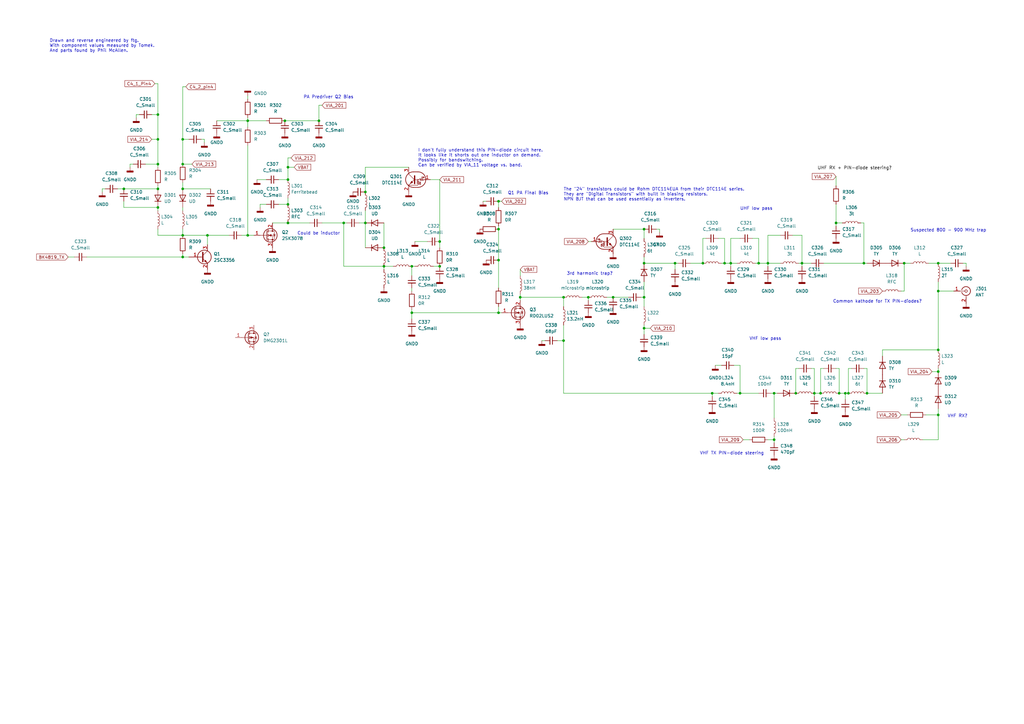
<source format=kicad_sch>
(kicad_sch (version 20211123) (generator eeschema)

  (uuid 2cff27b3-2e77-49c8-a472-6338e0f90e98)

  (paper "A3")

  (lib_symbols
    (symbol "Connector:Conn_Coaxial" (pin_names (offset 1.016) hide) (in_bom yes) (on_board yes)
      (property "Reference" "J" (id 0) (at 0.254 3.048 0)
        (effects (font (size 1.27 1.27)))
      )
      (property "Value" "Conn_Coaxial" (id 1) (at 2.921 0 90)
        (effects (font (size 1.27 1.27)))
      )
      (property "Footprint" "" (id 2) (at 0 0 0)
        (effects (font (size 1.27 1.27)) hide)
      )
      (property "Datasheet" " ~" (id 3) (at 0 0 0)
        (effects (font (size 1.27 1.27)) hide)
      )
      (property "ki_keywords" "BNC SMA SMB SMC LEMO coaxial connector CINCH RCA" (id 4) (at 0 0 0)
        (effects (font (size 1.27 1.27)) hide)
      )
      (property "ki_description" "coaxial connector (BNC, SMA, SMB, SMC, Cinch/RCA, LEMO, ...)" (id 5) (at 0 0 0)
        (effects (font (size 1.27 1.27)) hide)
      )
      (property "ki_fp_filters" "*BNC* *SMA* *SMB* *SMC* *Cinch* *LEMO*" (id 6) (at 0 0 0)
        (effects (font (size 1.27 1.27)) hide)
      )
      (symbol "Conn_Coaxial_0_1"
        (arc (start -1.778 -0.508) (mid 0.2311 -1.8066) (end 1.778 0)
          (stroke (width 0.254) (type default) (color 0 0 0 0))
          (fill (type none))
        )
        (polyline
          (pts
            (xy -2.54 0)
            (xy -0.508 0)
          )
          (stroke (width 0) (type default) (color 0 0 0 0))
          (fill (type none))
        )
        (polyline
          (pts
            (xy 0 -2.54)
            (xy 0 -1.778)
          )
          (stroke (width 0) (type default) (color 0 0 0 0))
          (fill (type none))
        )
        (circle (center 0 0) (radius 0.508)
          (stroke (width 0.2032) (type default) (color 0 0 0 0))
          (fill (type none))
        )
        (arc (start 1.778 0) (mid 0.2099 1.8101) (end -1.778 0.508)
          (stroke (width 0.254) (type default) (color 0 0 0 0))
          (fill (type none))
        )
      )
      (symbol "Conn_Coaxial_1_1"
        (pin passive line (at -5.08 0 0) (length 2.54)
          (name "In" (effects (font (size 1.27 1.27))))
          (number "1" (effects (font (size 1.27 1.27))))
        )
        (pin passive line (at 0 -5.08 90) (length 2.54)
          (name "Ext" (effects (font (size 1.27 1.27))))
          (number "2" (effects (font (size 1.27 1.27))))
        )
      )
    )
    (symbol "Device:C_Small" (pin_numbers hide) (pin_names (offset 0.254) hide) (in_bom yes) (on_board yes)
      (property "Reference" "C" (id 0) (at 0.254 1.778 0)
        (effects (font (size 1.27 1.27)) (justify left))
      )
      (property "Value" "C_Small" (id 1) (at 0.254 -2.032 0)
        (effects (font (size 1.27 1.27)) (justify left))
      )
      (property "Footprint" "" (id 2) (at 0 0 0)
        (effects (font (size 1.27 1.27)) hide)
      )
      (property "Datasheet" "~" (id 3) (at 0 0 0)
        (effects (font (size 1.27 1.27)) hide)
      )
      (property "ki_keywords" "capacitor cap" (id 4) (at 0 0 0)
        (effects (font (size 1.27 1.27)) hide)
      )
      (property "ki_description" "Unpolarized capacitor, small symbol" (id 5) (at 0 0 0)
        (effects (font (size 1.27 1.27)) hide)
      )
      (property "ki_fp_filters" "C_*" (id 6) (at 0 0 0)
        (effects (font (size 1.27 1.27)) hide)
      )
      (symbol "C_Small_0_1"
        (polyline
          (pts
            (xy -1.524 -0.508)
            (xy 1.524 -0.508)
          )
          (stroke (width 0.3302) (type default) (color 0 0 0 0))
          (fill (type none))
        )
        (polyline
          (pts
            (xy -1.524 0.508)
            (xy 1.524 0.508)
          )
          (stroke (width 0.3048) (type default) (color 0 0 0 0))
          (fill (type none))
        )
      )
      (symbol "C_Small_1_1"
        (pin passive line (at 0 2.54 270) (length 2.032)
          (name "~" (effects (font (size 1.27 1.27))))
          (number "1" (effects (font (size 1.27 1.27))))
        )
        (pin passive line (at 0 -2.54 90) (length 2.032)
          (name "~" (effects (font (size 1.27 1.27))))
          (number "2" (effects (font (size 1.27 1.27))))
        )
      )
    )
    (symbol "Device:D" (pin_numbers hide) (pin_names (offset 1.016) hide) (in_bom yes) (on_board yes)
      (property "Reference" "D" (id 0) (at 0 2.54 0)
        (effects (font (size 1.27 1.27)))
      )
      (property "Value" "D" (id 1) (at 0 -2.54 0)
        (effects (font (size 1.27 1.27)))
      )
      (property "Footprint" "" (id 2) (at 0 0 0)
        (effects (font (size 1.27 1.27)) hide)
      )
      (property "Datasheet" "~" (id 3) (at 0 0 0)
        (effects (font (size 1.27 1.27)) hide)
      )
      (property "ki_keywords" "diode" (id 4) (at 0 0 0)
        (effects (font (size 1.27 1.27)) hide)
      )
      (property "ki_description" "Diode" (id 5) (at 0 0 0)
        (effects (font (size 1.27 1.27)) hide)
      )
      (property "ki_fp_filters" "TO-???* *_Diode_* *SingleDiode* D_*" (id 6) (at 0 0 0)
        (effects (font (size 1.27 1.27)) hide)
      )
      (symbol "D_0_1"
        (polyline
          (pts
            (xy -1.27 1.27)
            (xy -1.27 -1.27)
          )
          (stroke (width 0.254) (type default) (color 0 0 0 0))
          (fill (type none))
        )
        (polyline
          (pts
            (xy 1.27 0)
            (xy -1.27 0)
          )
          (stroke (width 0) (type default) (color 0 0 0 0))
          (fill (type none))
        )
        (polyline
          (pts
            (xy 1.27 1.27)
            (xy 1.27 -1.27)
            (xy -1.27 0)
            (xy 1.27 1.27)
          )
          (stroke (width 0.254) (type default) (color 0 0 0 0))
          (fill (type none))
        )
      )
      (symbol "D_1_1"
        (pin passive line (at -3.81 0 0) (length 2.54)
          (name "K" (effects (font (size 1.27 1.27))))
          (number "1" (effects (font (size 1.27 1.27))))
        )
        (pin passive line (at 3.81 0 180) (length 2.54)
          (name "A" (effects (font (size 1.27 1.27))))
          (number "2" (effects (font (size 1.27 1.27))))
        )
      )
    )
    (symbol "Device:L" (pin_numbers hide) (pin_names (offset 1.016) hide) (in_bom yes) (on_board yes)
      (property "Reference" "L" (id 0) (at -1.27 0 90)
        (effects (font (size 1.27 1.27)))
      )
      (property "Value" "L" (id 1) (at 1.905 0 90)
        (effects (font (size 1.27 1.27)))
      )
      (property "Footprint" "" (id 2) (at 0 0 0)
        (effects (font (size 1.27 1.27)) hide)
      )
      (property "Datasheet" "~" (id 3) (at 0 0 0)
        (effects (font (size 1.27 1.27)) hide)
      )
      (property "ki_keywords" "inductor choke coil reactor magnetic" (id 4) (at 0 0 0)
        (effects (font (size 1.27 1.27)) hide)
      )
      (property "ki_description" "Inductor" (id 5) (at 0 0 0)
        (effects (font (size 1.27 1.27)) hide)
      )
      (property "ki_fp_filters" "Choke_* *Coil* Inductor_* L_*" (id 6) (at 0 0 0)
        (effects (font (size 1.27 1.27)) hide)
      )
      (symbol "L_0_1"
        (arc (start 0 -2.54) (mid 0.635 -1.905) (end 0 -1.27)
          (stroke (width 0) (type default) (color 0 0 0 0))
          (fill (type none))
        )
        (arc (start 0 -1.27) (mid 0.635 -0.635) (end 0 0)
          (stroke (width 0) (type default) (color 0 0 0 0))
          (fill (type none))
        )
        (arc (start 0 0) (mid 0.635 0.635) (end 0 1.27)
          (stroke (width 0) (type default) (color 0 0 0 0))
          (fill (type none))
        )
        (arc (start 0 1.27) (mid 0.635 1.905) (end 0 2.54)
          (stroke (width 0) (type default) (color 0 0 0 0))
          (fill (type none))
        )
      )
      (symbol "L_1_1"
        (pin passive line (at 0 3.81 270) (length 1.27)
          (name "1" (effects (font (size 1.27 1.27))))
          (number "1" (effects (font (size 1.27 1.27))))
        )
        (pin passive line (at 0 -3.81 90) (length 1.27)
          (name "2" (effects (font (size 1.27 1.27))))
          (number "2" (effects (font (size 1.27 1.27))))
        )
      )
    )
    (symbol "Device:R" (pin_numbers hide) (pin_names (offset 0)) (in_bom yes) (on_board yes)
      (property "Reference" "R" (id 0) (at 2.032 0 90)
        (effects (font (size 1.27 1.27)))
      )
      (property "Value" "R" (id 1) (at 0 0 90)
        (effects (font (size 1.27 1.27)))
      )
      (property "Footprint" "" (id 2) (at -1.778 0 90)
        (effects (font (size 1.27 1.27)) hide)
      )
      (property "Datasheet" "~" (id 3) (at 0 0 0)
        (effects (font (size 1.27 1.27)) hide)
      )
      (property "ki_keywords" "R res resistor" (id 4) (at 0 0 0)
        (effects (font (size 1.27 1.27)) hide)
      )
      (property "ki_description" "Resistor" (id 5) (at 0 0 0)
        (effects (font (size 1.27 1.27)) hide)
      )
      (property "ki_fp_filters" "R_*" (id 6) (at 0 0 0)
        (effects (font (size 1.27 1.27)) hide)
      )
      (symbol "R_0_1"
        (rectangle (start -1.016 -2.54) (end 1.016 2.54)
          (stroke (width 0.254) (type default) (color 0 0 0 0))
          (fill (type none))
        )
      )
      (symbol "R_1_1"
        (pin passive line (at 0 3.81 270) (length 1.27)
          (name "~" (effects (font (size 1.27 1.27))))
          (number "1" (effects (font (size 1.27 1.27))))
        )
        (pin passive line (at 0 -3.81 90) (length 1.27)
          (name "~" (effects (font (size 1.27 1.27))))
          (number "2" (effects (font (size 1.27 1.27))))
        )
      )
    )
    (symbol "Transistor_BJT:BFR92" (pin_names (offset 0) hide) (in_bom yes) (on_board yes)
      (property "Reference" "Q" (id 0) (at 5.08 1.905 0)
        (effects (font (size 1.27 1.27)) (justify left))
      )
      (property "Value" "BFR92" (id 1) (at 5.08 0 0)
        (effects (font (size 1.27 1.27)) (justify left))
      )
      (property "Footprint" "Package_TO_SOT_SMD:SOT-323_SC-70" (id 2) (at 5.08 -1.905 0)
        (effects (font (size 1.27 1.27) italic) (justify left) hide)
      )
      (property "Datasheet" "https://assets.nexperia.com/documents/data-sheet/BFR92A_N.pdf" (id 3) (at 0 0 0)
        (effects (font (size 1.27 1.27)) (justify left) hide)
      )
      (property "ki_keywords" "RF 5GHz NPN Transistor" (id 4) (at 0 0 0)
        (effects (font (size 1.27 1.27)) hide)
      )
      (property "ki_description" "0.025A Ic, 15V Vce, 5GHz Wideband NPN Transistor, SOT-323" (id 5) (at 0 0 0)
        (effects (font (size 1.27 1.27)) hide)
      )
      (property "ki_fp_filters" "SOT?323*" (id 6) (at 0 0 0)
        (effects (font (size 1.27 1.27)) hide)
      )
      (symbol "BFR92_0_1"
        (polyline
          (pts
            (xy 0 0)
            (xy 0.635 0)
          )
          (stroke (width 0) (type default) (color 0 0 0 0))
          (fill (type none))
        )
        (polyline
          (pts
            (xy 0.635 0.635)
            (xy 2.54 2.54)
          )
          (stroke (width 0) (type default) (color 0 0 0 0))
          (fill (type none))
        )
        (polyline
          (pts
            (xy 2.54 -2.54)
            (xy 0.635 -0.635)
          )
          (stroke (width 0) (type default) (color 0 0 0 0))
          (fill (type none))
        )
        (polyline
          (pts
            (xy 0.635 1.905)
            (xy 0.635 0)
            (xy 0.635 -1.905)
            (xy 0.635 -1.905)
          )
          (stroke (width 0.508) (type default) (color 0 0 0 0))
          (fill (type none))
        )
        (polyline
          (pts
            (xy 2.286 -2.286)
            (xy 1.778 -1.27)
            (xy 1.27 -1.778)
            (xy 2.286 -2.286)
            (xy 2.286 -2.286)
          )
          (stroke (width 0) (type default) (color 0 0 0 0))
          (fill (type outline))
        )
        (circle (center 1.27 0) (radius 2.8194)
          (stroke (width 0.254) (type default) (color 0 0 0 0))
          (fill (type none))
        )
      )
      (symbol "BFR92_1_1"
        (pin input line (at -5.08 0 0) (length 5.08)
          (name "B" (effects (font (size 1.27 1.27))))
          (number "1" (effects (font (size 1.27 1.27))))
        )
        (pin passive line (at 2.54 -5.08 90) (length 2.54)
          (name "E" (effects (font (size 1.27 1.27))))
          (number "2" (effects (font (size 1.27 1.27))))
        )
        (pin passive line (at 2.54 5.08 270) (length 2.54)
          (name "C" (effects (font (size 1.27 1.27))))
          (number "3" (effects (font (size 1.27 1.27))))
        )
      )
    )
    (symbol "Transistor_BJT:DTC114E" (pin_names (offset 0) hide) (in_bom yes) (on_board yes)
      (property "Reference" "Q" (id 0) (at 5.08 1.905 0)
        (effects (font (size 1.27 1.27)) (justify left))
      )
      (property "Value" "DTC114E" (id 1) (at 5.08 0 0)
        (effects (font (size 1.27 1.27)) (justify left))
      )
      (property "Footprint" "" (id 2) (at 0 0 0)
        (effects (font (size 1.27 1.27)) (justify left) hide)
      )
      (property "Datasheet" "" (id 3) (at 0 0 0)
        (effects (font (size 1.27 1.27)) (justify left) hide)
      )
      (property "ki_keywords" "ROHM Digital NPN Transistor" (id 4) (at 0 0 0)
        (effects (font (size 1.27 1.27)) hide)
      )
      (property "ki_description" "Digital NPN Transistor, 10k/10k, SOT-23" (id 5) (at 0 0 0)
        (effects (font (size 1.27 1.27)) hide)
      )
      (property "ki_fp_filters" "SOT?23* SC?59*" (id 6) (at 0 0 0)
        (effects (font (size 1.27 1.27)) hide)
      )
      (symbol "DTC114E_0_0"
        (text "10k" (at -3.302 0.889 0)
          (effects (font (size 0.508 0.508)))
        )
        (text "10k" (at -2.159 -1.524 900)
          (effects (font (size 0.508 0.508)))
        )
      )
      (symbol "DTC114E_0_1"
        (circle (center -1.27 0) (radius 0.127)
          (stroke (width 0) (type default) (color 0 0 0 0))
          (fill (type none))
        )
        (arc (start -1.27 3.175) (mid -4.445 0) (end -1.27 -3.175)
          (stroke (width 0.254) (type default) (color 0 0 0 0))
          (fill (type none))
        )
        (polyline
          (pts
            (xy -3.429 0)
            (xy -3.81 0)
          )
          (stroke (width 0) (type default) (color 0 0 0 0))
          (fill (type none))
        )
        (polyline
          (pts
            (xy -1.27 -3.175)
            (xy 0.635 -3.175)
          )
          (stroke (width 0.254) (type default) (color 0 0 0 0))
          (fill (type none))
        )
        (polyline
          (pts
            (xy -1.27 3.175)
            (xy 0.635 3.175)
          )
          (stroke (width 0.254) (type default) (color 0 0 0 0))
          (fill (type none))
        )
        (polyline
          (pts
            (xy 0 -0.254)
            (xy 2.54 2.286)
          )
          (stroke (width 0) (type default) (color 0 0 0 0))
          (fill (type none))
        )
        (polyline
          (pts
            (xy 0.127 1.524)
            (xy 0.127 -1.651)
          )
          (stroke (width 0.508) (type default) (color 0 0 0 0))
          (fill (type outline))
        )
        (polyline
          (pts
            (xy 2.54 2.286)
            (xy 2.54 2.54)
          )
          (stroke (width 0) (type default) (color 0 0 0 0))
          (fill (type none))
        )
        (polyline
          (pts
            (xy 2.54 -2.286)
            (xy 0 0.254)
            (xy 0 0.254)
          )
          (stroke (width 0) (type default) (color 0 0 0 0))
          (fill (type none))
        )
        (polyline
          (pts
            (xy 0.889 -1.143)
            (xy 1.397 -0.635)
            (xy 1.905 -1.651)
            (xy 0.889 -1.143)
          )
          (stroke (width 0) (type default) (color 0 0 0 0))
          (fill (type outline))
        )
        (polyline
          (pts
            (xy 0 0)
            (xy -1.905 0)
            (xy -2.032 0.508)
            (xy -2.286 -0.508)
            (xy -2.54 0.508)
            (xy -2.794 -0.508)
            (xy -3.048 0.508)
            (xy -3.302 -0.508)
            (xy -3.429 0)
          )
          (stroke (width 0) (type default) (color 0 0 0 0))
          (fill (type none))
        )
        (polyline
          (pts
            (xy -1.27 0)
            (xy -1.27 -0.381)
            (xy -0.762 -0.508)
            (xy -1.778 -0.762)
            (xy -0.762 -1.016)
            (xy -1.778 -1.27)
            (xy -0.762 -1.524)
            (xy -1.778 -1.778)
            (xy -1.27 -1.905)
            (xy -1.27 -2.286)
            (xy 2.54 -2.286)
          )
          (stroke (width 0) (type default) (color 0 0 0 0))
          (fill (type none))
        )
        (arc (start 0.635 -3.175) (mid 3.81 0) (end 0.635 3.175)
          (stroke (width 0.254) (type default) (color 0 0 0 0))
          (fill (type none))
        )
        (circle (center 2.54 -2.286) (radius 0.127)
          (stroke (width 0) (type default) (color 0 0 0 0))
          (fill (type none))
        )
      )
      (symbol "DTC114E_1_1"
        (pin input line (at -6.35 0 0) (length 2.54)
          (name "B" (effects (font (size 1.27 1.27))))
          (number "1" (effects (font (size 1.27 1.27))))
        )
        (pin passive line (at 2.54 -5.08 90) (length 2.54)
          (name "E" (effects (font (size 1.27 1.27))))
          (number "2" (effects (font (size 1.27 1.27))))
        )
        (pin passive line (at 2.54 5.08 270) (length 2.54)
          (name "C" (effects (font (size 1.27 1.27))))
          (number "3" (effects (font (size 1.27 1.27))))
        )
      )
    )
    (symbol "Transistor_FET:DMG2301L" (pin_names hide) (in_bom yes) (on_board yes)
      (property "Reference" "Q" (id 0) (at 5.08 1.905 0)
        (effects (font (size 1.27 1.27)) (justify left))
      )
      (property "Value" "DMG2301L" (id 1) (at 5.08 0 0)
        (effects (font (size 1.27 1.27)) (justify left))
      )
      (property "Footprint" "Package_TO_SOT_SMD:SOT-23" (id 2) (at 5.08 -1.905 0)
        (effects (font (size 1.27 1.27) italic) (justify left) hide)
      )
      (property "Datasheet" "https://www.diodes.com/assets/Datasheets/DMG2301L.pdf" (id 3) (at 0 0 0)
        (effects (font (size 1.27 1.27)) (justify left) hide)
      )
      (property "ki_keywords" "P-Channel MOSFET" (id 4) (at 0 0 0)
        (effects (font (size 1.27 1.27)) hide)
      )
      (property "ki_description" "-3A Id, -20V Vds, P-Channel MOSFET, SOT-23" (id 5) (at 0 0 0)
        (effects (font (size 1.27 1.27)) hide)
      )
      (property "ki_fp_filters" "SOT?23*" (id 6) (at 0 0 0)
        (effects (font (size 1.27 1.27)) hide)
      )
      (symbol "DMG2301L_0_1"
        (polyline
          (pts
            (xy 0.254 0)
            (xy -2.54 0)
          )
          (stroke (width 0) (type default) (color 0 0 0 0))
          (fill (type none))
        )
        (polyline
          (pts
            (xy 0.254 1.905)
            (xy 0.254 -1.905)
          )
          (stroke (width 0.254) (type default) (color 0 0 0 0))
          (fill (type none))
        )
        (polyline
          (pts
            (xy 0.762 -1.27)
            (xy 0.762 -2.286)
          )
          (stroke (width 0.254) (type default) (color 0 0 0 0))
          (fill (type none))
        )
        (polyline
          (pts
            (xy 0.762 0.508)
            (xy 0.762 -0.508)
          )
          (stroke (width 0.254) (type default) (color 0 0 0 0))
          (fill (type none))
        )
        (polyline
          (pts
            (xy 0.762 2.286)
            (xy 0.762 1.27)
          )
          (stroke (width 0.254) (type default) (color 0 0 0 0))
          (fill (type none))
        )
        (polyline
          (pts
            (xy 2.54 2.54)
            (xy 2.54 1.778)
          )
          (stroke (width 0) (type default) (color 0 0 0 0))
          (fill (type none))
        )
        (polyline
          (pts
            (xy 2.54 -2.54)
            (xy 2.54 0)
            (xy 0.762 0)
          )
          (stroke (width 0) (type default) (color 0 0 0 0))
          (fill (type none))
        )
        (polyline
          (pts
            (xy 0.762 1.778)
            (xy 3.302 1.778)
            (xy 3.302 -1.778)
            (xy 0.762 -1.778)
          )
          (stroke (width 0) (type default) (color 0 0 0 0))
          (fill (type none))
        )
        (polyline
          (pts
            (xy 2.286 0)
            (xy 1.27 0.381)
            (xy 1.27 -0.381)
            (xy 2.286 0)
          )
          (stroke (width 0) (type default) (color 0 0 0 0))
          (fill (type outline))
        )
        (polyline
          (pts
            (xy 2.794 -0.508)
            (xy 2.921 -0.381)
            (xy 3.683 -0.381)
            (xy 3.81 -0.254)
          )
          (stroke (width 0) (type default) (color 0 0 0 0))
          (fill (type none))
        )
        (polyline
          (pts
            (xy 3.302 -0.381)
            (xy 2.921 0.254)
            (xy 3.683 0.254)
            (xy 3.302 -0.381)
          )
          (stroke (width 0) (type default) (color 0 0 0 0))
          (fill (type none))
        )
        (circle (center 1.651 0) (radius 2.794)
          (stroke (width 0.254) (type default) (color 0 0 0 0))
          (fill (type none))
        )
        (circle (center 2.54 -1.778) (radius 0.254)
          (stroke (width 0) (type default) (color 0 0 0 0))
          (fill (type outline))
        )
        (circle (center 2.54 1.778) (radius 0.254)
          (stroke (width 0) (type default) (color 0 0 0 0))
          (fill (type outline))
        )
      )
      (symbol "DMG2301L_1_1"
        (pin input line (at -5.08 0 0) (length 2.54)
          (name "G" (effects (font (size 1.27 1.27))))
          (number "1" (effects (font (size 1.27 1.27))))
        )
        (pin passive line (at 2.54 -5.08 90) (length 2.54)
          (name "S" (effects (font (size 1.27 1.27))))
          (number "2" (effects (font (size 1.27 1.27))))
        )
        (pin passive line (at 2.54 5.08 270) (length 2.54)
          (name "D" (effects (font (size 1.27 1.27))))
          (number "3" (effects (font (size 1.27 1.27))))
        )
      )
    )
    (symbol "Transistor_FET:IRF540N" (pin_names hide) (in_bom yes) (on_board yes)
      (property "Reference" "Q" (id 0) (at 6.35 1.905 0)
        (effects (font (size 1.27 1.27)) (justify left))
      )
      (property "Value" "IRF540N" (id 1) (at 6.35 0 0)
        (effects (font (size 1.27 1.27)) (justify left))
      )
      (property "Footprint" "Package_TO_SOT_THT:TO-220-3_Vertical" (id 2) (at 6.35 -1.905 0)
        (effects (font (size 1.27 1.27) italic) (justify left) hide)
      )
      (property "Datasheet" "http://www.irf.com/product-info/datasheets/data/irf540n.pdf" (id 3) (at 0 0 0)
        (effects (font (size 1.27 1.27)) (justify left) hide)
      )
      (property "ki_keywords" "HEXFET N-Channel MOSFET" (id 4) (at 0 0 0)
        (effects (font (size 1.27 1.27)) hide)
      )
      (property "ki_description" "33A Id, 100V Vds, HEXFET N-Channel MOSFET, TO-220" (id 5) (at 0 0 0)
        (effects (font (size 1.27 1.27)) hide)
      )
      (property "ki_fp_filters" "TO?220*" (id 6) (at 0 0 0)
        (effects (font (size 1.27 1.27)) hide)
      )
      (symbol "IRF540N_0_1"
        (polyline
          (pts
            (xy 0.254 0)
            (xy -2.54 0)
          )
          (stroke (width 0) (type default) (color 0 0 0 0))
          (fill (type none))
        )
        (polyline
          (pts
            (xy 0.254 1.905)
            (xy 0.254 -1.905)
          )
          (stroke (width 0.254) (type default) (color 0 0 0 0))
          (fill (type none))
        )
        (polyline
          (pts
            (xy 0.762 -1.27)
            (xy 0.762 -2.286)
          )
          (stroke (width 0.254) (type default) (color 0 0 0 0))
          (fill (type none))
        )
        (polyline
          (pts
            (xy 0.762 0.508)
            (xy 0.762 -0.508)
          )
          (stroke (width 0.254) (type default) (color 0 0 0 0))
          (fill (type none))
        )
        (polyline
          (pts
            (xy 0.762 2.286)
            (xy 0.762 1.27)
          )
          (stroke (width 0.254) (type default) (color 0 0 0 0))
          (fill (type none))
        )
        (polyline
          (pts
            (xy 2.54 2.54)
            (xy 2.54 1.778)
          )
          (stroke (width 0) (type default) (color 0 0 0 0))
          (fill (type none))
        )
        (polyline
          (pts
            (xy 2.54 -2.54)
            (xy 2.54 0)
            (xy 0.762 0)
          )
          (stroke (width 0) (type default) (color 0 0 0 0))
          (fill (type none))
        )
        (polyline
          (pts
            (xy 0.762 -1.778)
            (xy 3.302 -1.778)
            (xy 3.302 1.778)
            (xy 0.762 1.778)
          )
          (stroke (width 0) (type default) (color 0 0 0 0))
          (fill (type none))
        )
        (polyline
          (pts
            (xy 1.016 0)
            (xy 2.032 0.381)
            (xy 2.032 -0.381)
            (xy 1.016 0)
          )
          (stroke (width 0) (type default) (color 0 0 0 0))
          (fill (type outline))
        )
        (polyline
          (pts
            (xy 2.794 0.508)
            (xy 2.921 0.381)
            (xy 3.683 0.381)
            (xy 3.81 0.254)
          )
          (stroke (width 0) (type default) (color 0 0 0 0))
          (fill (type none))
        )
        (polyline
          (pts
            (xy 3.302 0.381)
            (xy 2.921 -0.254)
            (xy 3.683 -0.254)
            (xy 3.302 0.381)
          )
          (stroke (width 0) (type default) (color 0 0 0 0))
          (fill (type none))
        )
        (circle (center 1.651 0) (radius 2.794)
          (stroke (width 0.254) (type default) (color 0 0 0 0))
          (fill (type none))
        )
        (circle (center 2.54 -1.778) (radius 0.254)
          (stroke (width 0) (type default) (color 0 0 0 0))
          (fill (type outline))
        )
        (circle (center 2.54 1.778) (radius 0.254)
          (stroke (width 0) (type default) (color 0 0 0 0))
          (fill (type outline))
        )
      )
      (symbol "IRF540N_1_1"
        (pin input line (at -5.08 0 0) (length 2.54)
          (name "G" (effects (font (size 1.27 1.27))))
          (number "1" (effects (font (size 1.27 1.27))))
        )
        (pin passive line (at 2.54 5.08 270) (length 2.54)
          (name "D" (effects (font (size 1.27 1.27))))
          (number "2" (effects (font (size 1.27 1.27))))
        )
        (pin passive line (at 2.54 -5.08 90) (length 2.54)
          (name "S" (effects (font (size 1.27 1.27))))
          (number "3" (effects (font (size 1.27 1.27))))
        )
      )
    )
    (symbol "power:GNDD" (power) (pin_names (offset 0)) (in_bom yes) (on_board yes)
      (property "Reference" "#PWR" (id 0) (at 0 -6.35 0)
        (effects (font (size 1.27 1.27)) hide)
      )
      (property "Value" "GNDD" (id 1) (at 0 -3.175 0)
        (effects (font (size 1.27 1.27)))
      )
      (property "Footprint" "" (id 2) (at 0 0 0)
        (effects (font (size 1.27 1.27)) hide)
      )
      (property "Datasheet" "" (id 3) (at 0 0 0)
        (effects (font (size 1.27 1.27)) hide)
      )
      (property "ki_keywords" "power-flag" (id 4) (at 0 0 0)
        (effects (font (size 1.27 1.27)) hide)
      )
      (property "ki_description" "Power symbol creates a global label with name \"GNDD\" , digital ground" (id 5) (at 0 0 0)
        (effects (font (size 1.27 1.27)) hide)
      )
      (symbol "GNDD_0_1"
        (rectangle (start -1.27 -1.524) (end 1.27 -2.032)
          (stroke (width 0.254) (type default) (color 0 0 0 0))
          (fill (type outline))
        )
        (polyline
          (pts
            (xy 0 0)
            (xy 0 -1.524)
          )
          (stroke (width 0) (type default) (color 0 0 0 0))
          (fill (type none))
        )
      )
      (symbol "GNDD_1_1"
        (pin power_in line (at 0 0 270) (length 0) hide
          (name "GNDD" (effects (font (size 1.27 1.27))))
          (number "1" (effects (font (size 1.27 1.27))))
        )
      )
    )
  )

  (junction (at 74.93 67.31) (diameter 0) (color 0 0 0 0)
    (uuid 031cf02a-f5c1-4409-840a-3de086a71d21)
  )
  (junction (at 64.77 67.31) (diameter 0) (color 0 0 0 0)
    (uuid 0511eeab-4229-4095-bea7-ea5465ddda93)
  )
  (junction (at 204.47 93.98) (diameter 0) (color 0 0 0 0)
    (uuid 0754fcae-253c-46fe-9d53-3dc80fbfb6ba)
  )
  (junction (at 384.81 152.4) (diameter 0) (color 0 0 0 0)
    (uuid 085460fa-4db6-480c-827a-1492cecf16a2)
  )
  (junction (at 264.16 93.98) (diameter 0) (color 0 0 0 0)
    (uuid 091987ce-4cef-4233-8efb-17626f41f24f)
  )
  (junction (at 384.81 107.95) (diameter 0) (color 0 0 0 0)
    (uuid 0dc92ce9-aceb-42ac-991e-9828218b59b9)
  )
  (junction (at 204.47 106.68) (diameter 0) (color 0 0 0 0)
    (uuid 0e86e8e6-0f89-4888-af58-fc23da9ea454)
  )
  (junction (at 288.29 107.95) (diameter 0) (color 0 0 0 0)
    (uuid 0ed08de6-39d1-4ac6-8c09-4770cc900c7b)
  )
  (junction (at 384.81 119.38) (diameter 0) (color 0 0 0 0)
    (uuid 11316c9a-7937-4069-a8b8-b91285c65e85)
  )
  (junction (at 213.36 121.92) (diameter 0) (color 0 0 0 0)
    (uuid 186014b3-19c9-40eb-8f71-56570b66faa4)
  )
  (junction (at 101.6 96.52) (diameter 0) (color 0 0 0 0)
    (uuid 1b75b65b-db5f-4c00-9871-0f3af69167c9)
  )
  (junction (at 101.6 49.53) (diameter 0) (color 0 0 0 0)
    (uuid 2fd6a0ac-eda1-4994-befb-2fe1379d59aa)
  )
  (junction (at 317.5 161.29) (diameter 0) (color 0 0 0 0)
    (uuid 30820222-89e1-4de4-978d-8c6a630cf727)
  )
  (junction (at 334.01 161.29) (diameter 0) (color 0 0 0 0)
    (uuid 33d8f780-4818-470b-8f38-a54d008a286c)
  )
  (junction (at 74.93 105.41) (diameter 0) (color 0 0 0 0)
    (uuid 37768832-2464-4695-8b4c-9e9723228874)
  )
  (junction (at 157.48 101.6) (diameter 0) (color 0 0 0 0)
    (uuid 388b4835-01d3-4a5c-9075-17d10f13d845)
  )
  (junction (at 326.39 161.29) (diameter 0) (color 0 0 0 0)
    (uuid 390c485b-384a-45e5-acb9-09c529121866)
  )
  (junction (at 384.81 143.51) (diameter 0) (color 0 0 0 0)
    (uuid 3fe25beb-d274-4b0a-8210-0364a4478a7c)
  )
  (junction (at 149.86 78.74) (diameter 0) (color 0 0 0 0)
    (uuid 3fe36687-3df2-4c40-b2b5-2c920ef53a21)
  )
  (junction (at 74.93 77.47) (diameter 0) (color 0 0 0 0)
    (uuid 42b7a76b-48b0-47c2-860d-b66e259d85fe)
  )
  (junction (at 297.18 107.95) (diameter 0) (color 0 0 0 0)
    (uuid 4dcf0d6f-906b-433d-9229-9935712055f9)
  )
  (junction (at 354.33 107.95) (diameter 0) (color 0 0 0 0)
    (uuid 50a6a288-adeb-4b45-9bc6-3f8a1be5d2e5)
  )
  (junction (at 64.77 85.09) (diameter 0) (color 0 0 0 0)
    (uuid 51b843dc-6ed1-4ee8-b11f-9a9e0a339d94)
  )
  (junction (at 264.16 107.95) (diameter 0) (color 0 0 0 0)
    (uuid 52ebfd57-4c1e-49e3-b888-7e059489b639)
  )
  (junction (at 370.84 107.95) (diameter 0) (color 0 0 0 0)
    (uuid 52f6401b-1aaf-4206-b2a4-a818556eb7f7)
  )
  (junction (at 180.34 109.22) (diameter 0) (color 0 0 0 0)
    (uuid 58d3f06a-077f-463b-a0cc-8fe537648e23)
  )
  (junction (at 292.1 161.29) (diameter 0) (color 0 0 0 0)
    (uuid 599b17ff-f387-45c5-84b2-75428520474f)
  )
  (junction (at 355.6 161.29) (diameter 0) (color 0 0 0 0)
    (uuid 696642e4-9758-4da5-966e-bfd6d17c15fb)
  )
  (junction (at 204.47 128.27) (diameter 0) (color 0 0 0 0)
    (uuid 6c2caa7a-3016-400f-8f10-887c0c3c677d)
  )
  (junction (at 130.81 49.53) (diameter 0) (color 0 0 0 0)
    (uuid 7297cafc-c5f3-41a3-b398-dc7c4b86b939)
  )
  (junction (at 264.16 121.92) (diameter 0) (color 0 0 0 0)
    (uuid 804b232e-3f18-42d8-a134-a38af6f0fce3)
  )
  (junction (at 346.71 161.29) (diameter 0) (color 0 0 0 0)
    (uuid 8455efe1-b072-4039-a738-d5a2a312e7c4)
  )
  (junction (at 64.77 57.15) (diameter 0) (color 0 0 0 0)
    (uuid 884227ae-2111-4d49-b7b3-284d8b8fc802)
  )
  (junction (at 85.09 96.52) (diameter 0) (color 0 0 0 0)
    (uuid 9139fbaa-7f1c-4d20-a1ae-5505bc480a17)
  )
  (junction (at 231.14 121.92) (diameter 0) (color 0 0 0 0)
    (uuid 91a3e35f-3793-4b99-872c-1385cee99ea8)
  )
  (junction (at 347.98 161.29) (diameter 0) (color 0 0 0 0)
    (uuid 9434ae37-1a90-4949-a10e-221d112bd704)
  )
  (junction (at 180.34 99.06) (diameter 0) (color 0 0 0 0)
    (uuid 965f4887-9371-46a6-9549-89600b7e3aac)
  )
  (junction (at 251.46 121.92) (diameter 0) (color 0 0 0 0)
    (uuid 96dea146-25aa-4195-b47b-524d5f4e21d0)
  )
  (junction (at 241.3 121.92) (diameter 0) (color 0 0 0 0)
    (uuid 9f7b754f-f940-4fab-9690-87fe4edf668f)
  )
  (junction (at 328.93 107.95) (diameter 0) (color 0 0 0 0)
    (uuid a231beec-1768-425d-a4b1-9f6a298e3bcc)
  )
  (junction (at 299.72 107.95) (diameter 0) (color 0 0 0 0)
    (uuid a302a5c2-695b-471d-b834-7d7bd161d7f3)
  )
  (junction (at 116.84 49.53) (diameter 0) (color 0 0 0 0)
    (uuid a93c6fc4-27da-4b8e-98ae-546926b9567e)
  )
  (junction (at 64.77 46.99) (diameter 0) (color 0 0 0 0)
    (uuid ac12df22-da15-452d-bb0f-7fa9c77f8231)
  )
  (junction (at 149.86 91.44) (diameter 0) (color 0 0 0 0)
    (uuid ac16c599-c20b-47a2-9c18-0dd6ef637eac)
  )
  (junction (at 342.9 91.44) (diameter 0) (color 0 0 0 0)
    (uuid aea3999e-73cd-4092-b0a5-13f302f45ce3)
  )
  (junction (at 264.16 134.62) (diameter 0) (color 0 0 0 0)
    (uuid b13b9c5c-cdb9-4adb-bfc7-0cb2546805fd)
  )
  (junction (at 384.81 170.18) (diameter 0) (color 0 0 0 0)
    (uuid b1919bc6-772e-420d-85ce-47b1b57cb3db)
  )
  (junction (at 303.53 161.29) (diameter 0) (color 0 0 0 0)
    (uuid b51b5c13-30b0-4e54-b160-d41026812b11)
  )
  (junction (at 74.93 96.52) (diameter 0) (color 0 0 0 0)
    (uuid b701db76-1dfb-456c-844c-321e4e3fccbd)
  )
  (junction (at 314.96 107.95) (diameter 0) (color 0 0 0 0)
    (uuid c33fdad6-aa2a-49cd-947c-25b9bba13fd9)
  )
  (junction (at 311.15 107.95) (diameter 0) (color 0 0 0 0)
    (uuid c97e2908-2dbc-4eea-b05f-041e999102c8)
  )
  (junction (at 231.14 139.7) (diameter 0) (color 0 0 0 0)
    (uuid cc068351-bbdb-4b26-99c8-8b867fdcad04)
  )
  (junction (at 336.55 161.29) (diameter 0) (color 0 0 0 0)
    (uuid d1579cb0-e0f9-4f30-a42d-0de1db1296f3)
  )
  (junction (at 118.11 73.66) (diameter 0) (color 0 0 0 0)
    (uuid d3a226b1-c506-48fc-ac88-a245ba69a93d)
  )
  (junction (at 118.11 91.44) (diameter 0) (color 0 0 0 0)
    (uuid d563ddec-f75c-4e90-87a1-9be9d84fadfc)
  )
  (junction (at 64.77 77.47) (diameter 0) (color 0 0 0 0)
    (uuid d7cc7d48-1d7a-48b2-abcd-e3d1bf48f9d1)
  )
  (junction (at 344.17 161.29) (diameter 0) (color 0 0 0 0)
    (uuid e1de45a4-ffdc-4f96-847a-c292a961f548)
  )
  (junction (at 276.86 107.95) (diameter 0) (color 0 0 0 0)
    (uuid ea659cf4-3255-4f97-a0ea-70a1252da9d2)
  )
  (junction (at 118.11 68.58) (diameter 0) (color 0 0 0 0)
    (uuid ee044cd7-8ab9-45c4-82e0-bb2041588ebb)
  )
  (junction (at 74.93 57.15) (diameter 0) (color 0 0 0 0)
    (uuid ee684fc4-c526-4873-a75c-adb3b6e20593)
  )
  (junction (at 317.5 180.34) (diameter 0) (color 0 0 0 0)
    (uuid ee711210-0850-4013-9ddb-e57f2dcb6258)
  )
  (junction (at 168.91 109.22) (diameter 0) (color 0 0 0 0)
    (uuid f019f1c8-154e-45ce-bf32-6c88ec89a655)
  )
  (junction (at 118.11 83.82) (diameter 0) (color 0 0 0 0)
    (uuid f2ab06a7-852c-4bb6-a8e4-900134148cc6)
  )
  (junction (at 168.91 128.27) (diameter 0) (color 0 0 0 0)
    (uuid f332a5d4-b35f-4494-b9c1-f5ffc274fc84)
  )
  (junction (at 157.48 109.22) (diameter 0) (color 0 0 0 0)
    (uuid f5f4ec25-caa8-4f98-b5ad-ffd7ff53eb45)
  )
  (junction (at 50.8 77.47) (diameter 0) (color 0 0 0 0)
    (uuid f82bade2-476a-4348-9260-79985396ff7a)
  )
  (junction (at 140.97 91.44) (diameter 0) (color 0 0 0 0)
    (uuid fba319cc-48ac-4ab3-8c31-f1b7d4584d17)
  )
  (junction (at 204.47 82.55) (diameter 0) (color 0 0 0 0)
    (uuid fcac3703-a741-4c2e-be15-229a6896458f)
  )

  (wire (pts (xy 64.77 96.52) (xy 74.93 96.52))
    (stroke (width 0) (type default) (color 0 0 0 0))
    (uuid 0190ab18-8e7e-425c-bca0-010af3a0337a)
  )
  (wire (pts (xy 74.93 104.14) (xy 74.93 105.41))
    (stroke (width 0) (type default) (color 0 0 0 0))
    (uuid 0282eb05-6bff-4b5d-810c-013457812e75)
  )
  (wire (pts (xy 303.53 97.79) (xy 299.72 97.79))
    (stroke (width 0) (type default) (color 0 0 0 0))
    (uuid 02f08d9b-ddff-46b6-9093-859e26051a63)
  )
  (wire (pts (xy 231.14 161.29) (xy 231.14 139.7))
    (stroke (width 0) (type default) (color 0 0 0 0))
    (uuid 0513ef46-0da8-4a19-8875-a2dd00145c6a)
  )
  (wire (pts (xy 130.81 43.18) (xy 130.81 49.53))
    (stroke (width 0) (type default) (color 0 0 0 0))
    (uuid 052367ae-f282-424a-8de0-230d3050e5e6)
  )
  (wire (pts (xy 292.1 161.29) (xy 294.64 161.29))
    (stroke (width 0) (type default) (color 0 0 0 0))
    (uuid 070f0c7d-a514-4f7e-b285-91ba3a70255e)
  )
  (wire (pts (xy 168.91 130.81) (xy 168.91 128.27))
    (stroke (width 0) (type default) (color 0 0 0 0))
    (uuid 08171401-d1d8-4784-a0cd-c68e0b92e86f)
  )
  (wire (pts (xy 314.96 180.34) (xy 317.5 180.34))
    (stroke (width 0) (type default) (color 0 0 0 0))
    (uuid 09dc7bfe-c561-4344-b168-f77d49b03a1f)
  )
  (wire (pts (xy 62.23 46.99) (xy 64.77 46.99))
    (stroke (width 0) (type default) (color 0 0 0 0))
    (uuid 0af19001-1bf5-4232-8f37-c23ddcc5b996)
  )
  (wire (pts (xy 170.18 99.06) (xy 175.26 99.06))
    (stroke (width 0) (type default) (color 0 0 0 0))
    (uuid 0b59aa08-7b3d-4bcf-a59a-234a1f79d779)
  )
  (wire (pts (xy 118.11 68.58) (xy 118.11 73.66))
    (stroke (width 0) (type default) (color 0 0 0 0))
    (uuid 0ce4092f-ff85-4823-925c-8e2d89c8fab2)
  )
  (wire (pts (xy 132.08 43.18) (xy 130.81 43.18))
    (stroke (width 0) (type default) (color 0 0 0 0))
    (uuid 0ce96d6c-e39e-4547-8a32-0c963427263c)
  )
  (wire (pts (xy 270.51 93.98) (xy 270.51 95.25))
    (stroke (width 0) (type default) (color 0 0 0 0))
    (uuid 0dcbe3b3-100f-4b58-a3b4-5095d8a8097f)
  )
  (wire (pts (xy 264.16 121.92) (xy 264.16 125.73))
    (stroke (width 0) (type default) (color 0 0 0 0))
    (uuid 0e45be82-0fb4-4295-9fa5-4dfdfdb4c09a)
  )
  (wire (pts (xy 74.93 35.56) (xy 74.93 57.15))
    (stroke (width 0) (type default) (color 0 0 0 0))
    (uuid 0f53aa6f-f767-40ed-9c51-d4a02733245c)
  )
  (wire (pts (xy 264.16 133.35) (xy 264.16 134.62))
    (stroke (width 0) (type default) (color 0 0 0 0))
    (uuid 10c150d3-3161-4ff1-a59e-0cbd539e0d1e)
  )
  (wire (pts (xy 157.48 109.22) (xy 161.29 109.22))
    (stroke (width 0) (type default) (color 0 0 0 0))
    (uuid 10d29076-09cb-4834-8b45-91dea237c1ba)
  )
  (wire (pts (xy 64.77 76.2) (xy 64.77 77.47))
    (stroke (width 0) (type default) (color 0 0 0 0))
    (uuid 115fc0e1-9305-44f3-8c54-64994c966b13)
  )
  (wire (pts (xy 149.86 68.58) (xy 149.86 78.74))
    (stroke (width 0) (type default) (color 0 0 0 0))
    (uuid 11c3360a-a551-4519-a445-4c854dfe16bc)
  )
  (wire (pts (xy 342.9 151.13) (xy 344.17 151.13))
    (stroke (width 0) (type default) (color 0 0 0 0))
    (uuid 12281146-632d-4b02-adf9-ac4a66067adc)
  )
  (wire (pts (xy 264.16 105.41) (xy 264.16 107.95))
    (stroke (width 0) (type default) (color 0 0 0 0))
    (uuid 1499f0a5-17c1-4db3-a5dc-b39e3b75cb18)
  )
  (wire (pts (xy 167.64 68.58) (xy 149.86 68.58))
    (stroke (width 0) (type default) (color 0 0 0 0))
    (uuid 15f6dc00-b995-4bcb-9889-f86746ec7c32)
  )
  (wire (pts (xy 344.17 161.29) (xy 346.71 161.29))
    (stroke (width 0) (type default) (color 0 0 0 0))
    (uuid 178cff5d-769e-4b6f-b6c9-4c90dac8f448)
  )
  (wire (pts (xy 342.9 72.39) (xy 342.9 76.2))
    (stroke (width 0) (type default) (color 0 0 0 0))
    (uuid 198ae239-97ad-4e4b-967b-d478b61728cb)
  )
  (wire (pts (xy 276.86 107.95) (xy 276.86 110.49))
    (stroke (width 0) (type default) (color 0 0 0 0))
    (uuid 1adb0649-d54d-4219-96b4-c876f47f6e15)
  )
  (wire (pts (xy 292.1 161.29) (xy 292.1 162.56))
    (stroke (width 0) (type default) (color 0 0 0 0))
    (uuid 1af59278-0655-4fd3-a861-ab2a63cdc91c)
  )
  (wire (pts (xy 53.34 67.31) (xy 53.34 68.58))
    (stroke (width 0) (type default) (color 0 0 0 0))
    (uuid 1b0e686f-d1f3-41e4-b246-d4e2f343f9bc)
  )
  (wire (pts (xy 264.16 134.62) (xy 264.16 137.16))
    (stroke (width 0) (type default) (color 0 0 0 0))
    (uuid 1bfed48d-2a71-4bac-b6b5-df1854c79e30)
  )
  (wire (pts (xy 55.88 46.99) (xy 55.88 48.26))
    (stroke (width 0) (type default) (color 0 0 0 0))
    (uuid 1cad4550-45ad-4054-b371-606142c0b1b8)
  )
  (wire (pts (xy 64.77 67.31) (xy 64.77 68.58))
    (stroke (width 0) (type default) (color 0 0 0 0))
    (uuid 1e2b425b-a53d-4526-b1a5-026335a80258)
  )
  (wire (pts (xy 241.3 121.92) (xy 241.3 123.19))
    (stroke (width 0) (type default) (color 0 0 0 0))
    (uuid 20264806-4b2d-4d5f-83cc-420ebb3b063c)
  )
  (wire (pts (xy 334.01 161.29) (xy 336.55 161.29))
    (stroke (width 0) (type default) (color 0 0 0 0))
    (uuid 204c8d02-885a-415a-a195-b43086a86063)
  )
  (wire (pts (xy 74.93 74.93) (xy 74.93 77.47))
    (stroke (width 0) (type default) (color 0 0 0 0))
    (uuid 205a27b4-8a75-4991-b03c-cacdca7f705b)
  )
  (wire (pts (xy 64.77 93.98) (xy 64.77 96.52))
    (stroke (width 0) (type default) (color 0 0 0 0))
    (uuid 20d24574-5ef7-4997-b13d-51f77e70cf35)
  )
  (wire (pts (xy 62.23 57.15) (xy 64.77 57.15))
    (stroke (width 0) (type default) (color 0 0 0 0))
    (uuid 211c4e9b-d767-41d6-80f5-8a858b5880ed)
  )
  (wire (pts (xy 118.11 68.58) (xy 120.65 68.58))
    (stroke (width 0) (type default) (color 0 0 0 0))
    (uuid 23308613-42a7-4173-aa68-a0a636b268f9)
  )
  (wire (pts (xy 342.9 83.82) (xy 342.9 91.44))
    (stroke (width 0) (type default) (color 0 0 0 0))
    (uuid 26d9256f-f3b5-4eaf-979a-f8cf0264fdc4)
  )
  (wire (pts (xy 317.5 180.34) (xy 317.5 181.61))
    (stroke (width 0) (type default) (color 0 0 0 0))
    (uuid 2771bbf3-d277-4604-b9bc-8ed256333e2b)
  )
  (wire (pts (xy 327.66 107.95) (xy 328.93 107.95))
    (stroke (width 0) (type default) (color 0 0 0 0))
    (uuid 297b0535-d79e-4157-9751-e584b9e0f7ca)
  )
  (wire (pts (xy 149.86 86.36) (xy 149.86 91.44))
    (stroke (width 0) (type default) (color 0 0 0 0))
    (uuid 2a188ead-6dca-45a2-aa92-a8f974ac5c52)
  )
  (wire (pts (xy 85.09 96.52) (xy 93.98 96.52))
    (stroke (width 0) (type default) (color 0 0 0 0))
    (uuid 2aa2e5ac-ee8e-43b7-89ac-38590e1f899c)
  )
  (wire (pts (xy 336.55 151.13) (xy 337.82 151.13))
    (stroke (width 0) (type default) (color 0 0 0 0))
    (uuid 2ca06ff0-195b-4d4b-835f-6fc2499254d2)
  )
  (wire (pts (xy 168.91 109.22) (xy 168.91 113.03))
    (stroke (width 0) (type default) (color 0 0 0 0))
    (uuid 2da15220-266b-4dcd-896f-c452037fbb44)
  )
  (wire (pts (xy 299.72 97.79) (xy 299.72 107.95))
    (stroke (width 0) (type default) (color 0 0 0 0))
    (uuid 2dca18c4-692f-4402-802c-7169e13dc0cc)
  )
  (wire (pts (xy 101.6 49.53) (xy 109.22 49.53))
    (stroke (width 0) (type default) (color 0 0 0 0))
    (uuid 2e104279-66c1-4fb4-8521-e7b1add8e08c)
  )
  (wire (pts (xy 384.81 143.51) (xy 361.95 143.51))
    (stroke (width 0) (type default) (color 0 0 0 0))
    (uuid 2f2d50ea-bde4-4f74-bb7f-a226342022b8)
  )
  (wire (pts (xy 311.15 107.95) (xy 314.96 107.95))
    (stroke (width 0) (type default) (color 0 0 0 0))
    (uuid 2f3623a5-4e4e-4471-865e-004cd579bcee)
  )
  (wire (pts (xy 101.6 48.26) (xy 101.6 49.53))
    (stroke (width 0) (type default) (color 0 0 0 0))
    (uuid 31ffc70d-e1a5-49b9-8456-dcfc834764a0)
  )
  (wire (pts (xy 289.56 97.79) (xy 288.29 97.79))
    (stroke (width 0) (type default) (color 0 0 0 0))
    (uuid 3489c948-ee21-4e96-86c7-bd021e82fbe0)
  )
  (wire (pts (xy 314.96 96.52) (xy 314.96 107.95))
    (stroke (width 0) (type default) (color 0 0 0 0))
    (uuid 354b806c-8cba-437b-ae3c-33a987f45f0c)
  )
  (wire (pts (xy 83.82 57.15) (xy 83.82 58.42))
    (stroke (width 0) (type default) (color 0 0 0 0))
    (uuid 367a1e69-3a58-463a-a033-7693611a617c)
  )
  (wire (pts (xy 370.84 107.95) (xy 370.84 119.38))
    (stroke (width 0) (type default) (color 0 0 0 0))
    (uuid 3689ba41-42ee-4a39-9e26-7e09f00a72a6)
  )
  (wire (pts (xy 334.01 151.13) (xy 334.01 161.29))
    (stroke (width 0) (type default) (color 0 0 0 0))
    (uuid 37a0f6c7-90bb-4984-b5dd-d96b9c353939)
  )
  (wire (pts (xy 384.81 115.57) (xy 384.81 119.38))
    (stroke (width 0) (type default) (color 0 0 0 0))
    (uuid 38fbd633-fba8-4c6c-b7a7-613016a69b4e)
  )
  (wire (pts (xy 198.12 82.55) (xy 199.39 82.55))
    (stroke (width 0) (type default) (color 0 0 0 0))
    (uuid 3ce9047b-71ff-4b3f-a699-bb08f2005ac8)
  )
  (wire (pts (xy 241.3 121.92) (xy 238.76 121.92))
    (stroke (width 0) (type default) (color 0 0 0 0))
    (uuid 3e4dc995-f224-4387-8c40-3a550561bb11)
  )
  (wire (pts (xy 213.36 121.92) (xy 231.14 121.92))
    (stroke (width 0) (type default) (color 0 0 0 0))
    (uuid 4059b415-27cf-4eb4-a14e-ec80fe1a188a)
  )
  (wire (pts (xy 278.13 107.95) (xy 276.86 107.95))
    (stroke (width 0) (type default) (color 0 0 0 0))
    (uuid 417cad77-a563-46ae-b768-42b9e59c4a14)
  )
  (wire (pts (xy 304.8 180.34) (xy 307.34 180.34))
    (stroke (width 0) (type default) (color 0 0 0 0))
    (uuid 443952ba-a962-4b7a-b658-3e8c1019257b)
  )
  (wire (pts (xy 342.9 91.44) (xy 345.44 91.44))
    (stroke (width 0) (type default) (color 0 0 0 0))
    (uuid 474a0276-f8c1-4d99-8f84-f15c2064fee3)
  )
  (wire (pts (xy 204.47 106.68) (xy 204.47 118.11))
    (stroke (width 0) (type default) (color 0 0 0 0))
    (uuid 49e01a54-a7fd-466f-a3b9-a4b360fffc1c)
  )
  (wire (pts (xy 231.14 125.73) (xy 231.14 121.92))
    (stroke (width 0) (type default) (color 0 0 0 0))
    (uuid 4a7d2c74-dfd7-438f-881c-40ea79026db8)
  )
  (wire (pts (xy 180.34 73.66) (xy 180.34 99.06))
    (stroke (width 0) (type default) (color 0 0 0 0))
    (uuid 4a979202-5eab-424b-80a4-fd8e694f37ca)
  )
  (wire (pts (xy 337.82 107.95) (xy 354.33 107.95))
    (stroke (width 0) (type default) (color 0 0 0 0))
    (uuid 4b622b30-7b36-4f9d-82d9-b82ca8a594bc)
  )
  (wire (pts (xy 180.34 99.06) (xy 180.34 101.6))
    (stroke (width 0) (type default) (color 0 0 0 0))
    (uuid 4bc54ea7-92d2-47c6-92b7-b980ff9f1e3a)
  )
  (wire (pts (xy 317.5 161.29) (xy 318.77 161.29))
    (stroke (width 0) (type default) (color 0 0 0 0))
    (uuid 4bc6b9cc-ff94-47ba-a0c5-ac3caf1ccba4)
  )
  (wire (pts (xy 149.86 91.44) (xy 149.86 101.6))
    (stroke (width 0) (type default) (color 0 0 0 0))
    (uuid 4c4c721b-23c5-4b8b-a8ec-45d715103e48)
  )
  (wire (pts (xy 114.3 83.82) (xy 118.11 83.82))
    (stroke (width 0) (type default) (color 0 0 0 0))
    (uuid 4ca1c15c-58d7-4022-b3b1-8c6d735652df)
  )
  (wire (pts (xy 177.8 109.22) (xy 180.34 109.22))
    (stroke (width 0) (type default) (color 0 0 0 0))
    (uuid 4ceea735-a007-41bc-964e-9be9fbb9cf45)
  )
  (wire (pts (xy 303.53 161.29) (xy 311.15 161.29))
    (stroke (width 0) (type default) (color 0 0 0 0))
    (uuid 4d1d99ac-0744-411f-89cb-e0fef26a5fe8)
  )
  (wire (pts (xy 264.16 107.95) (xy 276.86 107.95))
    (stroke (width 0) (type default) (color 0 0 0 0))
    (uuid 4dc9633c-0ab3-4dc3-a630-00b4cafe666e)
  )
  (wire (pts (xy 299.72 107.95) (xy 302.26 107.95))
    (stroke (width 0) (type default) (color 0 0 0 0))
    (uuid 4e49a2d2-bfe3-4597-b062-797206ed179b)
  )
  (wire (pts (xy 394.97 107.95) (xy 396.24 107.95))
    (stroke (width 0) (type default) (color 0 0 0 0))
    (uuid 4fc72e21-def9-44a0-b133-6c618e7a1967)
  )
  (wire (pts (xy 35.56 105.41) (xy 74.93 105.41))
    (stroke (width 0) (type default) (color 0 0 0 0))
    (uuid 52f8b2bf-a07f-49b3-9cc5-78c5060560de)
  )
  (wire (pts (xy 354.33 91.44) (xy 354.33 107.95))
    (stroke (width 0) (type default) (color 0 0 0 0))
    (uuid 53d03019-1ac1-4207-b8ab-4df383b1beb1)
  )
  (wire (pts (xy 342.9 91.44) (xy 342.9 92.71))
    (stroke (width 0) (type default) (color 0 0 0 0))
    (uuid 543cff58-8fb3-4cf0-88b4-31a2cfe66a62)
  )
  (wire (pts (xy 264.16 134.62) (xy 266.7 134.62))
    (stroke (width 0) (type default) (color 0 0 0 0))
    (uuid 564399ed-7b0a-4101-9db8-ff6025ae81ff)
  )
  (wire (pts (xy 213.36 120.65) (xy 213.36 121.92))
    (stroke (width 0) (type default) (color 0 0 0 0))
    (uuid 57ad2f27-62f5-4582-8e56-462b455e243d)
  )
  (wire (pts (xy 106.68 83.82) (xy 109.22 83.82))
    (stroke (width 0) (type default) (color 0 0 0 0))
    (uuid 59bcd894-5b7b-49a1-831e-be12ef73df67)
  )
  (wire (pts (xy 327.66 151.13) (xy 326.39 151.13))
    (stroke (width 0) (type default) (color 0 0 0 0))
    (uuid 5b420a17-ef29-4217-a076-a9585d6e03f7)
  )
  (wire (pts (xy 204.47 128.27) (xy 205.74 128.27))
    (stroke (width 0) (type default) (color 0 0 0 0))
    (uuid 5bc2b9db-e50e-4f4b-8472-52ef9062eb39)
  )
  (wire (pts (xy 168.91 128.27) (xy 204.47 128.27))
    (stroke (width 0) (type default) (color 0 0 0 0))
    (uuid 5bd3d2fa-6363-47d7-9449-14eec3add26f)
  )
  (wire (pts (xy 222.25 139.7) (xy 223.52 139.7))
    (stroke (width 0) (type default) (color 0 0 0 0))
    (uuid 5c85307c-aff0-4770-9921-22a771ccc609)
  )
  (wire (pts (xy 50.8 77.47) (xy 64.77 77.47))
    (stroke (width 0) (type default) (color 0 0 0 0))
    (uuid 5c887cc5-43f9-44d2-8c7e-4848eac928ee)
  )
  (wire (pts (xy 106.68 85.09) (xy 106.68 83.82))
    (stroke (width 0) (type default) (color 0 0 0 0))
    (uuid 5d0cb940-2a8d-4125-86b1-0a7d84317bdf)
  )
  (wire (pts (xy 384.81 107.95) (xy 389.89 107.95))
    (stroke (width 0) (type default) (color 0 0 0 0))
    (uuid 5e29330e-c496-4816-8704-3c6139b06853)
  )
  (wire (pts (xy 231.14 133.35) (xy 231.14 139.7))
    (stroke (width 0) (type default) (color 0 0 0 0))
    (uuid 61140815-0b8d-4e42-8dad-d51150e1fd4d)
  )
  (wire (pts (xy 168.91 128.27) (xy 168.91 127))
    (stroke (width 0) (type default) (color 0 0 0 0))
    (uuid 623489d4-8722-42b1-850b-9e98a70b7359)
  )
  (wire (pts (xy 204.47 92.71) (xy 204.47 93.98))
    (stroke (width 0) (type default) (color 0 0 0 0))
    (uuid 6316eb88-364b-465e-8e57-7ff1833841b8)
  )
  (wire (pts (xy 311.15 97.79) (xy 311.15 107.95))
    (stroke (width 0) (type default) (color 0 0 0 0))
    (uuid 66779201-af71-4fdd-8737-56babbc41a44)
  )
  (wire (pts (xy 176.53 73.66) (xy 180.34 73.66))
    (stroke (width 0) (type default) (color 0 0 0 0))
    (uuid 6a3e5b19-812d-44ea-899f-1d093fbdafb2)
  )
  (wire (pts (xy 346.71 161.29) (xy 346.71 163.83))
    (stroke (width 0) (type default) (color 0 0 0 0))
    (uuid 70fd5750-f748-49c9-b63e-a7e3b83a595c)
  )
  (wire (pts (xy 74.93 57.15) (xy 74.93 67.31))
    (stroke (width 0) (type default) (color 0 0 0 0))
    (uuid 71bc0f55-4c12-422d-997c-4c37cf25dbe1)
  )
  (wire (pts (xy 76.2 35.56) (xy 74.93 35.56))
    (stroke (width 0) (type default) (color 0 0 0 0))
    (uuid 71d780d3-9adc-4a6e-ad25-823d7813920c)
  )
  (wire (pts (xy 116.84 49.53) (xy 130.81 49.53))
    (stroke (width 0) (type default) (color 0 0 0 0))
    (uuid 743c75dd-f552-415f-9200-097791516136)
  )
  (wire (pts (xy 370.84 107.95) (xy 373.38 107.95))
    (stroke (width 0) (type default) (color 0 0 0 0))
    (uuid 74d969e2-5fa3-4f3f-ab1a-1d552778183c)
  )
  (wire (pts (xy 64.77 34.29) (xy 64.77 46.99))
    (stroke (width 0) (type default) (color 0 0 0 0))
    (uuid 750fad2b-a9f2-4a1f-94f9-28c6c3c34403)
  )
  (wire (pts (xy 302.26 161.29) (xy 303.53 161.29))
    (stroke (width 0) (type default) (color 0 0 0 0))
    (uuid 75e3b556-a066-4b89-816d-406358de411f)
  )
  (wire (pts (xy 119.38 64.77) (xy 118.11 64.77))
    (stroke (width 0) (type default) (color 0 0 0 0))
    (uuid 75f6bf88-ec8d-4dc4-9ade-1c98276f22ac)
  )
  (wire (pts (xy 157.48 91.44) (xy 157.48 101.6))
    (stroke (width 0) (type default) (color 0 0 0 0))
    (uuid 79a2cbbb-cc53-49d4-b858-1a8f70020106)
  )
  (wire (pts (xy 384.81 152.4) (xy 384.81 151.13))
    (stroke (width 0) (type default) (color 0 0 0 0))
    (uuid 7b2878b6-a577-4601-a327-416cfc73910c)
  )
  (wire (pts (xy 334.01 161.29) (xy 334.01 162.56))
    (stroke (width 0) (type default) (color 0 0 0 0))
    (uuid 7bb8b41d-bf70-44e4-8079-3e8cf5b18567)
  )
  (wire (pts (xy 361.95 143.51) (xy 361.95 146.05))
    (stroke (width 0) (type default) (color 0 0 0 0))
    (uuid 7d0a924d-761f-4b3f-98a6-ccc242be3a5a)
  )
  (wire (pts (xy 299.72 107.95) (xy 299.72 109.22))
    (stroke (width 0) (type default) (color 0 0 0 0))
    (uuid 80d538cf-b7ae-4471-b3f4-9a2b37662af6)
  )
  (wire (pts (xy 354.33 107.95) (xy 355.6 107.95))
    (stroke (width 0) (type default) (color 0 0 0 0))
    (uuid 810af93c-6820-4539-914e-cad3c0f8c966)
  )
  (wire (pts (xy 349.25 151.13) (xy 347.98 151.13))
    (stroke (width 0) (type default) (color 0 0 0 0))
    (uuid 82ecafbb-361c-474a-8e07-380dfd50093e)
  )
  (wire (pts (xy 213.36 121.92) (xy 213.36 123.19))
    (stroke (width 0) (type default) (color 0 0 0 0))
    (uuid 84bfa6cc-4907-4b5c-862f-5efc2c103b05)
  )
  (wire (pts (xy 231.14 161.29) (xy 292.1 161.29))
    (stroke (width 0) (type default) (color 0 0 0 0))
    (uuid 86152944-776c-4e47-b93d-8df3b1045e47)
  )
  (wire (pts (xy 297.18 107.95) (xy 299.72 107.95))
    (stroke (width 0) (type default) (color 0 0 0 0))
    (uuid 868b219c-18dc-4bd5-a764-ec369a15582a)
  )
  (wire (pts (xy 384.81 119.38) (xy 384.81 143.51))
    (stroke (width 0) (type default) (color 0 0 0 0))
    (uuid 86f11815-880d-4279-8f0d-5d7fc838a7a6)
  )
  (wire (pts (xy 63.5 34.29) (xy 64.77 34.29))
    (stroke (width 0) (type default) (color 0 0 0 0))
    (uuid 87bda96d-3d68-472b-b616-5b4978314125)
  )
  (wire (pts (xy 213.36 110.49) (xy 213.36 113.03))
    (stroke (width 0) (type default) (color 0 0 0 0))
    (uuid 8a20b4c2-0efc-4280-9c3d-ad1ace1064c5)
  )
  (wire (pts (xy 283.21 107.95) (xy 288.29 107.95))
    (stroke (width 0) (type default) (color 0 0 0 0))
    (uuid 8a72c373-d1b3-4b9f-8794-f543188e7374)
  )
  (wire (pts (xy 308.61 97.79) (xy 311.15 97.79))
    (stroke (width 0) (type default) (color 0 0 0 0))
    (uuid 8b638028-9960-41f2-95bd-1195271565c2)
  )
  (wire (pts (xy 326.39 151.13) (xy 326.39 161.29))
    (stroke (width 0) (type default) (color 0 0 0 0))
    (uuid 8f123c45-6b75-400d-90d1-cd1032f262ce)
  )
  (wire (pts (xy 314.96 107.95) (xy 320.04 107.95))
    (stroke (width 0) (type default) (color 0 0 0 0))
    (uuid 8ff518e7-c563-4b32-80c1-b2ccfc9e0a5b)
  )
  (wire (pts (xy 295.91 107.95) (xy 297.18 107.95))
    (stroke (width 0) (type default) (color 0 0 0 0))
    (uuid 939f532b-58f2-4de2-9473-713ef3a8ced8)
  )
  (wire (pts (xy 314.96 107.95) (xy 314.96 109.22))
    (stroke (width 0) (type default) (color 0 0 0 0))
    (uuid 9437e402-d728-45de-91b7-d357ea1ad41a)
  )
  (wire (pts (xy 140.97 109.22) (xy 140.97 91.44))
    (stroke (width 0) (type default) (color 0 0 0 0))
    (uuid 946f56db-2b5f-4ab7-819a-45a52f8e994b)
  )
  (wire (pts (xy 332.74 151.13) (xy 334.01 151.13))
    (stroke (width 0) (type default) (color 0 0 0 0))
    (uuid 94b5455e-54a8-407b-a46e-d1715dea8c4f)
  )
  (wire (pts (xy 303.53 149.86) (xy 303.53 161.29))
    (stroke (width 0) (type default) (color 0 0 0 0))
    (uuid 95c682cf-f723-4450-93c8-17a445f8eccd)
  )
  (wire (pts (xy 147.32 91.44) (xy 149.86 91.44))
    (stroke (width 0) (type default) (color 0 0 0 0))
    (uuid 964ed99d-92dd-43be-aa26-e8095cb9eadf)
  )
  (wire (pts (xy 317.5 179.07) (xy 317.5 180.34))
    (stroke (width 0) (type default) (color 0 0 0 0))
    (uuid 96b24a5f-fbbf-44ef-be9e-2852d20fa9b5)
  )
  (wire (pts (xy 336.55 161.29) (xy 336.55 151.13))
    (stroke (width 0) (type default) (color 0 0 0 0))
    (uuid 96e033d4-44ae-4b1b-aadd-491f7f80e6e6)
  )
  (wire (pts (xy 346.71 161.29) (xy 347.98 161.29))
    (stroke (width 0) (type default) (color 0 0 0 0))
    (uuid 970c7994-f2c6-497c-8cbf-9de509e49fbd)
  )
  (wire (pts (xy 140.97 91.44) (xy 142.24 91.44))
    (stroke (width 0) (type default) (color 0 0 0 0))
    (uuid 977b22da-d788-45a1-8d80-71e2f35ecb68)
  )
  (wire (pts (xy 269.24 93.98) (xy 270.51 93.98))
    (stroke (width 0) (type default) (color 0 0 0 0))
    (uuid 9b1f5f83-4e78-4631-a5bd-6ad4e80668c2)
  )
  (wire (pts (xy 264.16 93.98) (xy 264.16 97.79))
    (stroke (width 0) (type default) (color 0 0 0 0))
    (uuid 9c203e8c-0501-4fae-bc08-a21f35f3ac17)
  )
  (wire (pts (xy 384.81 170.18) (xy 384.81 180.34))
    (stroke (width 0) (type default) (color 0 0 0 0))
    (uuid 9d65425c-9e1f-47fa-a832-850e51d92dd3)
  )
  (wire (pts (xy 41.91 77.47) (xy 41.91 78.74))
    (stroke (width 0) (type default) (color 0 0 0 0))
    (uuid 9dec18b1-e4f7-4480-bf9f-3412ee4f7992)
  )
  (wire (pts (xy 101.6 49.53) (xy 101.6 52.07))
    (stroke (width 0) (type default) (color 0 0 0 0))
    (uuid 9e553637-9966-43bc-97d5-2dc0edcc1eaf)
  )
  (wire (pts (xy 114.3 73.66) (xy 118.11 73.66))
    (stroke (width 0) (type default) (color 0 0 0 0))
    (uuid a0d5ec1e-0990-43dc-a9b4-4ebcda8feefe)
  )
  (wire (pts (xy 355.6 151.13) (xy 355.6 161.29))
    (stroke (width 0) (type default) (color 0 0 0 0))
    (uuid a13e9235-e9f1-44ca-b748-29820d3951d6)
  )
  (wire (pts (xy 396.24 107.95) (xy 396.24 109.22))
    (stroke (width 0) (type default) (color 0 0 0 0))
    (uuid a2901621-fdf7-4baa-8b24-6ff0e879bffc)
  )
  (wire (pts (xy 355.6 161.29) (xy 361.95 161.29))
    (stroke (width 0) (type default) (color 0 0 0 0))
    (uuid a3bb1843-c754-44ed-8222-b6cc3364ac93)
  )
  (wire (pts (xy 354.33 151.13) (xy 355.6 151.13))
    (stroke (width 0) (type default) (color 0 0 0 0))
    (uuid a3c4e3fd-59bb-49cb-8c53-55c315ba1f0d)
  )
  (wire (pts (xy 204.47 82.55) (xy 205.74 82.55))
    (stroke (width 0) (type default) (color 0 0 0 0))
    (uuid a426ff13-c2fe-4dd4-80ea-30f495cf4cd2)
  )
  (wire (pts (xy 74.93 77.47) (xy 86.36 77.47))
    (stroke (width 0) (type default) (color 0 0 0 0))
    (uuid a4fb3efb-5ae0-4d96-81b6-85df3dd93263)
  )
  (wire (pts (xy 43.18 77.47) (xy 41.91 77.47))
    (stroke (width 0) (type default) (color 0 0 0 0))
    (uuid a52f9d22-360f-4e2e-9d1b-4d05ac6acd89)
  )
  (wire (pts (xy 157.48 109.22) (xy 157.48 110.49))
    (stroke (width 0) (type default) (color 0 0 0 0))
    (uuid a698f62d-2817-43e3-bb4a-63c903ccb86f)
  )
  (wire (pts (xy 132.08 91.44) (xy 140.97 91.44))
    (stroke (width 0) (type default) (color 0 0 0 0))
    (uuid aa3299dd-4d62-4376-893c-a4944df78d82)
  )
  (wire (pts (xy 251.46 93.98) (xy 264.16 93.98))
    (stroke (width 0) (type default) (color 0 0 0 0))
    (uuid aaa0415c-3ece-4507-8f37-0dbe5cafa4fe)
  )
  (wire (pts (xy 347.98 151.13) (xy 347.98 161.29))
    (stroke (width 0) (type default) (color 0 0 0 0))
    (uuid ad418c98-ca65-4c13-ae69-a2de1fe739bc)
  )
  (wire (pts (xy 384.81 167.64) (xy 384.81 170.18))
    (stroke (width 0) (type default) (color 0 0 0 0))
    (uuid ad47159c-2e1f-44f0-b799-bed96158ad10)
  )
  (wire (pts (xy 88.9 49.53) (xy 101.6 49.53))
    (stroke (width 0) (type default) (color 0 0 0 0))
    (uuid adbf085d-a3fa-4a33-8057-2172f15f5329)
  )
  (wire (pts (xy 48.26 77.47) (xy 50.8 77.47))
    (stroke (width 0) (type default) (color 0 0 0 0))
    (uuid ae88aebc-c1bb-4a20-92bb-1a36f7156e61)
  )
  (wire (pts (xy 378.46 180.34) (xy 384.81 180.34))
    (stroke (width 0) (type default) (color 0 0 0 0))
    (uuid af41fd6e-1bde-4981-8106-e30e41c3472b)
  )
  (wire (pts (xy 101.6 39.37) (xy 101.6 40.64))
    (stroke (width 0) (type default) (color 0 0 0 0))
    (uuid b1511714-9be1-4f05-ad1c-47606b52e223)
  )
  (wire (pts (xy 317.5 161.29) (xy 317.5 171.45))
    (stroke (width 0) (type default) (color 0 0 0 0))
    (uuid b36c637f-6e4b-4c4b-b744-103b3d1461ca)
  )
  (wire (pts (xy 204.47 82.55) (xy 204.47 85.09))
    (stroke (width 0) (type default) (color 0 0 0 0))
    (uuid b519169a-1920-40a0-b598-91331392f786)
  )
  (wire (pts (xy 168.91 118.11) (xy 168.91 119.38))
    (stroke (width 0) (type default) (color 0 0 0 0))
    (uuid b6d525df-1b75-4ce1-9fee-4f8da904acf6)
  )
  (wire (pts (xy 74.93 96.52) (xy 85.09 96.52))
    (stroke (width 0) (type default) (color 0 0 0 0))
    (uuid b7155076-8ed0-42d3-8f4a-0323cd0abd05)
  )
  (wire (pts (xy 74.93 67.31) (xy 78.74 67.31))
    (stroke (width 0) (type default) (color 0 0 0 0))
    (uuid b792cea8-a476-4b7c-a688-99719cb1b86b)
  )
  (wire (pts (xy 241.3 99.06) (xy 242.57 99.06))
    (stroke (width 0) (type default) (color 0 0 0 0))
    (uuid b824ca2e-8783-4bca-8bea-663337334e5e)
  )
  (wire (pts (xy 118.11 64.77) (xy 118.11 68.58))
    (stroke (width 0) (type default) (color 0 0 0 0))
    (uuid b956e423-285b-4010-9f68-6a5c59e4f755)
  )
  (wire (pts (xy 105.41 73.66) (xy 109.22 73.66))
    (stroke (width 0) (type default) (color 0 0 0 0))
    (uuid ba295878-4ff5-46e7-9881-2e1bb887be20)
  )
  (wire (pts (xy 101.6 59.69) (xy 101.6 96.52))
    (stroke (width 0) (type default) (color 0 0 0 0))
    (uuid bbe322d8-6c93-4497-9bea-ccf7dff8dea1)
  )
  (wire (pts (xy 264.16 121.92) (xy 264.16 115.57))
    (stroke (width 0) (type default) (color 0 0 0 0))
    (uuid bc284d2e-e47b-4b71-9af4-5607450a210b)
  )
  (wire (pts (xy 64.77 46.99) (xy 64.77 57.15))
    (stroke (width 0) (type default) (color 0 0 0 0))
    (uuid bef1a27e-d1f6-4cf6-939d-ed4a5164eacd)
  )
  (wire (pts (xy 64.77 57.15) (xy 64.77 67.31))
    (stroke (width 0) (type default) (color 0 0 0 0))
    (uuid bf870ad4-2842-44bb-9d8d-460adf7c9b92)
  )
  (wire (pts (xy 311.15 107.95) (xy 309.88 107.95))
    (stroke (width 0) (type default) (color 0 0 0 0))
    (uuid c0de0808-1014-4d39-baf0-ac352160f6a7)
  )
  (wire (pts (xy 328.93 109.22) (xy 328.93 107.95))
    (stroke (width 0) (type default) (color 0 0 0 0))
    (uuid c2d24946-de6b-442e-a8c5-85afd1018022)
  )
  (wire (pts (xy 85.09 96.52) (xy 85.09 100.33))
    (stroke (width 0) (type default) (color 0 0 0 0))
    (uuid c6873a73-3251-45dd-b4ad-02bc780521cf)
  )
  (wire (pts (xy 157.48 109.22) (xy 140.97 109.22))
    (stroke (width 0) (type default) (color 0 0 0 0))
    (uuid c68863de-f0af-44b7-afd7-9870271ac4c8)
  )
  (wire (pts (xy 77.47 105.41) (xy 74.93 105.41))
    (stroke (width 0) (type default) (color 0 0 0 0))
    (uuid c7d83a7b-1aaf-4745-8e31-1096ec1a4553)
  )
  (wire (pts (xy 101.6 96.52) (xy 104.14 96.52))
    (stroke (width 0) (type default) (color 0 0 0 0))
    (uuid c7e3f5bf-693a-4fb7-830d-c49577a67a27)
  )
  (wire (pts (xy 64.77 86.36) (xy 64.77 85.09))
    (stroke (width 0) (type default) (color 0 0 0 0))
    (uuid c8310a2d-366a-433f-8810-23ebed3e5c58)
  )
  (wire (pts (xy 77.47 57.15) (xy 74.93 57.15))
    (stroke (width 0) (type default) (color 0 0 0 0))
    (uuid c8959a22-c5a9-457f-b7dd-5bd6d20d52ac)
  )
  (wire (pts (xy 320.04 96.52) (xy 314.96 96.52))
    (stroke (width 0) (type default) (color 0 0 0 0))
    (uuid c8d89067-cb60-4631-92bf-a88d00f76020)
  )
  (wire (pts (xy 204.47 93.98) (xy 204.47 106.68))
    (stroke (width 0) (type default) (color 0 0 0 0))
    (uuid c9c701e6-d06f-4e03-9a5c-b12aff738af7)
  )
  (wire (pts (xy 370.84 119.38) (xy 369.57 119.38))
    (stroke (width 0) (type default) (color 0 0 0 0))
    (uuid cabbbddd-b0be-4883-9211-f8e380afedd9)
  )
  (wire (pts (xy 328.93 107.95) (xy 332.74 107.95))
    (stroke (width 0) (type default) (color 0 0 0 0))
    (uuid cb1dfdbc-3a01-4308-859d-59f135a05469)
  )
  (wire (pts (xy 82.55 57.15) (xy 83.82 57.15))
    (stroke (width 0) (type default) (color 0 0 0 0))
    (uuid cbdf3ef6-acc6-46e4-a0d5-872299763c12)
  )
  (wire (pts (xy 354.33 91.44) (xy 353.06 91.44))
    (stroke (width 0) (type default) (color 0 0 0 0))
    (uuid cdc40ef8-b809-48f6-805b-02e18ca18894)
  )
  (wire (pts (xy 54.61 67.31) (xy 53.34 67.31))
    (stroke (width 0) (type default) (color 0 0 0 0))
    (uuid ce407e4d-d87e-42d3-a0b9-1ce29e87f675)
  )
  (wire (pts (xy 294.64 97.79) (xy 297.18 97.79))
    (stroke (width 0) (type default) (color 0 0 0 0))
    (uuid ce900b48-4678-4878-8e89-eb2ac49918f0)
  )
  (wire (pts (xy 228.6 139.7) (xy 231.14 139.7))
    (stroke (width 0) (type default) (color 0 0 0 0))
    (uuid d0601694-118b-43e6-a14f-f893503ddb65)
  )
  (wire (pts (xy 204.47 125.73) (xy 204.47 128.27))
    (stroke (width 0) (type default) (color 0 0 0 0))
    (uuid d2bec0d9-3ad1-4151-b03a-5d5cee2cb047)
  )
  (wire (pts (xy 382.27 152.4) (xy 384.81 152.4))
    (stroke (width 0) (type default) (color 0 0 0 0))
    (uuid d643c02e-da9b-4bbf-9887-819d9f114211)
  )
  (wire (pts (xy 50.8 82.55) (xy 50.8 85.09))
    (stroke (width 0) (type default) (color 0 0 0 0))
    (uuid d6c05277-a933-45db-b872-26bb441f137c)
  )
  (wire (pts (xy 74.93 85.09) (xy 74.93 86.36))
    (stroke (width 0) (type default) (color 0 0 0 0))
    (uuid d6fde093-ac66-4f4e-9f5c-ec5a5adb4c42)
  )
  (wire (pts (xy 328.93 96.52) (xy 328.93 107.95))
    (stroke (width 0) (type default) (color 0 0 0 0))
    (uuid d8cd23a2-37b6-4a21-a66a-3d10f1edbd6e)
  )
  (wire (pts (xy 262.89 121.92) (xy 264.16 121.92))
    (stroke (width 0) (type default) (color 0 0 0 0))
    (uuid da60d6a3-a641-4730-8b1e-3c6733b3a176)
  )
  (wire (pts (xy 57.15 46.99) (xy 55.88 46.99))
    (stroke (width 0) (type default) (color 0 0 0 0))
    (uuid da85947e-98c8-41f1-8b93-cd8e3e206c0a)
  )
  (wire (pts (xy 369.57 180.34) (xy 370.84 180.34))
    (stroke (width 0) (type default) (color 0 0 0 0))
    (uuid dc28fd0d-31dc-4fb6-b85d-337aa0fbdc0b)
  )
  (wire (pts (xy 288.29 97.79) (xy 288.29 107.95))
    (stroke (width 0) (type default) (color 0 0 0 0))
    (uuid de9a6c9c-e69a-4b80-a864-74f6b5e12947)
  )
  (wire (pts (xy 316.23 161.29) (xy 317.5 161.29))
    (stroke (width 0) (type default) (color 0 0 0 0))
    (uuid df49f4af-dfdc-4706-a3cd-5b873caa961b)
  )
  (wire (pts (xy 168.91 109.22) (xy 170.18 109.22))
    (stroke (width 0) (type default) (color 0 0 0 0))
    (uuid e0d53ed4-9959-4d08-9650-597e1ea68bd1)
  )
  (wire (pts (xy 74.93 93.98) (xy 74.93 96.52))
    (stroke (width 0) (type default) (color 0 0 0 0))
    (uuid e1dd4333-08e1-43fe-83c9-0b5adb7c642a)
  )
  (wire (pts (xy 297.18 97.79) (xy 297.18 107.95))
    (stroke (width 0) (type default) (color 0 0 0 0))
    (uuid e3e120bf-c610-4340-a792-ce3cf35ffa1b)
  )
  (wire (pts (xy 118.11 91.44) (xy 127 91.44))
    (stroke (width 0) (type default) (color 0 0 0 0))
    (uuid e4c00fd1-a527-4a1e-9405-e1f59ed82db9)
  )
  (wire (pts (xy 325.12 96.52) (xy 328.93 96.52))
    (stroke (width 0) (type default) (color 0 0 0 0))
    (uuid e6cf4989-353b-4869-804f-587d6824651b)
  )
  (wire (pts (xy 384.81 119.38) (xy 391.16 119.38))
    (stroke (width 0) (type default) (color 0 0 0 0))
    (uuid e762717d-592b-4878-ae22-ecaa97f24ac8)
  )
  (wire (pts (xy 300.99 149.86) (xy 303.53 149.86))
    (stroke (width 0) (type default) (color 0 0 0 0))
    (uuid e94df791-309d-4e2e-9eb6-ef10e37afa93)
  )
  (wire (pts (xy 344.17 151.13) (xy 344.17 161.29))
    (stroke (width 0) (type default) (color 0 0 0 0))
    (uuid edc85533-2ecb-4777-85a4-dd1da6329eb8)
  )
  (wire (pts (xy 384.81 170.18) (xy 379.73 170.18))
    (stroke (width 0) (type default) (color 0 0 0 0))
    (uuid ee4aeabf-f944-44d2-b3d6-7251472ae83b)
  )
  (wire (pts (xy 248.92 121.92) (xy 251.46 121.92))
    (stroke (width 0) (type default) (color 0 0 0 0))
    (uuid f227c5d6-9d32-4c6c-9ac0-e6496786f758)
  )
  (wire (pts (xy 59.69 67.31) (xy 64.77 67.31))
    (stroke (width 0) (type default) (color 0 0 0 0))
    (uuid f301d552-9651-4821-9d6e-681a0229f36f)
  )
  (wire (pts (xy 251.46 121.92) (xy 257.81 121.92))
    (stroke (width 0) (type default) (color 0 0 0 0))
    (uuid f64edbfe-04e6-439b-bacf-ad6e47ff811d)
  )
  (wire (pts (xy 118.11 81.28) (xy 118.11 83.82))
    (stroke (width 0) (type default) (color 0 0 0 0))
    (uuid f866f078-4d52-45fc-bbed-41c0abe5ea86)
  )
  (wire (pts (xy 369.57 170.18) (xy 372.11 170.18))
    (stroke (width 0) (type default) (color 0 0 0 0))
    (uuid f86c7a13-f54c-45d1-936e-6c3b809b3fbf)
  )
  (wire (pts (xy 111.76 91.44) (xy 118.11 91.44))
    (stroke (width 0) (type default) (color 0 0 0 0))
    (uuid f91ffeeb-5c1c-4733-baf4-0111a2d3fe8c)
  )
  (wire (pts (xy 27.94 105.41) (xy 30.48 105.41))
    (stroke (width 0) (type default) (color 0 0 0 0))
    (uuid fb7b4bf0-15ed-4770-bcf7-02bd8877b2b0)
  )
  (wire (pts (xy 50.8 85.09) (xy 64.77 85.09))
    (stroke (width 0) (type default) (color 0 0 0 0))
    (uuid fba8052a-a428-4a80-a579-107686489f4a)
  )
  (wire (pts (xy 293.37 149.86) (xy 295.91 149.86))
    (stroke (width 0) (type default) (color 0 0 0 0))
    (uuid fbff23b6-a021-4ff9-a8af-18581904da90)
  )
  (wire (pts (xy 99.06 96.52) (xy 101.6 96.52))
    (stroke (width 0) (type default) (color 0 0 0 0))
    (uuid fe48dc7e-9c1a-4004-a445-a37210cfcbaa)
  )
  (wire (pts (xy 381 107.95) (xy 384.81 107.95))
    (stroke (width 0) (type default) (color 0 0 0 0))
    (uuid fe4a3276-9a78-4c51-b099-4cac86f09c7c)
  )

  (text "VHF low pass\n" (at 307.34 139.7 0)
    (effects (font (size 1.27 1.27)) (justify left bottom))
    (uuid 141af2c3-baec-452d-8bb5-9c6c0a63c06d)
  )
  (text "The \"24\" transistors could be Rohm DTC114EUA from their DTC114E series.\nThey are \"Digital Transistors\" with built in biasing resistors.\nNPN BJT that can be used essentially as inverters. "
    (at 231.14 82.55 0)
    (effects (font (size 1.27 1.27)) (justify left bottom))
    (uuid 274a46e3-5949-42db-98fa-74f7107765fc)
  )
  (text "PA Predriver Q2 Bias\n" (at 124.46 40.64 0)
    (effects (font (size 1.27 1.27)) (justify left bottom))
    (uuid 46ba6777-c6a1-4265-bed2-e5148400c5bb)
  )
  (text "Drawn and reverse engineered by ftg.\nWith component values measured by Tomek.\nAnd parts found by Phil McAllen."
    (at 20.32 21.59 0)
    (effects (font (size 1.27 1.27)) (justify left bottom))
    (uuid 4935859c-58a1-4dfc-ae52-327c2f06b49e)
  )
  (text "VHF RX?" (at 388.62 171.45 0)
    (effects (font (size 1.27 1.27)) (justify left bottom))
    (uuid 596ce6c2-8eca-4c75-8e3a-8f6aeba8a7d8)
  )
  (text "UHF low pass\n" (at 303.53 86.36 0)
    (effects (font (size 1.27 1.27)) (justify left bottom))
    (uuid 6269fbf3-0766-4376-bf84-ac8a56bcdd9f)
  )
  (text "Suspected 800 - 900 MHz trap\n" (at 373.38 95.25 0)
    (effects (font (size 1.27 1.27)) (justify left bottom))
    (uuid 873f3a67-5491-4cfc-800b-9819e2d6ed49)
  )
  (text "Common kathode for TX PIN-diodes?\n" (at 341.63 124.46 0)
    (effects (font (size 1.27 1.27)) (justify left bottom))
    (uuid bdcbb37c-1561-43bf-a8da-ac6de0692900)
  )
  (text "Could be inductor\n" (at 121.92 96.52 0)
    (effects (font (size 1.27 1.27)) (justify left bottom))
    (uuid bf022cda-ee09-46b3-8af1-9663ebf504fe)
  )
  (text "Q1 PA Final Bias\n" (at 208.28 80.01 0)
    (effects (font (size 1.27 1.27)) (justify left bottom))
    (uuid cfc37d0b-fe72-4b2c-a1ca-5080799421ce)
  )
  (text "I don't fully understand this PIN-diode circuit here.\nIt looks like it shorts out one inductor on demand.\nPossibly for bandswitching.\nCan be verified by VIA_11 voltage vs. band."
    (at 171.45 68.58 0)
    (effects (font (size 1.27 1.27)) (justify left bottom))
    (uuid da80130b-25ce-4e35-8c26-de7363fea14b)
  )
  (text "3rd harmonic trap?" (at 232.41 113.03 0)
    (effects (font (size 1.27 1.27)) (justify left bottom))
    (uuid f49efe18-2b36-4236-bb48-06b0118a5a0a)
  )
  (text "VHF TX PIN-diode steering" (at 287.02 186.69 0)
    (effects (font (size 1.27 1.27)) (justify left bottom))
    (uuid fecef89e-0a86-4a03-8493-b5e55e91d403)
  )

  (label "UHF RX + PIN-diode steering?" (at 335.28 69.85 0)
    (effects (font (size 1.27 1.27)) (justify left bottom))
    (uuid dca958fa-d214-4a02-a506-6680b90d4cc9)
  )

  (global_label "VIA_210" (shape input) (at 266.7 134.62 0) (fields_autoplaced)
    (effects (font (size 1.27 1.27)) (justify left))
    (uuid 1059f5b1-4465-4995-97ed-b1a58a058758)
    (property "Intersheet References" "${INTERSHEET_REFS}" (id 0) (at 276.4912 134.5406 0)
      (effects (font (size 1.27 1.27)) (justify left) hide)
    )
  )
  (global_label "C4_1_Pin4" (shape input) (at 63.5 34.29 180) (fields_autoplaced)
    (effects (font (size 1.27 1.27)) (justify right))
    (uuid 30f9485e-312b-4f1b-a538-9c5d9b65f6cf)
    (property "Intersheet References" "${INTERSHEET_REFS}" (id 0) (at 51.2293 34.2106 0)
      (effects (font (size 1.27 1.27)) (justify right) hide)
    )
  )
  (global_label "VIA_214" (shape input) (at 62.23 57.15 180) (fields_autoplaced)
    (effects (font (size 1.27 1.27)) (justify right))
    (uuid 47b45122-1f7e-4f8c-819c-f7c603ba5eed)
    (property "Intersheet References" "${INTERSHEET_REFS}" (id 0) (at 52.4388 57.0706 0)
      (effects (font (size 1.27 1.27)) (justify right) hide)
    )
  )
  (global_label "VIA_208" (shape input) (at 241.3 99.06 180) (fields_autoplaced)
    (effects (font (size 1.27 1.27)) (justify right))
    (uuid 52760418-0afb-46c5-8870-9c11415961cd)
    (property "Intersheet References" "${INTERSHEET_REFS}" (id 0) (at 231.5088 98.9806 0)
      (effects (font (size 1.27 1.27)) (justify right) hide)
    )
  )
  (global_label "VIA_207" (shape input) (at 342.9 72.39 180) (fields_autoplaced)
    (effects (font (size 1.27 1.27)) (justify right))
    (uuid 72189213-71df-49eb-b430-3332ed331769)
    (property "Intersheet References" "${INTERSHEET_REFS}" (id 0) (at 333.1088 72.3106 0)
      (effects (font (size 1.27 1.27)) (justify right) hide)
    )
  )
  (global_label "VIA_203" (shape input) (at 361.95 119.38 180) (fields_autoplaced)
    (effects (font (size 1.27 1.27)) (justify right))
    (uuid 7ad664fc-1859-4fc8-8d4d-2f560904aa6a)
    (property "Intersheet References" "${INTERSHEET_REFS}" (id 0) (at 352.1588 119.3006 0)
      (effects (font (size 1.27 1.27)) (justify right) hide)
    )
  )
  (global_label "VIA_211" (shape input) (at 180.34 73.66 0) (fields_autoplaced)
    (effects (font (size 1.27 1.27)) (justify left))
    (uuid 836dc4e3-eeaa-4c5d-a209-706d46709087)
    (property "Intersheet References" "${INTERSHEET_REFS}" (id 0) (at 190.1312 73.5806 0)
      (effects (font (size 1.27 1.27)) (justify left) hide)
    )
  )
  (global_label "VIA_206" (shape input) (at 369.57 180.34 180) (fields_autoplaced)
    (effects (font (size 1.27 1.27)) (justify right))
    (uuid 9229109f-cf45-4ea3-9d1d-c6cd4de2ce86)
    (property "Intersheet References" "${INTERSHEET_REFS}" (id 0) (at 359.7788 180.2606 0)
      (effects (font (size 1.27 1.27)) (justify right) hide)
    )
  )
  (global_label "VIA_205" (shape input) (at 369.57 170.18 180) (fields_autoplaced)
    (effects (font (size 1.27 1.27)) (justify right))
    (uuid 94a85af8-a88d-4091-b8cf-d6d74f771434)
    (property "Intersheet References" "${INTERSHEET_REFS}" (id 0) (at 359.7788 170.1006 0)
      (effects (font (size 1.27 1.27)) (justify right) hide)
    )
  )
  (global_label "VIA_213" (shape input) (at 78.74 67.31 0) (fields_autoplaced)
    (effects (font (size 1.27 1.27)) (justify left))
    (uuid a16ea140-e099-495d-81e2-a2d31b170d4a)
    (property "Intersheet References" "${INTERSHEET_REFS}" (id 0) (at 88.5312 67.2306 0)
      (effects (font (size 1.27 1.27)) (justify left) hide)
    )
  )
  (global_label "VIA_201" (shape input) (at 132.08 43.18 0) (fields_autoplaced)
    (effects (font (size 1.27 1.27)) (justify left))
    (uuid a3e7f8ee-8aaa-46af-ac1b-c3e5f83d335b)
    (property "Intersheet References" "${INTERSHEET_REFS}" (id 0) (at 141.8712 43.1006 0)
      (effects (font (size 1.27 1.27)) (justify left) hide)
    )
  )
  (global_label "VBAT" (shape input) (at 213.36 110.49 0) (fields_autoplaced)
    (effects (font (size 1.27 1.27)) (justify left))
    (uuid a88a986b-b48c-4cfb-b746-0b7179f7e1d4)
    (property "Intersheet References" "${INTERSHEET_REFS}" (id 0) (at 220.1879 110.4106 0)
      (effects (font (size 1.27 1.27)) (justify left) hide)
    )
  )
  (global_label "VIA_204" (shape input) (at 382.27 152.4 180) (fields_autoplaced)
    (effects (font (size 1.27 1.27)) (justify right))
    (uuid c3543e0d-4da2-4632-b54d-333c0442554e)
    (property "Intersheet References" "${INTERSHEET_REFS}" (id 0) (at 372.4788 152.3206 0)
      (effects (font (size 1.27 1.27)) (justify right) hide)
    )
  )
  (global_label "VIA_212" (shape input) (at 119.38 64.77 0) (fields_autoplaced)
    (effects (font (size 1.27 1.27)) (justify left))
    (uuid cb0702a7-67f1-4ed5-9095-720b3ed1e9a1)
    (property "Intersheet References" "${INTERSHEET_REFS}" (id 0) (at 129.1712 64.6906 0)
      (effects (font (size 1.27 1.27)) (justify left) hide)
    )
  )
  (global_label "BK4819_TX" (shape input) (at 27.94 105.41 180) (fields_autoplaced)
    (effects (font (size 1.27 1.27)) (justify right))
    (uuid e85e5e61-8d66-4f7a-afc8-6e645aa1954f)
    (property "Intersheet References" "${INTERSHEET_REFS}" (id 0) (at 15.004 105.3306 0)
      (effects (font (size 1.27 1.27)) (justify right) hide)
    )
  )
  (global_label "VIA_209" (shape input) (at 304.8 180.34 180) (fields_autoplaced)
    (effects (font (size 1.27 1.27)) (justify right))
    (uuid eabc5fc2-2f5e-4858-b126-d5cd7117f81c)
    (property "Intersheet References" "${INTERSHEET_REFS}" (id 0) (at 295.0088 180.2606 0)
      (effects (font (size 1.27 1.27)) (justify right) hide)
    )
  )
  (global_label "VBAT" (shape input) (at 120.65 68.58 0) (fields_autoplaced)
    (effects (font (size 1.27 1.27)) (justify left))
    (uuid f41ca3f7-0c2b-4d31-9ce9-68291cf29fb0)
    (property "Intersheet References" "${INTERSHEET_REFS}" (id 0) (at 127.4779 68.5006 0)
      (effects (font (size 1.27 1.27)) (justify left) hide)
    )
  )
  (global_label "VIA_202" (shape input) (at 205.74 82.55 0) (fields_autoplaced)
    (effects (font (size 1.27 1.27)) (justify left))
    (uuid f5059cd8-6d1f-4ce4-980e-f822a4e3cede)
    (property "Intersheet References" "${INTERSHEET_REFS}" (id 0) (at 215.5312 82.4706 0)
      (effects (font (size 1.27 1.27)) (justify left) hide)
    )
  )
  (global_label "C4_2_pin4" (shape input) (at 76.2 35.56 0) (fields_autoplaced)
    (effects (font (size 1.27 1.27)) (justify left))
    (uuid fd8cfa90-1364-4739-84a0-64daf6f6bad3)
    (property "Intersheet References" "${INTERSHEET_REFS}" (id 0) (at 88.3498 35.4806 0)
      (effects (font (size 1.27 1.27)) (justify left) hide)
    )
  )

  (symbol (lib_id "Device:L") (at 377.19 107.95 90) (unit 1)
    (in_bom yes) (on_board yes)
    (uuid 0212b5f8-44d9-4b73-8b09-a148cd61ea18)
    (property "Reference" "L312" (id 0) (at 377.19 101.6 90))
    (property "Value" "L" (id 1) (at 377.19 104.14 90))
    (property "Footprint" "" (id 2) (at 377.19 107.95 0)
      (effects (font (size 1.27 1.27)) hide)
    )
    (property "Datasheet" "~" (id 3) (at 377.19 107.95 0)
      (effects (font (size 1.27 1.27)) hide)
    )
    (pin "1" (uuid 0587b1b3-5f4a-48aa-821d-cada8f880545))
    (pin "2" (uuid aa2fc62e-4ab0-44fb-a42e-51811ae59087))
  )

  (symbol (lib_id "power:GNDD") (at 170.18 99.06 0) (unit 1)
    (in_bom yes) (on_board yes) (fields_autoplaced)
    (uuid 02419a21-6d19-40e1-ba01-c915ad1748ed)
    (property "Reference" "#PWR0318" (id 0) (at 170.18 105.41 0)
      (effects (font (size 1.27 1.27)) hide)
    )
    (property "Value" "GNDD" (id 1) (at 170.18 104.14 0))
    (property "Footprint" "" (id 2) (at 170.18 99.06 0)
      (effects (font (size 1.27 1.27)) hide)
    )
    (property "Datasheet" "" (id 3) (at 170.18 99.06 0)
      (effects (font (size 1.27 1.27)) hide)
    )
    (pin "1" (uuid 1a721fbd-2250-4811-a693-65f0b975730b))
  )

  (symbol (lib_id "Device:C_Small") (at 335.28 107.95 270) (unit 1)
    (in_bom yes) (on_board yes) (fields_autoplaced)
    (uuid 02bd2be5-08cf-4dad-b74f-d1633ae628f4)
    (property "Reference" "C326" (id 0) (at 335.2736 101.6 90))
    (property "Value" "C_Small" (id 1) (at 335.2736 104.14 90))
    (property "Footprint" "" (id 2) (at 335.28 107.95 0)
      (effects (font (size 1.27 1.27)) hide)
    )
    (property "Datasheet" "~" (id 3) (at 335.28 107.95 0)
      (effects (font (size 1.27 1.27)) hide)
    )
    (pin "1" (uuid 7ce13e06-4d23-4cff-ba63-13190a4f00f8))
    (pin "2" (uuid 59503094-7bca-4166-a343-62a9f5c4666d))
  )

  (symbol (lib_id "power:GNDD") (at 130.81 54.61 0) (unit 1)
    (in_bom yes) (on_board yes) (fields_autoplaced)
    (uuid 039ad553-12fc-44f7-b5ff-734ec5be10f1)
    (property "Reference" "#PWR0305" (id 0) (at 130.81 60.96 0)
      (effects (font (size 1.27 1.27)) hide)
    )
    (property "Value" "GNDD" (id 1) (at 130.81 59.69 0))
    (property "Footprint" "" (id 2) (at 130.81 54.61 0)
      (effects (font (size 1.27 1.27)) hide)
    )
    (property "Datasheet" "" (id 3) (at 130.81 54.61 0)
      (effects (font (size 1.27 1.27)) hide)
    )
    (pin "1" (uuid 9373af54-269c-42f3-bd99-afef19885bf3))
  )

  (symbol (lib_id "Device:C_Small") (at 86.36 80.01 0) (unit 1)
    (in_bom yes) (on_board yes) (fields_autoplaced)
    (uuid 04db6c56-aaf0-4a6a-b4b2-1cce9f7d78bd)
    (property "Reference" "C311" (id 0) (at 88.9 78.7462 0)
      (effects (font (size 1.27 1.27)) (justify left))
    )
    (property "Value" "C_Small" (id 1) (at 88.9 81.2862 0)
      (effects (font (size 1.27 1.27)) (justify left))
    )
    (property "Footprint" "" (id 2) (at 86.36 80.01 0)
      (effects (font (size 1.27 1.27)) hide)
    )
    (property "Datasheet" "~" (id 3) (at 86.36 80.01 0)
      (effects (font (size 1.27 1.27)) hide)
    )
    (pin "1" (uuid 8bbf942f-2497-4915-aa38-99bcf02f9634))
    (pin "2" (uuid 994997ab-4e2e-4483-9fbd-84d4b5685cca))
  )

  (symbol (lib_id "Device:C_Small") (at 313.69 161.29 270) (unit 1)
    (in_bom yes) (on_board yes) (fields_autoplaced)
    (uuid 0659afa5-e1b4-4c0f-9be2-c56f12711500)
    (property "Reference" "C344" (id 0) (at 313.6836 154.94 90))
    (property "Value" "100nF" (id 1) (at 313.6836 157.48 90))
    (property "Footprint" "" (id 2) (at 313.69 161.29 0)
      (effects (font (size 1.27 1.27)) hide)
    )
    (property "Datasheet" "~" (id 3) (at 313.69 161.29 0)
      (effects (font (size 1.27 1.27)) hide)
    )
    (pin "1" (uuid aaf40845-a4a8-4a36-b097-b1237e77fa27))
    (pin "2" (uuid 3245c647-855f-4a45-bb9c-b155715be3ae))
  )

  (symbol (lib_id "Device:C_Small") (at 116.84 52.07 0) (unit 1)
    (in_bom yes) (on_board yes) (fields_autoplaced)
    (uuid 06ae19de-ee38-47af-9119-f45078237e1d)
    (property "Reference" "C303" (id 0) (at 119.38 50.8062 0)
      (effects (font (size 1.27 1.27)) (justify left))
    )
    (property "Value" "C_Small" (id 1) (at 119.38 53.3462 0)
      (effects (font (size 1.27 1.27)) (justify left))
    )
    (property "Footprint" "" (id 2) (at 116.84 52.07 0)
      (effects (font (size 1.27 1.27)) hide)
    )
    (property "Datasheet" "~" (id 3) (at 116.84 52.07 0)
      (effects (font (size 1.27 1.27)) hide)
    )
    (pin "1" (uuid 79cc7bd1-c366-49ec-9cae-5494fed5d108))
    (pin "2" (uuid 408fe3b9-c313-4bf2-8c86-df28e65d640d))
  )

  (symbol (lib_id "power:GNDD") (at 157.48 118.11 0) (unit 1)
    (in_bom yes) (on_board yes) (fields_autoplaced)
    (uuid 0704d12f-6518-4951-ac7f-0a76484062d7)
    (property "Reference" "#PWR0329" (id 0) (at 157.48 124.46 0)
      (effects (font (size 1.27 1.27)) hide)
    )
    (property "Value" "GNDD" (id 1) (at 157.48 123.19 0))
    (property "Footprint" "" (id 2) (at 157.48 118.11 0)
      (effects (font (size 1.27 1.27)) hide)
    )
    (property "Datasheet" "" (id 3) (at 157.48 118.11 0)
      (effects (font (size 1.27 1.27)) hide)
    )
    (pin "1" (uuid 63add15a-d206-420d-9b3e-4e23e8917488))
  )

  (symbol (lib_id "power:GNDD") (at 334.01 167.64 0) (unit 1)
    (in_bom yes) (on_board yes) (fields_autoplaced)
    (uuid 072cb0aa-b532-4805-8b7b-f94da613db4e)
    (property "Reference" "#PWR0339" (id 0) (at 334.01 173.99 0)
      (effects (font (size 1.27 1.27)) hide)
    )
    (property "Value" "GNDD" (id 1) (at 334.01 172.72 0))
    (property "Footprint" "" (id 2) (at 334.01 167.64 0)
      (effects (font (size 1.27 1.27)) hide)
    )
    (property "Datasheet" "" (id 3) (at 334.01 167.64 0)
      (effects (font (size 1.27 1.27)) hide)
    )
    (pin "1" (uuid 1a40cedd-a8c0-419c-85b8-cf554d79b023))
  )

  (symbol (lib_id "power:GNDD") (at 270.51 95.25 0) (unit 1)
    (in_bom yes) (on_board yes) (fields_autoplaced)
    (uuid 08ffdbb9-9885-45f5-a291-ea7d66fa6ab0)
    (property "Reference" "#PWR0316" (id 0) (at 270.51 101.6 0)
      (effects (font (size 1.27 1.27)) hide)
    )
    (property "Value" "GNDD" (id 1) (at 270.51 100.33 0))
    (property "Footprint" "" (id 2) (at 270.51 95.25 0)
      (effects (font (size 1.27 1.27)) hide)
    )
    (property "Datasheet" "" (id 3) (at 270.51 95.25 0)
      (effects (font (size 1.27 1.27)) hide)
    )
    (pin "1" (uuid b76e87cc-9a09-454a-82f8-e89567b13bc1))
  )

  (symbol (lib_id "Device:C_Small") (at 241.3 125.73 0) (unit 1)
    (in_bom yes) (on_board yes) (fields_autoplaced)
    (uuid 0b442cdd-3a04-48fc-8898-d85287ac050c)
    (property "Reference" "C336" (id 0) (at 243.84 124.4662 0)
      (effects (font (size 1.27 1.27)) (justify left))
    )
    (property "Value" "C_Small" (id 1) (at 243.84 127.0062 0)
      (effects (font (size 1.27 1.27)) (justify left))
    )
    (property "Footprint" "" (id 2) (at 241.3 125.73 0)
      (effects (font (size 1.27 1.27)) hide)
    )
    (property "Datasheet" "~" (id 3) (at 241.3 125.73 0)
      (effects (font (size 1.27 1.27)) hide)
    )
    (pin "1" (uuid e7d4009e-d7f0-48b0-bfaf-136991f28c5b))
    (pin "2" (uuid 9da21d6a-f1b3-45a6-af14-fb58bf7df6b4))
  )

  (symbol (lib_id "Device:L") (at 74.93 90.17 0) (unit 1)
    (in_bom yes) (on_board yes)
    (uuid 0b5579d8-4f25-4b31-8a72-480ee742f484)
    (property "Reference" "L305" (id 0) (at 76.2 88.9 0)
      (effects (font (size 1.27 1.27)) (justify left))
    )
    (property "Value" "L" (id 1) (at 76.2 91.44 0)
      (effects (font (size 1.27 1.27)) (justify left))
    )
    (property "Footprint" "" (id 2) (at 74.93 90.17 0)
      (effects (font (size 1.27 1.27)) hide)
    )
    (property "Datasheet" "~" (id 3) (at 74.93 90.17 0)
      (effects (font (size 1.27 1.27)) hide)
    )
    (pin "1" (uuid 570ea5ae-3607-4408-9d8f-b6e92488232e))
    (pin "2" (uuid 5c59b5b2-8bcc-44de-8520-16505a963a54))
  )

  (symbol (lib_id "power:GNDD") (at 180.34 114.3 0) (unit 1)
    (in_bom yes) (on_board yes) (fields_autoplaced)
    (uuid 0e6bfb28-cb50-430d-843c-d3fadba26d68)
    (property "Reference" "#PWR0324" (id 0) (at 180.34 120.65 0)
      (effects (font (size 1.27 1.27)) hide)
    )
    (property "Value" "GNDD" (id 1) (at 180.34 119.38 0))
    (property "Footprint" "" (id 2) (at 180.34 114.3 0)
      (effects (font (size 1.27 1.27)) hide)
    )
    (property "Datasheet" "" (id 3) (at 180.34 114.3 0)
      (effects (font (size 1.27 1.27)) hide)
    )
    (pin "1" (uuid d1a2cc6d-9d9e-4508-af11-d1f7cf1e44ad))
  )

  (symbol (lib_id "Device:C_Small") (at 342.9 95.25 0) (unit 1)
    (in_bom yes) (on_board yes) (fields_autoplaced)
    (uuid 12a92159-ba5f-45b2-9b35-7007377f1282)
    (property "Reference" "C317" (id 0) (at 345.44 93.9862 0)
      (effects (font (size 1.27 1.27)) (justify left))
    )
    (property "Value" "C_Small" (id 1) (at 345.44 96.5262 0)
      (effects (font (size 1.27 1.27)) (justify left))
    )
    (property "Footprint" "" (id 2) (at 342.9 95.25 0)
      (effects (font (size 1.27 1.27)) hide)
    )
    (property "Datasheet" "~" (id 3) (at 342.9 95.25 0)
      (effects (font (size 1.27 1.27)) hide)
    )
    (pin "1" (uuid 873a9de0-f2d4-4276-a7e7-24a215db7980))
    (pin "2" (uuid a2d78c5e-6e14-4fdc-b025-5684ee6fb0a8))
  )

  (symbol (lib_id "Device:L") (at 365.76 119.38 90) (unit 1)
    (in_bom yes) (on_board yes)
    (uuid 13170e66-d396-45d3-b220-c3d00a455015)
    (property "Reference" "L318" (id 0) (at 365.76 113.03 90))
    (property "Value" "RFC" (id 1) (at 365.76 115.57 90))
    (property "Footprint" "" (id 2) (at 365.76 119.38 0)
      (effects (font (size 1.27 1.27)) hide)
    )
    (property "Datasheet" "~" (id 3) (at 365.76 119.38 0)
      (effects (font (size 1.27 1.27)) hide)
    )
    (pin "1" (uuid da3af237-5d8b-4ef4-9a21-71c9048feb2f))
    (pin "2" (uuid 9a942956-635e-418e-ae6e-5e43df226a3a))
  )

  (symbol (lib_id "power:GNDD") (at 198.12 82.55 0) (unit 1)
    (in_bom yes) (on_board yes) (fields_autoplaced)
    (uuid 17d6c50e-cf71-4d94-8793-66429c3321d9)
    (property "Reference" "#PWR0313" (id 0) (at 198.12 88.9 0)
      (effects (font (size 1.27 1.27)) hide)
    )
    (property "Value" "GNDD" (id 1) (at 198.12 87.63 0))
    (property "Footprint" "" (id 2) (at 198.12 82.55 0)
      (effects (font (size 1.27 1.27)) hide)
    )
    (property "Datasheet" "" (id 3) (at 198.12 82.55 0)
      (effects (font (size 1.27 1.27)) hide)
    )
    (pin "1" (uuid 67b60aed-72d4-48c9-9421-2a787cf24202))
  )

  (symbol (lib_id "power:GNDD") (at 264.16 142.24 0) (unit 1)
    (in_bom yes) (on_board yes) (fields_autoplaced)
    (uuid 1cd1fad6-5b29-4cb8-8aa2-bfef50761628)
    (property "Reference" "#PWR0336" (id 0) (at 264.16 148.59 0)
      (effects (font (size 1.27 1.27)) hide)
    )
    (property "Value" "GNDD" (id 1) (at 264.16 147.32 0))
    (property "Footprint" "" (id 2) (at 264.16 142.24 0)
      (effects (font (size 1.27 1.27)) hide)
    )
    (property "Datasheet" "" (id 3) (at 264.16 142.24 0)
      (effects (font (size 1.27 1.27)) hide)
    )
    (pin "1" (uuid 1559b6f5-7ace-43ee-bb18-5c5ffb6a6184))
  )

  (symbol (lib_id "Transistor_BJT:DTC114E") (at 248.92 99.06 0) (unit 1)
    (in_bom yes) (on_board yes) (fields_autoplaced)
    (uuid 1e3580d9-e165-44ce-9a36-69944b77c5e3)
    (property "Reference" "Q302" (id 0) (at 254 97.7899 0)
      (effects (font (size 1.27 1.27)) (justify left))
    )
    (property "Value" "DTC114E" (id 1) (at 254 100.3299 0)
      (effects (font (size 1.27 1.27)) (justify left))
    )
    (property "Footprint" "" (id 2) (at 248.92 99.06 0)
      (effects (font (size 1.27 1.27)) (justify left) hide)
    )
    (property "Datasheet" "" (id 3) (at 248.92 99.06 0)
      (effects (font (size 1.27 1.27)) (justify left) hide)
    )
    (pin "1" (uuid 514f3480-2665-4e66-9d94-dcab8c0e11a4))
    (pin "2" (uuid b650ffd6-8876-4d80-9e34-6fd3627addc5))
    (pin "3" (uuid 554a0591-4480-40fb-bb03-86c742387430))
  )

  (symbol (lib_id "Device:C_Small") (at 334.01 165.1 0) (unit 1)
    (in_bom yes) (on_board yes) (fields_autoplaced)
    (uuid 1e4a2f1d-b589-4855-8f09-8b98c2340ed9)
    (property "Reference" "C346" (id 0) (at 336.55 163.8362 0)
      (effects (font (size 1.27 1.27)) (justify left))
    )
    (property "Value" "C_Small" (id 1) (at 336.55 166.3762 0)
      (effects (font (size 1.27 1.27)) (justify left))
    )
    (property "Footprint" "" (id 2) (at 334.01 165.1 0)
      (effects (font (size 1.27 1.27)) hide)
    )
    (property "Datasheet" "~" (id 3) (at 334.01 165.1 0)
      (effects (font (size 1.27 1.27)) hide)
    )
    (pin "1" (uuid 3c109b78-447c-475b-b3a5-cde01d170f4b))
    (pin "2" (uuid ae35ccc1-9f20-4142-bef6-041ddebb15ff))
  )

  (symbol (lib_id "Device:C_Small") (at 96.52 96.52 270) (unit 1)
    (in_bom yes) (on_board yes) (fields_autoplaced)
    (uuid 1fea4381-7e35-49d2-87e7-47100d41ef5f)
    (property "Reference" "C318" (id 0) (at 96.5136 90.17 90))
    (property "Value" "C_Small" (id 1) (at 96.5136 92.71 90))
    (property "Footprint" "" (id 2) (at 96.52 96.52 0)
      (effects (font (size 1.27 1.27)) hide)
    )
    (property "Datasheet" "~" (id 3) (at 96.52 96.52 0)
      (effects (font (size 1.27 1.27)) hide)
    )
    (pin "1" (uuid d8563cc9-359c-4829-9733-c9e8e038093c))
    (pin "2" (uuid 40bc248c-0280-47d2-9a64-f37b26eb8da3))
  )

  (symbol (lib_id "power:GNDD") (at 222.25 139.7 0) (unit 1)
    (in_bom yes) (on_board yes) (fields_autoplaced)
    (uuid 20486db9-bd83-4fc0-8258-ff98dbedcd71)
    (property "Reference" "#PWR0335" (id 0) (at 222.25 146.05 0)
      (effects (font (size 1.27 1.27)) hide)
    )
    (property "Value" "GNDD" (id 1) (at 222.25 144.78 0))
    (property "Footprint" "" (id 2) (at 222.25 139.7 0)
      (effects (font (size 1.27 1.27)) hide)
    )
    (property "Datasheet" "" (id 3) (at 222.25 139.7 0)
      (effects (font (size 1.27 1.27)) hide)
    )
    (pin "1" (uuid 3de321ff-6064-49e4-ab11-d8db41afb565))
  )

  (symbol (lib_id "Device:C_Small") (at 57.15 67.31 270) (unit 1)
    (in_bom yes) (on_board yes) (fields_autoplaced)
    (uuid 22d50219-d816-4551-a169-c34aaa091359)
    (property "Reference" "C306" (id 0) (at 57.1436 60.96 90))
    (property "Value" "C_Small" (id 1) (at 57.1436 63.5 90))
    (property "Footprint" "" (id 2) (at 57.15 67.31 0)
      (effects (font (size 1.27 1.27)) hide)
    )
    (property "Datasheet" "~" (id 3) (at 57.15 67.31 0)
      (effects (font (size 1.27 1.27)) hide)
    )
    (pin "1" (uuid 46dd4533-1b06-4a4a-b9a5-f138b7db9038))
    (pin "2" (uuid 870a9713-1903-4a1e-a3c3-e69a17fe4ebb))
  )

  (symbol (lib_id "Device:L") (at 264.16 129.54 0) (unit 1)
    (in_bom yes) (on_board yes)
    (uuid 233f05b1-9b15-4ba8-8154-a7f528f87393)
    (property "Reference" "L322" (id 0) (at 265.43 128.2699 0)
      (effects (font (size 1.27 1.27)) (justify left))
    )
    (property "Value" "L" (id 1) (at 265.43 130.8099 0)
      (effects (font (size 1.27 1.27)) (justify left))
    )
    (property "Footprint" "" (id 2) (at 264.16 129.54 0)
      (effects (font (size 1.27 1.27)) hide)
    )
    (property "Datasheet" "~" (id 3) (at 264.16 129.54 0)
      (effects (font (size 1.27 1.27)) hide)
    )
    (pin "1" (uuid 34696349-3801-42e1-9a1a-d844547586db))
    (pin "2" (uuid 235ac24f-82d4-4989-a612-83b5e1639675))
  )

  (symbol (lib_id "Device:C_Small") (at 264.16 139.7 0) (unit 1)
    (in_bom yes) (on_board yes) (fields_autoplaced)
    (uuid 2383cd4e-f8f4-44a6-a990-d35f4a092010)
    (property "Reference" "C339" (id 0) (at 266.7 138.4362 0)
      (effects (font (size 1.27 1.27)) (justify left))
    )
    (property "Value" "C_Small" (id 1) (at 266.7 140.9762 0)
      (effects (font (size 1.27 1.27)) (justify left))
    )
    (property "Footprint" "" (id 2) (at 264.16 139.7 0)
      (effects (font (size 1.27 1.27)) hide)
    )
    (property "Datasheet" "~" (id 3) (at 264.16 139.7 0)
      (effects (font (size 1.27 1.27)) hide)
    )
    (pin "1" (uuid 91dbf4c1-673e-40b5-a7cd-87f69ec4bea3))
    (pin "2" (uuid b0a80cb7-c631-4249-becc-686a60c21674))
  )

  (symbol (lib_id "Device:D") (at 322.58 161.29 0) (mirror y) (unit 1)
    (in_bom yes) (on_board yes)
    (uuid 24e3b87f-ffa6-4a7a-a929-3675e68a2fba)
    (property "Reference" "D311" (id 0) (at 322.58 154.94 0))
    (property "Value" "TY" (id 1) (at 322.58 157.48 0))
    (property "Footprint" "" (id 2) (at 322.58 161.29 0)
      (effects (font (size 1.27 1.27)) hide)
    )
    (property "Datasheet" "~" (id 3) (at 322.58 161.29 0)
      (effects (font (size 1.27 1.27)) hide)
    )
    (pin "1" (uuid 0b44327d-4037-4318-849a-9b1935bd4081))
    (pin "2" (uuid 1c495dc2-3425-43b3-879f-7ab355983afa))
  )

  (symbol (lib_id "power:GNDD") (at 88.9 54.61 0) (unit 1)
    (in_bom yes) (on_board yes)
    (uuid 27d900df-e497-48e1-990a-54b72acc5611)
    (property "Reference" "#PWR0303" (id 0) (at 88.9 60.96 0)
      (effects (font (size 1.27 1.27)) hide)
    )
    (property "Value" "GNDD" (id 1) (at 88.9 58.42 0))
    (property "Footprint" "" (id 2) (at 88.9 54.61 0)
      (effects (font (size 1.27 1.27)) hide)
    )
    (property "Datasheet" "" (id 3) (at 88.9 54.61 0)
      (effects (font (size 1.27 1.27)) hide)
    )
    (pin "1" (uuid 819a8259-53f0-4ad2-8477-829745933582))
  )

  (symbol (lib_id "Device:C_Small") (at 144.78 91.44 270) (unit 1)
    (in_bom yes) (on_board yes) (fields_autoplaced)
    (uuid 27e0dafb-b8a8-41ae-9df1-d6ba68b4c57f)
    (property "Reference" "C315" (id 0) (at 144.7736 85.09 90))
    (property "Value" "C_Small" (id 1) (at 144.7736 87.63 90))
    (property "Footprint" "" (id 2) (at 144.78 91.44 0)
      (effects (font (size 1.27 1.27)) hide)
    )
    (property "Datasheet" "~" (id 3) (at 144.78 91.44 0)
      (effects (font (size 1.27 1.27)) hide)
    )
    (pin "1" (uuid cbb21f5a-a3bf-4665-ad54-793c744c7fbd))
    (pin "2" (uuid 5b6ba91b-1a6e-4652-bafc-3a63ac3613e0))
  )

  (symbol (lib_id "Device:L") (at 118.11 87.63 0) (unit 1)
    (in_bom yes) (on_board yes) (fields_autoplaced)
    (uuid 2b0041cb-ab0a-4482-b61d-c043efa55fd0)
    (property "Reference" "L303" (id 0) (at 119.38 86.3599 0)
      (effects (font (size 1.27 1.27)) (justify left))
    )
    (property "Value" "RFC" (id 1) (at 119.38 88.8999 0)
      (effects (font (size 1.27 1.27)) (justify left))
    )
    (property "Footprint" "" (id 2) (at 118.11 87.63 0)
      (effects (font (size 1.27 1.27)) hide)
    )
    (property "Datasheet" "~" (id 3) (at 118.11 87.63 0)
      (effects (font (size 1.27 1.27)) hide)
    )
    (pin "1" (uuid c7c99463-dbac-409c-a96e-7eefc7d3658e))
    (pin "2" (uuid 4930d381-caba-4572-aeef-f40fe5d8fec2))
  )

  (symbol (lib_id "Device:D") (at 384.81 156.21 90) (mirror x) (unit 1)
    (in_bom yes) (on_board yes) (fields_autoplaced)
    (uuid 2baa7a92-5dcf-4284-834d-f9e9d81d3149)
    (property "Reference" "D309" (id 0) (at 387.35 154.9399 90)
      (effects (font (size 1.27 1.27)) (justify right))
    )
    (property "Value" "UD" (id 1) (at 387.35 157.4799 90)
      (effects (font (size 1.27 1.27)) (justify right))
    )
    (property "Footprint" "" (id 2) (at 384.81 156.21 0)
      (effects (font (size 1.27 1.27)) hide)
    )
    (property "Datasheet" "~" (id 3) (at 384.81 156.21 0)
      (effects (font (size 1.27 1.27)) hide)
    )
    (pin "1" (uuid 6f43e763-0a04-49d8-9f1e-024be5ea0a1e))
    (pin "2" (uuid 54444daf-9cb2-4297-9809-258c5c9b9cd1))
  )

  (symbol (lib_id "Device:C_Small") (at 330.2 151.13 270) (unit 1)
    (in_bom yes) (on_board yes) (fields_autoplaced)
    (uuid 2ca6c089-a5f5-460a-9a2f-5c0e3731d8ed)
    (property "Reference" "C341" (id 0) (at 330.1936 144.78 90))
    (property "Value" "C_Small" (id 1) (at 330.1936 147.32 90))
    (property "Footprint" "" (id 2) (at 330.2 151.13 0)
      (effects (font (size 1.27 1.27)) hide)
    )
    (property "Datasheet" "~" (id 3) (at 330.2 151.13 0)
      (effects (font (size 1.27 1.27)) hide)
    )
    (pin "1" (uuid 3d6b4e71-10f1-4f61-af29-66e8eeaaede2))
    (pin "2" (uuid 307bc9cb-bfa3-4638-af51-5f5868faade0))
  )

  (symbol (lib_id "power:GNDD") (at 317.5 186.69 0) (unit 1)
    (in_bom yes) (on_board yes) (fields_autoplaced)
    (uuid 318ebc0d-1acc-4744-a177-13a30d9af9df)
    (property "Reference" "#PWR0341" (id 0) (at 317.5 193.04 0)
      (effects (font (size 1.27 1.27)) hide)
    )
    (property "Value" "GNDD" (id 1) (at 317.5 191.77 0))
    (property "Footprint" "" (id 2) (at 317.5 186.69 0)
      (effects (font (size 1.27 1.27)) hide)
    )
    (property "Datasheet" "" (id 3) (at 317.5 186.69 0)
      (effects (font (size 1.27 1.27)) hide)
    )
    (pin "1" (uuid 6f62b676-0f16-484c-a922-211a1baad5a6))
  )

  (symbol (lib_id "Device:R") (at 64.77 72.39 180) (unit 1)
    (in_bom yes) (on_board yes) (fields_autoplaced)
    (uuid 320aeaa4-db3f-4796-9286-b73c40964244)
    (property "Reference" "R305" (id 0) (at 67.31 71.1199 0)
      (effects (font (size 1.27 1.27)) (justify right))
    )
    (property "Value" "R" (id 1) (at 67.31 73.6599 0)
      (effects (font (size 1.27 1.27)) (justify right))
    )
    (property "Footprint" "" (id 2) (at 66.548 72.39 90)
      (effects (font (size 1.27 1.27)) hide)
    )
    (property "Datasheet" "~" (id 3) (at 64.77 72.39 0)
      (effects (font (size 1.27 1.27)) hide)
    )
    (pin "1" (uuid 01658169-ef53-4143-bc9a-1301ce048032))
    (pin "2" (uuid 2054953c-6be7-4e1f-9cd6-702b04449bf2))
  )

  (symbol (lib_id "Device:C_Small") (at 130.81 52.07 0) (unit 1)
    (in_bom yes) (on_board yes) (fields_autoplaced)
    (uuid 320bf54a-7abe-42b6-a646-2013c4148fd9)
    (property "Reference" "C304" (id 0) (at 133.35 50.8062 0)
      (effects (font (size 1.27 1.27)) (justify left))
    )
    (property "Value" "C_Small" (id 1) (at 133.35 53.3462 0)
      (effects (font (size 1.27 1.27)) (justify left))
    )
    (property "Footprint" "" (id 2) (at 130.81 52.07 0)
      (effects (font (size 1.27 1.27)) hide)
    )
    (property "Datasheet" "~" (id 3) (at 130.81 52.07 0)
      (effects (font (size 1.27 1.27)) hide)
    )
    (pin "1" (uuid 9e54bdc4-4b63-42a1-9fcf-51c5a234a283))
    (pin "2" (uuid d9eab7ce-dafc-430e-95d1-b9107037fffc))
  )

  (symbol (lib_id "Device:C_Small") (at 33.02 105.41 270) (unit 1)
    (in_bom yes) (on_board yes) (fields_autoplaced)
    (uuid 333bea20-6b2e-480d-8eb4-437b154ff912)
    (property "Reference" "C323" (id 0) (at 33.0136 99.06 90))
    (property "Value" "C_Small" (id 1) (at 33.0136 101.6 90))
    (property "Footprint" "" (id 2) (at 33.02 105.41 0)
      (effects (font (size 1.27 1.27)) hide)
    )
    (property "Datasheet" "~" (id 3) (at 33.02 105.41 0)
      (effects (font (size 1.27 1.27)) hide)
    )
    (pin "1" (uuid 61885f25-1717-45c0-abf5-86999e0f5b0e))
    (pin "2" (uuid f8f16574-83ad-488c-a98c-cf7ded79bc8a))
  )

  (symbol (lib_id "power:GNDD") (at 251.46 127 0) (unit 1)
    (in_bom yes) (on_board yes) (fields_autoplaced)
    (uuid 34241a83-82ee-4e50-b654-5cd1a2c50ba9)
    (property "Reference" "#PWR0331" (id 0) (at 251.46 133.35 0)
      (effects (font (size 1.27 1.27)) hide)
    )
    (property "Value" "GNDD" (id 1) (at 251.46 132.08 0))
    (property "Footprint" "" (id 2) (at 251.46 127 0)
      (effects (font (size 1.27 1.27)) hide)
    )
    (property "Datasheet" "" (id 3) (at 251.46 127 0)
      (effects (font (size 1.27 1.27)) hide)
    )
    (pin "1" (uuid 0c36ed11-927d-4d00-aac1-a4f5479a287c))
  )

  (symbol (lib_id "power:GNDD") (at 314.96 114.3 0) (unit 1)
    (in_bom yes) (on_board yes) (fields_autoplaced)
    (uuid 34ec4304-1b5e-4203-bddb-95cdeb26aec4)
    (property "Reference" "#PWR0326" (id 0) (at 314.96 120.65 0)
      (effects (font (size 1.27 1.27)) hide)
    )
    (property "Value" "GNDD" (id 1) (at 314.96 119.38 0))
    (property "Footprint" "" (id 2) (at 314.96 114.3 0)
      (effects (font (size 1.27 1.27)) hide)
    )
    (property "Datasheet" "" (id 3) (at 314.96 114.3 0)
      (effects (font (size 1.27 1.27)) hide)
    )
    (pin "1" (uuid 7cf568a7-3e8a-46d3-beb8-a30559a53661))
  )

  (symbol (lib_id "Device:D") (at 74.93 81.28 90) (unit 1)
    (in_bom yes) (on_board yes) (fields_autoplaced)
    (uuid 37a38b21-9e34-49b7-94ad-32d4462b85ba)
    (property "Reference" "D302" (id 0) (at 77.47 80.0099 90)
      (effects (font (size 1.27 1.27)) (justify right))
    )
    (property "Value" "UD" (id 1) (at 77.47 82.5499 90)
      (effects (font (size 1.27 1.27)) (justify right))
    )
    (property "Footprint" "" (id 2) (at 74.93 81.28 0)
      (effects (font (size 1.27 1.27)) hide)
    )
    (property "Datasheet" "~" (id 3) (at 74.93 81.28 0)
      (effects (font (size 1.27 1.27)) hide)
    )
    (pin "1" (uuid 645e3d7e-819a-4be9-8ac3-2b90cab5d1ae))
    (pin "2" (uuid 607a5b2d-8285-4bfe-8061-9d27aea19d50))
  )

  (symbol (lib_id "Device:R") (at 204.47 88.9 180) (unit 1)
    (in_bom yes) (on_board yes) (fields_autoplaced)
    (uuid 3ac6abb3-f7d8-41ac-b69c-892ef05de4c4)
    (property "Reference" "R307" (id 0) (at 207.01 87.6299 0)
      (effects (font (size 1.27 1.27)) (justify right))
    )
    (property "Value" "0R" (id 1) (at 207.01 90.1699 0)
      (effects (font (size 1.27 1.27)) (justify right))
    )
    (property "Footprint" "" (id 2) (at 206.248 88.9 90)
      (effects (font (size 1.27 1.27)) hide)
    )
    (property "Datasheet" "~" (id 3) (at 204.47 88.9 0)
      (effects (font (size 1.27 1.27)) hide)
    )
    (pin "1" (uuid 09a0238e-6b35-408e-87a9-9281ac973c27))
    (pin "2" (uuid 2ccb7953-b91c-41d2-bbd9-ed590aa7d92e))
  )

  (symbol (lib_id "Device:L") (at 165.1 109.22 90) (unit 1)
    (in_bom yes) (on_board yes)
    (uuid 3bbad08a-f855-41a7-a457-e68a1ebcec20)
    (property "Reference" "L313" (id 0) (at 165.1 102.87 90))
    (property "Value" "L" (id 1) (at 165.1 105.41 90))
    (property "Footprint" "" (id 2) (at 165.1 109.22 0)
      (effects (font (size 1.27 1.27)) hide)
    )
    (property "Datasheet" "~" (id 3) (at 165.1 109.22 0)
      (effects (font (size 1.27 1.27)) hide)
    )
    (pin "1" (uuid 8c59d75c-8bdd-4f65-8082-319033d5a0e0))
    (pin "2" (uuid b810e536-8aef-4fd5-8056-e7d1e5448ef3))
  )

  (symbol (lib_id "Device:C_Small") (at 201.93 106.68 270) (unit 1)
    (in_bom yes) (on_board yes) (fields_autoplaced)
    (uuid 3d89d1f6-f7bd-4402-919d-e7ddfffab46a)
    (property "Reference" "C324" (id 0) (at 201.9236 100.33 90))
    (property "Value" "C_Small" (id 1) (at 201.9236 102.87 90))
    (property "Footprint" "" (id 2) (at 201.93 106.68 0)
      (effects (font (size 1.27 1.27)) hide)
    )
    (property "Datasheet" "~" (id 3) (at 201.93 106.68 0)
      (effects (font (size 1.27 1.27)) hide)
    )
    (pin "1" (uuid e29fc3ea-3a5e-4b67-93f6-3c81f00e568b))
    (pin "2" (uuid 03d8e6e1-1ea1-49cd-bf7b-17838d5052ce))
  )

  (symbol (lib_id "Device:C_Small") (at 177.8 99.06 270) (unit 1)
    (in_bom yes) (on_board yes) (fields_autoplaced)
    (uuid 3de1af49-9f1d-4fbc-8f8c-932007030d3e)
    (property "Reference" "C322" (id 0) (at 177.7936 92.71 90))
    (property "Value" "C_Small" (id 1) (at 177.7936 95.25 90))
    (property "Footprint" "" (id 2) (at 177.8 99.06 0)
      (effects (font (size 1.27 1.27)) hide)
    )
    (property "Datasheet" "~" (id 3) (at 177.8 99.06 0)
      (effects (font (size 1.27 1.27)) hide)
    )
    (pin "1" (uuid e96d8970-c7b3-4d53-85d3-89cdb09d8281))
    (pin "2" (uuid a44a4265-b17c-441d-a79f-5efaf54a6807))
  )

  (symbol (lib_id "Transistor_BJT:DTC114E") (at 170.18 73.66 0) (mirror y) (unit 1)
    (in_bom yes) (on_board yes) (fields_autoplaced)
    (uuid 3f6a791b-faf9-40a1-90f1-27899931b36a)
    (property "Reference" "Q301" (id 0) (at 165.1 72.3899 0)
      (effects (font (size 1.27 1.27)) (justify left))
    )
    (property "Value" "DTC114E" (id 1) (at 165.1 74.9299 0)
      (effects (font (size 1.27 1.27)) (justify left))
    )
    (property "Footprint" "" (id 2) (at 170.18 73.66 0)
      (effects (font (size 1.27 1.27)) (justify left) hide)
    )
    (property "Datasheet" "" (id 3) (at 170.18 73.66 0)
      (effects (font (size 1.27 1.27)) (justify left) hide)
    )
    (pin "1" (uuid a539f3ff-f0af-4ab0-abf0-6cb8a9f1ff63))
    (pin "2" (uuid 9c4df112-6d69-4720-926e-1656e99eaa07))
    (pin "3" (uuid eafa348b-5fe4-4a7c-9142-80bc415bc8e6))
  )

  (symbol (lib_id "Device:C_Small") (at 346.71 166.37 0) (unit 1)
    (in_bom yes) (on_board yes) (fields_autoplaced)
    (uuid 40e0077a-5a2f-4239-b8cc-3335be6e0edb)
    (property "Reference" "C347" (id 0) (at 349.25 165.1062 0)
      (effects (font (size 1.27 1.27)) (justify left))
    )
    (property "Value" "C_Small" (id 1) (at 349.25 167.6462 0)
      (effects (font (size 1.27 1.27)) (justify left))
    )
    (property "Footprint" "" (id 2) (at 346.71 166.37 0)
      (effects (font (size 1.27 1.27)) hide)
    )
    (property "Datasheet" "~" (id 3) (at 346.71 166.37 0)
      (effects (font (size 1.27 1.27)) hide)
    )
    (pin "1" (uuid bcb7c88b-c0b2-46ab-bbe1-4c96adf12d93))
    (pin "2" (uuid 289213a3-99bd-4d98-b15a-6bf72452ae59))
  )

  (symbol (lib_id "Device:C_Small") (at 276.86 113.03 0) (unit 1)
    (in_bom yes) (on_board yes) (fields_autoplaced)
    (uuid 4380f7e4-d3e4-458d-915b-f3cda1c33543)
    (property "Reference" "C332" (id 0) (at 279.4 111.7662 0)
      (effects (font (size 1.27 1.27)) (justify left))
    )
    (property "Value" "C_Small" (id 1) (at 279.4 114.3062 0)
      (effects (font (size 1.27 1.27)) (justify left))
    )
    (property "Footprint" "" (id 2) (at 276.86 113.03 0)
      (effects (font (size 1.27 1.27)) hide)
    )
    (property "Datasheet" "~" (id 3) (at 276.86 113.03 0)
      (effects (font (size 1.27 1.27)) hide)
    )
    (pin "1" (uuid d69df66e-5de4-460c-a314-9e3ea5f31bec))
    (pin "2" (uuid fdff5767-9856-40e2-adad-a1884fe6d653))
  )

  (symbol (lib_id "Device:C_Small") (at 168.91 115.57 0) (unit 1)
    (in_bom yes) (on_board yes) (fields_autoplaced)
    (uuid 47f22ccc-e680-4309-a703-0f82ec0568ee)
    (property "Reference" "C333" (id 0) (at 171.45 114.3062 0)
      (effects (font (size 1.27 1.27)) (justify left))
    )
    (property "Value" "C_Small" (id 1) (at 171.45 116.8462 0)
      (effects (font (size 1.27 1.27)) (justify left))
    )
    (property "Footprint" "" (id 2) (at 168.91 115.57 0)
      (effects (font (size 1.27 1.27)) hide)
    )
    (property "Datasheet" "~" (id 3) (at 168.91 115.57 0)
      (effects (font (size 1.27 1.27)) hide)
    )
    (pin "1" (uuid 93afae52-280a-43e2-8ded-a94b9fff8461))
    (pin "2" (uuid 09c07993-b572-4b11-bc8c-9a2a428b61f2))
  )

  (symbol (lib_id "Device:L") (at 234.95 121.92 90) (unit 1)
    (in_bom yes) (on_board yes)
    (uuid 48c046d7-e81c-4b56-bc71-552a03ea67a1)
    (property "Reference" "L319" (id 0) (at 234.95 115.57 90))
    (property "Value" "microstrip" (id 1) (at 234.95 118.11 90))
    (property "Footprint" "" (id 2) (at 234.95 121.92 0)
      (effects (font (size 1.27 1.27)) hide)
    )
    (property "Datasheet" "~" (id 3) (at 234.95 121.92 0)
      (effects (font (size 1.27 1.27)) hide)
    )
    (pin "1" (uuid 97710979-cfd8-49fc-83dc-2e74c57ca586))
    (pin "2" (uuid 84f282b6-025c-48c1-9169-ea46bcac2a6c))
  )

  (symbol (lib_id "power:GNDD") (at 213.36 133.35 0) (unit 1)
    (in_bom yes) (on_board yes) (fields_autoplaced)
    (uuid 4a73c0ea-5dd4-4922-aaf8-0b307479d1ae)
    (property "Reference" "#PWR0333" (id 0) (at 213.36 139.7 0)
      (effects (font (size 1.27 1.27)) hide)
    )
    (property "Value" "GNDD" (id 1) (at 213.36 138.43 0))
    (property "Footprint" "" (id 2) (at 213.36 133.35 0)
      (effects (font (size 1.27 1.27)) hide)
    )
    (property "Datasheet" "" (id 3) (at 213.36 133.35 0)
      (effects (font (size 1.27 1.27)) hide)
    )
    (pin "1" (uuid a953a3a7-4117-430f-a8fc-badcf15bb6c6))
  )

  (symbol (lib_id "Device:L") (at 149.86 82.55 0) (unit 1)
    (in_bom yes) (on_board yes) (fields_autoplaced)
    (uuid 4b44349a-8919-42ec-9162-f2c89814f0a8)
    (property "Reference" "L302" (id 0) (at 151.13 81.2799 0)
      (effects (font (size 1.27 1.27)) (justify left))
    )
    (property "Value" "L" (id 1) (at 151.13 83.8199 0)
      (effects (font (size 1.27 1.27)) (justify left))
    )
    (property "Footprint" "" (id 2) (at 149.86 82.55 0)
      (effects (font (size 1.27 1.27)) hide)
    )
    (property "Datasheet" "~" (id 3) (at 149.86 82.55 0)
      (effects (font (size 1.27 1.27)) hide)
    )
    (pin "1" (uuid 62f83552-3981-4031-8eb0-4bef0fc38971))
    (pin "2" (uuid b549777f-63c8-44ba-b01a-cf878a7a3432))
  )

  (symbol (lib_id "Device:C_Small") (at 147.32 78.74 270) (unit 1)
    (in_bom yes) (on_board yes) (fields_autoplaced)
    (uuid 4c6ec8bb-6bbf-4b8c-9ec3-65476f01abf6)
    (property "Reference" "C309" (id 0) (at 147.3136 72.39 90))
    (property "Value" "C_Small" (id 1) (at 147.3136 74.93 90))
    (property "Footprint" "" (id 2) (at 147.32 78.74 0)
      (effects (font (size 1.27 1.27)) hide)
    )
    (property "Datasheet" "~" (id 3) (at 147.32 78.74 0)
      (effects (font (size 1.27 1.27)) hide)
    )
    (pin "1" (uuid 4f98e51d-0fc9-405c-b749-22b4e77a5582))
    (pin "2" (uuid d79cf2c3-d5b0-4d36-af1e-164a49d996ec))
  )

  (symbol (lib_id "power:GNDD") (at 328.93 114.3 0) (unit 1)
    (in_bom yes) (on_board yes) (fields_autoplaced)
    (uuid 4f0c20c6-947d-4784-8313-8dc5b5fc8fc3)
    (property "Reference" "#PWR0327" (id 0) (at 328.93 120.65 0)
      (effects (font (size 1.27 1.27)) hide)
    )
    (property "Value" "GNDD" (id 1) (at 328.93 119.38 0))
    (property "Footprint" "" (id 2) (at 328.93 114.3 0)
      (effects (font (size 1.27 1.27)) hide)
    )
    (property "Datasheet" "" (id 3) (at 328.93 114.3 0)
      (effects (font (size 1.27 1.27)) hide)
    )
    (pin "1" (uuid 13e5b637-3641-419b-8e65-cfe4f7d01e04))
  )

  (symbol (lib_id "power:GNDD") (at 251.46 104.14 0) (unit 1)
    (in_bom yes) (on_board yes) (fields_autoplaced)
    (uuid 502a165d-0b95-4aaf-aa3d-a458385e68d3)
    (property "Reference" "#PWR0320" (id 0) (at 251.46 110.49 0)
      (effects (font (size 1.27 1.27)) hide)
    )
    (property "Value" "GNDD" (id 1) (at 251.46 109.22 0))
    (property "Footprint" "" (id 2) (at 251.46 104.14 0)
      (effects (font (size 1.27 1.27)) hide)
    )
    (property "Datasheet" "" (id 3) (at 251.46 104.14 0)
      (effects (font (size 1.27 1.27)) hide)
    )
    (pin "1" (uuid 5e11d628-d46a-4016-bdef-13a50f98a7f2))
  )

  (symbol (lib_id "power:GNDD") (at 346.71 168.91 0) (unit 1)
    (in_bom yes) (on_board yes) (fields_autoplaced)
    (uuid 50d13678-5f63-4f4b-8417-f97260637a11)
    (property "Reference" "#PWR0340" (id 0) (at 346.71 175.26 0)
      (effects (font (size 1.27 1.27)) hide)
    )
    (property "Value" "GNDD" (id 1) (at 346.71 173.99 0))
    (property "Footprint" "" (id 2) (at 346.71 168.91 0)
      (effects (font (size 1.27 1.27)) hide)
    )
    (property "Datasheet" "" (id 3) (at 346.71 168.91 0)
      (effects (font (size 1.27 1.27)) hide)
    )
    (pin "1" (uuid 9c356f75-b1eb-4b0b-8a42-9224448866c8))
  )

  (symbol (lib_id "Device:C_Small") (at 59.69 46.99 270) (unit 1)
    (in_bom yes) (on_board yes) (fields_autoplaced)
    (uuid 5585ac9c-a9d8-4794-8d23-d3922c83b557)
    (property "Reference" "C301" (id 0) (at 59.6836 40.64 90))
    (property "Value" "C_Small" (id 1) (at 59.6836 43.18 90))
    (property "Footprint" "" (id 2) (at 59.69 46.99 0)
      (effects (font (size 1.27 1.27)) hide)
    )
    (property "Datasheet" "~" (id 3) (at 59.69 46.99 0)
      (effects (font (size 1.27 1.27)) hide)
    )
    (pin "1" (uuid 3acb4934-0923-4807-9712-e9e9e1531037))
    (pin "2" (uuid 5cfb0554-2d24-41b4-91f4-6e7a95f8658d))
  )

  (symbol (lib_id "power:GNDD") (at 101.6 39.37 180) (unit 1)
    (in_bom yes) (on_board yes) (fields_autoplaced)
    (uuid 5675a26a-201e-4f5f-acf5-708364c4debf)
    (property "Reference" "#PWR0301" (id 0) (at 101.6 33.02 0)
      (effects (font (size 1.27 1.27)) hide)
    )
    (property "Value" "GNDD" (id 1) (at 104.14 38.2904 0)
      (effects (font (size 1.27 1.27)) (justify right))
    )
    (property "Footprint" "" (id 2) (at 101.6 39.37 0)
      (effects (font (size 1.27 1.27)) hide)
    )
    (property "Datasheet" "" (id 3) (at 101.6 39.37 0)
      (effects (font (size 1.27 1.27)) hide)
    )
    (pin "1" (uuid 290907f3-6089-4a01-b0c8-95241062b3ae))
  )

  (symbol (lib_id "Device:R") (at 74.93 100.33 180) (unit 1)
    (in_bom yes) (on_board yes) (fields_autoplaced)
    (uuid 577ad632-90a3-4820-ad27-abdbe6426ec5)
    (property "Reference" "R309" (id 0) (at 77.47 99.0599 0)
      (effects (font (size 1.27 1.27)) (justify right))
    )
    (property "Value" "R" (id 1) (at 77.47 101.5999 0)
      (effects (font (size 1.27 1.27)) (justify right))
    )
    (property "Footprint" "" (id 2) (at 76.708 100.33 90)
      (effects (font (size 1.27 1.27)) hide)
    )
    (property "Datasheet" "~" (id 3) (at 74.93 100.33 0)
      (effects (font (size 1.27 1.27)) hide)
    )
    (pin "1" (uuid 8e4f8269-5950-4e55-8da4-8ce6abeae10b))
    (pin "2" (uuid 9de26287-3747-4e2b-b7e1-fbeb362edfac))
  )

  (symbol (lib_id "Device:C_Small") (at 351.79 151.13 270) (unit 1)
    (in_bom yes) (on_board yes) (fields_autoplaced)
    (uuid 57fd2299-4198-445c-97cb-4fa9b49702cd)
    (property "Reference" "C343" (id 0) (at 351.7836 144.78 90))
    (property "Value" "C_Small" (id 1) (at 351.7836 147.32 90))
    (property "Footprint" "" (id 2) (at 351.79 151.13 0)
      (effects (font (size 1.27 1.27)) hide)
    )
    (property "Datasheet" "~" (id 3) (at 351.79 151.13 0)
      (effects (font (size 1.27 1.27)) hide)
    )
    (pin "1" (uuid 153fbc7e-e371-4cfd-bd19-9ccbbf8a9486))
    (pin "2" (uuid 547a632e-4dd4-4867-bf75-2d5e9fcc51d9))
  )

  (symbol (lib_id "Device:C_Small") (at 88.9 52.07 0) (unit 1)
    (in_bom yes) (on_board yes) (fields_autoplaced)
    (uuid 581394b7-8566-45b1-a76f-6de7402c2445)
    (property "Reference" "C302" (id 0) (at 91.44 50.8062 0)
      (effects (font (size 1.27 1.27)) (justify left))
    )
    (property "Value" "C_Small" (id 1) (at 91.44 53.3462 0)
      (effects (font (size 1.27 1.27)) (justify left))
    )
    (property "Footprint" "" (id 2) (at 88.9 52.07 0)
      (effects (font (size 1.27 1.27)) hide)
    )
    (property "Datasheet" "~" (id 3) (at 88.9 52.07 0)
      (effects (font (size 1.27 1.27)) hide)
    )
    (pin "1" (uuid 0a902c07-7446-4fa3-a08c-c3ade4f79ad7))
    (pin "2" (uuid 34a309a5-5fc3-4eb3-a07d-4893a8d9a504))
  )

  (symbol (lib_id "power:GNDD") (at 83.82 58.42 0) (unit 1)
    (in_bom yes) (on_board yes) (fields_autoplaced)
    (uuid 588d5691-1642-4ef3-82f1-4cf03bed16c4)
    (property "Reference" "#PWR0306" (id 0) (at 83.82 64.77 0)
      (effects (font (size 1.27 1.27)) hide)
    )
    (property "Value" "GNDD" (id 1) (at 83.82 63.5 0))
    (property "Footprint" "" (id 2) (at 83.82 58.42 0)
      (effects (font (size 1.27 1.27)) hide)
    )
    (property "Datasheet" "" (id 3) (at 83.82 58.42 0)
      (effects (font (size 1.27 1.27)) hide)
    )
    (pin "1" (uuid 064799cc-c4eb-44c3-812b-5e620c9ca79a))
  )

  (symbol (lib_id "power:GNDD") (at 299.72 114.3 0) (unit 1)
    (in_bom yes) (on_board yes) (fields_autoplaced)
    (uuid 5b5c4bea-b6e1-4ecd-84dc-0d873c69d4b2)
    (property "Reference" "#PWR0325" (id 0) (at 299.72 120.65 0)
      (effects (font (size 1.27 1.27)) hide)
    )
    (property "Value" "GNDD" (id 1) (at 299.72 119.38 0))
    (property "Footprint" "" (id 2) (at 299.72 114.3 0)
      (effects (font (size 1.27 1.27)) hide)
    )
    (property "Datasheet" "" (id 3) (at 299.72 114.3 0)
      (effects (font (size 1.27 1.27)) hide)
    )
    (pin "1" (uuid 7c143a97-ad1f-4e36-a7dc-4d746d32de19))
  )

  (symbol (lib_id "Device:R") (at 180.34 105.41 180) (unit 1)
    (in_bom yes) (on_board yes) (fields_autoplaced)
    (uuid 5d5a8583-5039-49ed-a527-d7e46bb18682)
    (property "Reference" "R310" (id 0) (at 182.88 104.1399 0)
      (effects (font (size 1.27 1.27)) (justify right))
    )
    (property "Value" "0R" (id 1) (at 182.88 106.6799 0)
      (effects (font (size 1.27 1.27)) (justify right))
    )
    (property "Footprint" "" (id 2) (at 182.118 105.41 90)
      (effects (font (size 1.27 1.27)) hide)
    )
    (property "Datasheet" "~" (id 3) (at 180.34 105.41 0)
      (effects (font (size 1.27 1.27)) hide)
    )
    (pin "1" (uuid 47c9f48c-124b-4c37-b1c8-09080347df2b))
    (pin "2" (uuid 48d4ceb7-f6ac-466a-9812-231c9fdc9b51))
  )

  (symbol (lib_id "Transistor_FET:DMG2301L") (at 101.6 138.43 0) (unit 1)
    (in_bom yes) (on_board yes) (fields_autoplaced)
    (uuid 668d6901-0fdc-40bb-9a33-a6405520abcf)
    (property "Reference" "Q?" (id 0) (at 107.95 137.1599 0)
      (effects (font (size 1.27 1.27)) (justify left))
    )
    (property "Value" "DMG2301L" (id 1) (at 107.95 139.6999 0)
      (effects (font (size 1.27 1.27)) (justify left))
    )
    (property "Footprint" "Package_TO_SOT_SMD:SOT-23" (id 2) (at 106.68 140.335 0)
      (effects (font (size 1.27 1.27) italic) (justify left) hide)
    )
    (property "Datasheet" "https://www.diodes.com/assets/Datasheets/DMG2301L.pdf" (id 3) (at 101.6 138.43 0)
      (effects (font (size 1.27 1.27)) (justify left) hide)
    )
    (pin "1" (uuid 523eae3f-ea81-450a-b9cd-53c3c278f3b5))
    (pin "2" (uuid 9887a1fe-8260-4bc2-b2ff-76e1c17290ce))
    (pin "3" (uuid a1ef26e5-ab82-4f34-bb7c-2ced4a832e69))
  )

  (symbol (lib_id "Device:C_Small") (at 201.93 82.55 270) (unit 1)
    (in_bom yes) (on_board yes) (fields_autoplaced)
    (uuid 6ce55b18-bd9b-4e6d-9555-86256f7299bd)
    (property "Reference" "C312" (id 0) (at 201.9236 76.2 90))
    (property "Value" "C_Small" (id 1) (at 201.9236 78.74 90))
    (property "Footprint" "" (id 2) (at 201.93 82.55 0)
      (effects (font (size 1.27 1.27)) hide)
    )
    (property "Datasheet" "~" (id 3) (at 201.93 82.55 0)
      (effects (font (size 1.27 1.27)) hide)
    )
    (pin "1" (uuid aa608af6-b7c5-4d41-97af-22d45c7815eb))
    (pin "2" (uuid c48bda42-4ef8-4e3d-a5c4-53bf7f807dab))
  )

  (symbol (lib_id "power:GNDD") (at 196.85 93.98 0) (unit 1)
    (in_bom yes) (on_board yes) (fields_autoplaced)
    (uuid 6e7adea3-d8f3-4d03-81a2-c3d03bfa2fd7)
    (property "Reference" "#PWR0315" (id 0) (at 196.85 100.33 0)
      (effects (font (size 1.27 1.27)) hide)
    )
    (property "Value" "GNDD" (id 1) (at 196.85 99.06 0))
    (property "Footprint" "" (id 2) (at 196.85 93.98 0)
      (effects (font (size 1.27 1.27)) hide)
    )
    (property "Datasheet" "" (id 3) (at 196.85 93.98 0)
      (effects (font (size 1.27 1.27)) hide)
    )
    (pin "1" (uuid c123368e-e3f4-451a-906f-739993633928))
  )

  (symbol (lib_id "Transistor_FET:IRF540N") (at 109.22 96.52 0) (unit 1)
    (in_bom yes) (on_board yes) (fields_autoplaced)
    (uuid 6f6dce8c-3e54-48f8-9356-5f4e6e4e635e)
    (property "Reference" "Q2" (id 0) (at 115.57 95.2499 0)
      (effects (font (size 1.27 1.27)) (justify left))
    )
    (property "Value" "2SK3078" (id 1) (at 115.57 97.7899 0)
      (effects (font (size 1.27 1.27)) (justify left))
    )
    (property "Footprint" "Package_TO_SOT_THT:TO-220-3_Vertical" (id 2) (at 115.57 98.425 0)
      (effects (font (size 1.27 1.27) italic) (justify left) hide)
    )
    (property "Datasheet" "http://www.irf.com/product-info/datasheets/data/irf540n.pdf" (id 3) (at 109.22 96.52 0)
      (effects (font (size 1.27 1.27)) (justify left) hide)
    )
    (pin "1" (uuid 177cf351-265d-4d1e-9195-2d96923df522))
    (pin "2" (uuid f555aa4f-5564-4916-b32e-4d5765483ab5))
    (pin "3" (uuid 98b36ed3-7976-4f72-ba2c-4cf485bfece7))
  )

  (symbol (lib_id "Device:C_Small") (at 180.34 111.76 0) (unit 1)
    (in_bom yes) (on_board yes) (fields_autoplaced)
    (uuid 700cff67-7c8a-4414-a13b-fa7ee796b545)
    (property "Reference" "C328" (id 0) (at 182.88 110.4962 0)
      (effects (font (size 1.27 1.27)) (justify left))
    )
    (property "Value" "C_Small" (id 1) (at 182.88 113.0362 0)
      (effects (font (size 1.27 1.27)) (justify left))
    )
    (property "Footprint" "" (id 2) (at 180.34 111.76 0)
      (effects (font (size 1.27 1.27)) hide)
    )
    (property "Datasheet" "~" (id 3) (at 180.34 111.76 0)
      (effects (font (size 1.27 1.27)) hide)
    )
    (pin "1" (uuid e5cf8319-35af-4ab7-a0b1-494c1173ce97))
    (pin "2" (uuid b39d5d99-3528-439c-bc32-4bb17a000cb4))
  )

  (symbol (lib_id "Device:C_Small") (at 266.7 93.98 270) (unit 1)
    (in_bom yes) (on_board yes) (fields_autoplaced)
    (uuid 7198fe40-f5db-4433-9faa-472d74e507f6)
    (property "Reference" "C316" (id 0) (at 266.6936 87.63 90))
    (property "Value" "C_Small" (id 1) (at 266.6936 90.17 90))
    (property "Footprint" "" (id 2) (at 266.7 93.98 0)
      (effects (font (size 1.27 1.27)) hide)
    )
    (property "Datasheet" "~" (id 3) (at 266.7 93.98 0)
      (effects (font (size 1.27 1.27)) hide)
    )
    (pin "1" (uuid 31fbe0f7-1909-4c44-95a7-c05aab2d0575))
    (pin "2" (uuid 4760496d-01a2-45f1-85ef-891f55a3cf63))
  )

  (symbol (lib_id "power:GNDD") (at 396.24 109.22 0) (unit 1)
    (in_bom yes) (on_board yes) (fields_autoplaced)
    (uuid 72dbbe03-13a2-4d65-b5bb-e9c9ae2373d8)
    (property "Reference" "#PWR0322" (id 0) (at 396.24 115.57 0)
      (effects (font (size 1.27 1.27)) hide)
    )
    (property "Value" "GNDD" (id 1) (at 396.24 114.3 0))
    (property "Footprint" "" (id 2) (at 396.24 109.22 0)
      (effects (font (size 1.27 1.27)) hide)
    )
    (property "Datasheet" "" (id 3) (at 396.24 109.22 0)
      (effects (font (size 1.27 1.27)) hide)
    )
    (pin "1" (uuid 7888a004-4316-4ba1-b5a6-1fc9f6f00a73))
  )

  (symbol (lib_id "Device:R") (at 113.03 49.53 90) (unit 1)
    (in_bom yes) (on_board yes)
    (uuid 761600f3-3560-4d10-bb59-010e2ecf136f)
    (property "Reference" "R302" (id 0) (at 113.03 43.18 90))
    (property "Value" "R" (id 1) (at 113.03 45.72 90))
    (property "Footprint" "" (id 2) (at 113.03 51.308 90)
      (effects (font (size 1.27 1.27)) hide)
    )
    (property "Datasheet" "~" (id 3) (at 113.03 49.53 0)
      (effects (font (size 1.27 1.27)) hide)
    )
    (pin "1" (uuid c2e8170c-0d53-4d71-b863-28a0f2cbceba))
    (pin "2" (uuid a74b8860-1c30-4b28-a8b1-cc14595596c6))
  )

  (symbol (lib_id "Device:C_Small") (at 292.1 165.1 0) (unit 1)
    (in_bom yes) (on_board yes) (fields_autoplaced)
    (uuid 7a42949f-fb58-4835-aff1-58f0b2b51849)
    (property "Reference" "C345" (id 0) (at 294.64 163.8362 0)
      (effects (font (size 1.27 1.27)) (justify left))
    )
    (property "Value" "C_Small" (id 1) (at 294.64 166.3762 0)
      (effects (font (size 1.27 1.27)) (justify left))
    )
    (property "Footprint" "" (id 2) (at 292.1 165.1 0)
      (effects (font (size 1.27 1.27)) hide)
    )
    (property "Datasheet" "~" (id 3) (at 292.1 165.1 0)
      (effects (font (size 1.27 1.27)) hide)
    )
    (pin "1" (uuid 4810df51-3259-4747-a4dc-bed7f6e201ea))
    (pin "2" (uuid f7068cf9-6c4a-4e31-833f-5dd4983f81d2))
  )

  (symbol (lib_id "Device:R") (at 200.66 93.98 90) (unit 1)
    (in_bom yes) (on_board yes)
    (uuid 7a5b975c-2ab7-4571-bd46-1b75aee22687)
    (property "Reference" "R308" (id 0) (at 200.66 87.63 90))
    (property "Value" "R" (id 1) (at 200.66 90.17 90))
    (property "Footprint" "" (id 2) (at 200.66 95.758 90)
      (effects (font (size 1.27 1.27)) hide)
    )
    (property "Datasheet" "~" (id 3) (at 200.66 93.98 0)
      (effects (font (size 1.27 1.27)) hide)
    )
    (pin "1" (uuid ed47d077-3386-4e22-8a25-506bbacdeefa))
    (pin "2" (uuid e656d71d-46b0-458e-a055-5a58dc207cfb))
  )

  (symbol (lib_id "Device:D") (at 384.81 163.83 90) (mirror x) (unit 1)
    (in_bom yes) (on_board yes) (fields_autoplaced)
    (uuid 7dacca12-ae5e-4102-b70d-8d9aa27c006a)
    (property "Reference" "D312" (id 0) (at 387.35 162.5599 90)
      (effects (font (size 1.27 1.27)) (justify right))
    )
    (property "Value" "UD" (id 1) (at 387.35 165.0999 90)
      (effects (font (size 1.27 1.27)) (justify right))
    )
    (property "Footprint" "" (id 2) (at 384.81 163.83 0)
      (effects (font (size 1.27 1.27)) hide)
    )
    (property "Datasheet" "~" (id 3) (at 384.81 163.83 0)
      (effects (font (size 1.27 1.27)) hide)
    )
    (pin "1" (uuid eaf18fbe-81a5-4966-b5b6-c271aeaaca28))
    (pin "2" (uuid f77e64ee-dd97-442b-aab8-78268a813f35))
  )

  (symbol (lib_id "power:GNDD") (at 293.37 149.86 0) (unit 1)
    (in_bom yes) (on_board yes) (fields_autoplaced)
    (uuid 7ee8cbac-6f38-456f-bd0c-714ab14b5ea9)
    (property "Reference" "#PWR0337" (id 0) (at 293.37 156.21 0)
      (effects (font (size 1.27 1.27)) hide)
    )
    (property "Value" "GNDD" (id 1) (at 293.37 154.94 0))
    (property "Footprint" "" (id 2) (at 293.37 149.86 0)
      (effects (font (size 1.27 1.27)) hide)
    )
    (property "Datasheet" "" (id 3) (at 293.37 149.86 0)
      (effects (font (size 1.27 1.27)) hide)
    )
    (pin "1" (uuid 5ae7eb19-3334-4191-a6c1-086b810aa98c))
  )

  (symbol (lib_id "Device:L") (at 298.45 161.29 90) (unit 1)
    (in_bom yes) (on_board yes)
    (uuid 7f7a8e6f-c50e-4702-9260-9e94b6b37a24)
    (property "Reference" "L324" (id 0) (at 298.45 154.94 90))
    (property "Value" "8.4nH" (id 1) (at 298.45 157.48 90))
    (property "Footprint" "" (id 2) (at 298.45 161.29 0)
      (effects (font (size 1.27 1.27)) hide)
    )
    (property "Datasheet" "~" (id 3) (at 298.45 161.29 0)
      (effects (font (size 1.27 1.27)) hide)
    )
    (pin "1" (uuid 55f15440-957d-48af-8870-f97252f8de98))
    (pin "2" (uuid 47b2edf5-08f0-48be-a938-6bfad86618dd))
  )

  (symbol (lib_id "power:GNDD") (at 199.39 106.68 0) (unit 1)
    (in_bom yes) (on_board yes) (fields_autoplaced)
    (uuid 803cc3e3-9665-49c9-aee5-d1c4ebedab64)
    (property "Reference" "#PWR0321" (id 0) (at 199.39 113.03 0)
      (effects (font (size 1.27 1.27)) hide)
    )
    (property "Value" "GNDD" (id 1) (at 199.39 111.76 0))
    (property "Footprint" "" (id 2) (at 199.39 106.68 0)
      (effects (font (size 1.27 1.27)) hide)
    )
    (property "Datasheet" "" (id 3) (at 199.39 106.68 0)
      (effects (font (size 1.27 1.27)) hide)
    )
    (pin "1" (uuid 7cb15cda-aa47-4e4c-9299-0b1229a70289))
  )

  (symbol (lib_id "power:GNDD") (at 106.68 85.09 0) (unit 1)
    (in_bom yes) (on_board yes) (fields_autoplaced)
    (uuid 8509c118-773c-42a6-961e-95939e9dfb89)
    (property "Reference" "#PWR0314" (id 0) (at 106.68 91.44 0)
      (effects (font (size 1.27 1.27)) hide)
    )
    (property "Value" "GNDD" (id 1) (at 106.68 90.17 0))
    (property "Footprint" "" (id 2) (at 106.68 85.09 0)
      (effects (font (size 1.27 1.27)) hide)
    )
    (property "Datasheet" "" (id 3) (at 106.68 85.09 0)
      (effects (font (size 1.27 1.27)) hide)
    )
    (pin "1" (uuid 140ddb8c-0ac5-4ced-966a-ecc1d8d81858))
  )

  (symbol (lib_id "Device:L") (at 118.11 77.47 0) (unit 1)
    (in_bom yes) (on_board yes) (fields_autoplaced)
    (uuid 8823553c-f767-418d-ba04-f6dc7b75131f)
    (property "Reference" "L301" (id 0) (at 119.38 76.1999 0)
      (effects (font (size 1.27 1.27)) (justify left))
    )
    (property "Value" "Ferritebead" (id 1) (at 119.38 78.7399 0)
      (effects (font (size 1.27 1.27)) (justify left))
    )
    (property "Footprint" "" (id 2) (at 118.11 77.47 0)
      (effects (font (size 1.27 1.27)) hide)
    )
    (property "Datasheet" "~" (id 3) (at 118.11 77.47 0)
      (effects (font (size 1.27 1.27)) hide)
    )
    (pin "1" (uuid 5f785210-4de0-48c0-83bc-29ca913c4079))
    (pin "2" (uuid 75fd44ac-4f0c-49c0-933b-e28079739a4a))
  )

  (symbol (lib_id "Device:C_Small") (at 306.07 97.79 270) (unit 1)
    (in_bom yes) (on_board yes) (fields_autoplaced)
    (uuid 8a7157fb-d761-431e-a8c9-42e685f97387)
    (property "Reference" "C321" (id 0) (at 306.0636 91.44 90))
    (property "Value" "C_Small" (id 1) (at 306.0636 93.98 90))
    (property "Footprint" "" (id 2) (at 306.07 97.79 0)
      (effects (font (size 1.27 1.27)) hide)
    )
    (property "Datasheet" "~" (id 3) (at 306.07 97.79 0)
      (effects (font (size 1.27 1.27)) hide)
    )
    (pin "1" (uuid 9da0e929-681f-4ce1-9ed4-7c72aec9dbfd))
    (pin "2" (uuid 2a61f9de-88d6-4ad5-80fd-80bcd3aa77b6))
  )

  (symbol (lib_id "Connector:Conn_Coaxial") (at 396.24 119.38 0) (unit 1)
    (in_bom yes) (on_board yes) (fields_autoplaced)
    (uuid 8af28fcd-4cbb-46e9-84e1-7b4631381d71)
    (property "Reference" "J301" (id 0) (at 400.05 118.4031 0)
      (effects (font (size 1.27 1.27)) (justify left))
    )
    (property "Value" "ANT" (id 1) (at 400.05 120.9431 0)
      (effects (font (size 1.27 1.27)) (justify left))
    )
    (property "Footprint" "" (id 2) (at 396.24 119.38 0)
      (effects (font (size 1.27 1.27)) hide)
    )
    (property "Datasheet" " ~" (id 3) (at 396.24 119.38 0)
      (effects (font (size 1.27 1.27)) hide)
    )
    (pin "1" (uuid 56ca0309-e394-455d-b7de-ade755f4d555))
    (pin "2" (uuid 23fb98b6-4f69-4662-b4ae-38bb1930cecd))
  )

  (symbol (lib_id "Device:L") (at 330.2 161.29 90) (unit 1)
    (in_bom yes) (on_board yes)
    (uuid 8bce3ee0-c8f5-480b-a97a-8975f4e8e61e)
    (property "Reference" "L325" (id 0) (at 330.2 154.94 90))
    (property "Value" "4t" (id 1) (at 330.2 157.48 90))
    (property "Footprint" "" (id 2) (at 330.2 161.29 0)
      (effects (font (size 1.27 1.27)) hide)
    )
    (property "Datasheet" "~" (id 3) (at 330.2 161.29 0)
      (effects (font (size 1.27 1.27)) hide)
    )
    (pin "1" (uuid 2b0e0556-45ab-4ef7-8fca-1c5a8bcf0126))
    (pin "2" (uuid 4f810e22-64eb-43b5-9887-7b9cac133092))
  )

  (symbol (lib_id "power:GNDD") (at 292.1 167.64 0) (unit 1)
    (in_bom yes) (on_board yes) (fields_autoplaced)
    (uuid 8cb0b0dc-b10f-43e8-bb02-009f09a578d9)
    (property "Reference" "#PWR0338" (id 0) (at 292.1 173.99 0)
      (effects (font (size 1.27 1.27)) hide)
    )
    (property "Value" "GNDD" (id 1) (at 292.1 172.72 0))
    (property "Footprint" "" (id 2) (at 292.1 167.64 0)
      (effects (font (size 1.27 1.27)) hide)
    )
    (property "Datasheet" "" (id 3) (at 292.1 167.64 0)
      (effects (font (size 1.27 1.27)) hide)
    )
    (pin "1" (uuid 7fc54aaa-e78f-4b8f-b3cf-047decb882fc))
  )

  (symbol (lib_id "Device:D") (at 64.77 81.28 90) (unit 1)
    (in_bom yes) (on_board yes) (fields_autoplaced)
    (uuid 8cd4977a-ab22-4274-8678-a1160e75dd2f)
    (property "Reference" "D301" (id 0) (at 67.31 80.0099 90)
      (effects (font (size 1.27 1.27)) (justify right))
    )
    (property "Value" "UD" (id 1) (at 67.31 82.5499 90)
      (effects (font (size 1.27 1.27)) (justify right))
    )
    (property "Footprint" "" (id 2) (at 64.77 81.28 0)
      (effects (font (size 1.27 1.27)) hide)
    )
    (property "Datasheet" "~" (id 3) (at 64.77 81.28 0)
      (effects (font (size 1.27 1.27)) hide)
    )
    (pin "1" (uuid 00ac33d5-095b-44c4-9aaf-fee9566182b5))
    (pin "2" (uuid 4a23afff-852a-4bfd-92d9-be024e5271b2))
  )

  (symbol (lib_id "Device:D") (at 359.41 107.95 0) (mirror y) (unit 1)
    (in_bom yes) (on_board yes)
    (uuid 8e2b78f6-803e-43e5-8c8c-42869d2d61a6)
    (property "Reference" "D305" (id 0) (at 359.41 101.6 0))
    (property "Value" "TY" (id 1) (at 359.41 104.14 0))
    (property "Footprint" "" (id 2) (at 359.41 107.95 0)
      (effects (font (size 1.27 1.27)) hide)
    )
    (property "Datasheet" "~" (id 3) (at 359.41 107.95 0)
      (effects (font (size 1.27 1.27)) hide)
    )
    (pin "1" (uuid b98201ab-d658-4a9c-94e9-e1e546d584b1))
    (pin "2" (uuid c6c34ff5-6734-4df5-b477-4769445a25be))
  )

  (symbol (lib_id "Device:D") (at 361.95 157.48 270) (unit 1)
    (in_bom yes) (on_board yes) (fields_autoplaced)
    (uuid 925b1a70-2c83-423f-9169-ca91f284e11c)
    (property "Reference" "D310" (id 0) (at 364.49 156.2099 90)
      (effects (font (size 1.27 1.27)) (justify left))
    )
    (property "Value" "TY" (id 1) (at 364.49 158.7499 90)
      (effects (font (size 1.27 1.27)) (justify left))
    )
    (property "Footprint" "" (id 2) (at 361.95 157.48 0)
      (effects (font (size 1.27 1.27)) hide)
    )
    (property "Datasheet" "~" (id 3) (at 361.95 157.48 0)
      (effects (font (size 1.27 1.27)) hide)
    )
    (pin "1" (uuid e752987c-1624-44c5-9bb0-54f75805afca))
    (pin "2" (uuid 782f3921-6837-4eaf-b82c-a8ddcd240e7e))
  )

  (symbol (lib_id "power:GNDD") (at 86.36 82.55 0) (unit 1)
    (in_bom yes) (on_board yes) (fields_autoplaced)
    (uuid 95028441-4731-4c9f-9d2f-fe1c92d55dd6)
    (property "Reference" "#PWR0312" (id 0) (at 86.36 88.9 0)
      (effects (font (size 1.27 1.27)) hide)
    )
    (property "Value" "GNDD" (id 1) (at 86.36 87.63 0))
    (property "Footprint" "" (id 2) (at 86.36 82.55 0)
      (effects (font (size 1.27 1.27)) hide)
    )
    (property "Datasheet" "" (id 3) (at 86.36 82.55 0)
      (effects (font (size 1.27 1.27)) hide)
    )
    (pin "1" (uuid 904832fd-b677-4cdf-88fe-4f4c37fcb7b8))
  )

  (symbol (lib_id "Device:L") (at 374.65 180.34 90) (unit 1)
    (in_bom yes) (on_board yes)
    (uuid 950d04f6-6ec1-4737-8ac4-a47ed169918d)
    (property "Reference" "L329" (id 0) (at 374.65 173.99 90))
    (property "Value" "L" (id 1) (at 374.65 176.53 90))
    (property "Footprint" "" (id 2) (at 374.65 180.34 0)
      (effects (font (size 1.27 1.27)) hide)
    )
    (property "Datasheet" "~" (id 3) (at 374.65 180.34 0)
      (effects (font (size 1.27 1.27)) hide)
    )
    (pin "1" (uuid 3ebe9f12-fe4e-43b0-9168-3b3d897dc2e7))
    (pin "2" (uuid 1775d272-2e19-4912-aa32-cdc37d003e0e))
  )

  (symbol (lib_id "Device:C_Small") (at 340.36 151.13 270) (unit 1)
    (in_bom yes) (on_board yes) (fields_autoplaced)
    (uuid 95a95082-15d7-4ad6-84f2-363b92ac56e9)
    (property "Reference" "C342" (id 0) (at 340.3536 144.78 90))
    (property "Value" "C_Small" (id 1) (at 340.3536 147.32 90))
    (property "Footprint" "" (id 2) (at 340.36 151.13 0)
      (effects (font (size 1.27 1.27)) hide)
    )
    (property "Datasheet" "~" (id 3) (at 340.36 151.13 0)
      (effects (font (size 1.27 1.27)) hide)
    )
    (pin "1" (uuid d163f320-1ca8-46e8-879b-d1027e484b7b))
    (pin "2" (uuid 0df93cd5-c60b-4d3f-ba94-6866bb55eeb0))
  )

  (symbol (lib_id "Device:D") (at 153.67 101.6 0) (unit 1)
    (in_bom yes) (on_board yes)
    (uuid 972dd772-b26a-4461-beec-3aa0cb5937dc)
    (property "Reference" "D304" (id 0) (at 153.67 95.25 0))
    (property "Value" "UD" (id 1) (at 153.67 97.79 0))
    (property "Footprint" "" (id 2) (at 153.67 101.6 0)
      (effects (font (size 1.27 1.27)) hide)
    )
    (property "Datasheet" "~" (id 3) (at 153.67 101.6 0)
      (effects (font (size 1.27 1.27)) hide)
    )
    (pin "1" (uuid ed71e94e-fdf4-4e83-81d5-df57e0a0df2a))
    (pin "2" (uuid 5ec009bd-69c0-4464-9935-f9e0397e04e0))
  )

  (symbol (lib_id "Device:L") (at 384.81 111.76 0) (unit 1)
    (in_bom yes) (on_board yes) (fields_autoplaced)
    (uuid 9b1ce0b4-94be-4d9d-b96f-19474fa75ff1)
    (property "Reference" "L315" (id 0) (at 386.08 110.4899 0)
      (effects (font (size 1.27 1.27)) (justify left))
    )
    (property "Value" "2T" (id 1) (at 386.08 113.0299 0)
      (effects (font (size 1.27 1.27)) (justify left))
    )
    (property "Footprint" "" (id 2) (at 384.81 111.76 0)
      (effects (font (size 1.27 1.27)) hide)
    )
    (property "Datasheet" "~" (id 3) (at 384.81 111.76 0)
      (effects (font (size 1.27 1.27)) hide)
    )
    (pin "1" (uuid 91c6bf62-ded7-4513-9297-8a13a8c86c53))
    (pin "2" (uuid e4f0f2ce-5c7c-4b74-8557-872773a1a791))
  )

  (symbol (lib_id "power:GNDD") (at 168.91 135.89 0) (unit 1)
    (in_bom yes) (on_board yes) (fields_autoplaced)
    (uuid 9ba11d93-e08f-4cef-9f76-ddaf9d1da10b)
    (property "Reference" "#PWR0334" (id 0) (at 168.91 142.24 0)
      (effects (font (size 1.27 1.27)) hide)
    )
    (property "Value" "GNDD" (id 1) (at 168.91 140.97 0))
    (property "Footprint" "" (id 2) (at 168.91 135.89 0)
      (effects (font (size 1.27 1.27)) hide)
    )
    (property "Datasheet" "" (id 3) (at 168.91 135.89 0)
      (effects (font (size 1.27 1.27)) hide)
    )
    (pin "1" (uuid 1d5040b6-2597-4ed4-84d9-32d8e756f922))
  )

  (symbol (lib_id "Device:L") (at 264.16 101.6 0) (unit 1)
    (in_bom yes) (on_board yes)
    (uuid 9e41ef41-bdb9-4ed3-b915-1bd3164a213d)
    (property "Reference" "L307" (id 0) (at 265.43 100.3299 0)
      (effects (font (size 1.27 1.27)) (justify left))
    )
    (property "Value" "6t" (id 1) (at 265.43 102.8699 0)
      (effects (font (size 1.27 1.27)) (justify left))
    )
    (property "Footprint" "" (id 2) (at 264.16 101.6 0)
      (effects (font (size 1.27 1.27)) hide)
    )
    (property "Datasheet" "~" (id 3) (at 264.16 101.6 0)
      (effects (font (size 1.27 1.27)) hide)
    )
    (pin "1" (uuid 47260aae-3ab8-435d-951f-f99b835986f2))
    (pin "2" (uuid 8f9aa28f-924a-4602-bcd5-e1972cd9e4c2))
  )

  (symbol (lib_id "Device:C_Small") (at 392.43 107.95 270) (unit 1)
    (in_bom yes) (on_board yes) (fields_autoplaced)
    (uuid 9f48dd22-1123-4567-9977-be79fd345c50)
    (property "Reference" "C327" (id 0) (at 392.4236 101.6 90))
    (property "Value" "C_Small" (id 1) (at 392.4236 104.14 90))
    (property "Footprint" "" (id 2) (at 392.43 107.95 0)
      (effects (font (size 1.27 1.27)) hide)
    )
    (property "Datasheet" "~" (id 3) (at 392.43 107.95 0)
      (effects (font (size 1.27 1.27)) hide)
    )
    (pin "1" (uuid 6b6874f9-7690-42a7-84e1-9167344c6e39))
    (pin "2" (uuid ac97ab66-7bae-433e-9d4f-40e5b112b21b))
  )

  (symbol (lib_id "Device:C_Small") (at 168.91 133.35 0) (unit 1)
    (in_bom yes) (on_board yes) (fields_autoplaced)
    (uuid a0d91013-7afc-44ed-a55f-eb30704208f4)
    (property "Reference" "C337" (id 0) (at 171.45 132.0862 0)
      (effects (font (size 1.27 1.27)) (justify left))
    )
    (property "Value" "C_Small" (id 1) (at 171.45 134.6262 0)
      (effects (font (size 1.27 1.27)) (justify left))
    )
    (property "Footprint" "" (id 2) (at 168.91 133.35 0)
      (effects (font (size 1.27 1.27)) hide)
    )
    (property "Datasheet" "~" (id 3) (at 168.91 133.35 0)
      (effects (font (size 1.27 1.27)) hide)
    )
    (pin "1" (uuid df9bf594-3101-4449-a85d-2f6e9a3301f5))
    (pin "2" (uuid 342dfc03-f3ca-430e-82e7-c14837d2c9ba))
  )

  (symbol (lib_id "Device:D") (at 361.95 149.86 270) (unit 1)
    (in_bom yes) (on_board yes) (fields_autoplaced)
    (uuid a10803f7-c899-4c03-89f4-3d93eb2af724)
    (property "Reference" "D308" (id 0) (at 364.49 148.5899 90)
      (effects (font (size 1.27 1.27)) (justify left))
    )
    (property "Value" "TY" (id 1) (at 364.49 151.1299 90)
      (effects (font (size 1.27 1.27)) (justify left))
    )
    (property "Footprint" "" (id 2) (at 361.95 149.86 0)
      (effects (font (size 1.27 1.27)) hide)
    )
    (property "Datasheet" "~" (id 3) (at 361.95 149.86 0)
      (effects (font (size 1.27 1.27)) hide)
    )
    (pin "1" (uuid 06f6538e-d58e-4a0e-ac3b-e7b439819f05))
    (pin "2" (uuid ee185b96-2609-4633-8c11-a7eee6037d83))
  )

  (symbol (lib_id "Device:L") (at 173.99 109.22 90) (unit 1)
    (in_bom yes) (on_board yes)
    (uuid a1bd5940-3603-42b3-8e5a-77f547372578)
    (property "Reference" "L314" (id 0) (at 173.99 102.87 90))
    (property "Value" "L" (id 1) (at 173.99 105.41 90))
    (property "Footprint" "" (id 2) (at 173.99 109.22 0)
      (effects (font (size 1.27 1.27)) hide)
    )
    (property "Datasheet" "~" (id 3) (at 173.99 109.22 0)
      (effects (font (size 1.27 1.27)) hide)
    )
    (pin "1" (uuid 69142926-caa6-4315-be8a-108d0335ca42))
    (pin "2" (uuid 70b04bce-9872-414c-a8d5-f029bac7a7df))
  )

  (symbol (lib_id "Device:R") (at 101.6 44.45 180) (unit 1)
    (in_bom yes) (on_board yes) (fields_autoplaced)
    (uuid a2178902-4762-4c0a-88d3-f2f6f3d36fdd)
    (property "Reference" "R301" (id 0) (at 104.14 43.1799 0)
      (effects (font (size 1.27 1.27)) (justify right))
    )
    (property "Value" "R" (id 1) (at 104.14 45.7199 0)
      (effects (font (size 1.27 1.27)) (justify right))
    )
    (property "Footprint" "" (id 2) (at 103.378 44.45 90)
      (effects (font (size 1.27 1.27)) hide)
    )
    (property "Datasheet" "~" (id 3) (at 101.6 44.45 0)
      (effects (font (size 1.27 1.27)) hide)
    )
    (pin "1" (uuid c1f8e6b7-acf3-4727-9f52-9eac92671db9))
    (pin "2" (uuid 1f3d86c6-3c47-40f2-8464-92d29218252a))
  )

  (symbol (lib_id "power:GNDD") (at 55.88 48.26 0) (unit 1)
    (in_bom yes) (on_board yes) (fields_autoplaced)
    (uuid a270bdec-77f7-4f05-8700-5f87aa09a0f1)
    (property "Reference" "#PWR0302" (id 0) (at 55.88 54.61 0)
      (effects (font (size 1.27 1.27)) hide)
    )
    (property "Value" "GNDD" (id 1) (at 55.88 53.34 0))
    (property "Footprint" "" (id 2) (at 55.88 48.26 0)
      (effects (font (size 1.27 1.27)) hide)
    )
    (property "Datasheet" "" (id 3) (at 55.88 48.26 0)
      (effects (font (size 1.27 1.27)) hide)
    )
    (pin "1" (uuid 010fde07-cb17-4145-a3b8-0b020f1d88ce))
  )

  (symbol (lib_id "power:GNDD") (at 53.34 68.58 0) (unit 1)
    (in_bom yes) (on_board yes) (fields_autoplaced)
    (uuid a4237272-45c0-40d2-9ff9-191002a18880)
    (property "Reference" "#PWR0307" (id 0) (at 53.34 74.93 0)
      (effects (font (size 1.27 1.27)) hide)
    )
    (property "Value" "GNDD" (id 1) (at 53.34 73.66 0))
    (property "Footprint" "" (id 2) (at 53.34 68.58 0)
      (effects (font (size 1.27 1.27)) hide)
    )
    (property "Datasheet" "" (id 3) (at 53.34 68.58 0)
      (effects (font (size 1.27 1.27)) hide)
    )
    (pin "1" (uuid 430c8805-ab68-4423-a05d-3f070f65127b))
  )

  (symbol (lib_id "Device:C_Small") (at 292.1 97.79 270) (unit 1)
    (in_bom yes) (on_board yes) (fields_autoplaced)
    (uuid a6bd0c7d-387d-45d6-b0b9-52ded752fe88)
    (property "Reference" "C320" (id 0) (at 292.0936 91.44 90))
    (property "Value" "C_Small" (id 1) (at 292.0936 93.98 90))
    (property "Footprint" "" (id 2) (at 292.1 97.79 0)
      (effects (font (size 1.27 1.27)) hide)
    )
    (property "Datasheet" "~" (id 3) (at 292.1 97.79 0)
      (effects (font (size 1.27 1.27)) hide)
    )
    (pin "1" (uuid b17d6440-c203-409b-b405-5d390c47e3be))
    (pin "2" (uuid 6c6a7eb1-efaf-4d74-b480-5b99bcd2941e))
  )

  (symbol (lib_id "Device:R") (at 311.15 180.34 90) (unit 1)
    (in_bom yes) (on_board yes)
    (uuid a7ec0cca-c3bc-458e-8144-f4ba71e014d1)
    (property "Reference" "R314" (id 0) (at 311.15 173.99 90))
    (property "Value" "100R" (id 1) (at 311.15 176.53 90))
    (property "Footprint" "" (id 2) (at 311.15 182.118 90)
      (effects (font (size 1.27 1.27)) hide)
    )
    (property "Datasheet" "~" (id 3) (at 311.15 180.34 0)
      (effects (font (size 1.27 1.27)) hide)
    )
    (pin "1" (uuid 71a29299-3835-405a-8431-ec812ab3c9f7))
    (pin "2" (uuid fda375a0-8ccf-4a7f-b89b-285428779503))
  )

  (symbol (lib_id "power:GNDD") (at 41.91 78.74 0) (unit 1)
    (in_bom yes) (on_board yes) (fields_autoplaced)
    (uuid a7f621bd-eaae-494c-aaad-67b12647865d)
    (property "Reference" "#PWR0309" (id 0) (at 41.91 85.09 0)
      (effects (font (size 1.27 1.27)) hide)
    )
    (property "Value" "GNDD" (id 1) (at 41.91 83.82 0))
    (property "Footprint" "" (id 2) (at 41.91 78.74 0)
      (effects (font (size 1.27 1.27)) hide)
    )
    (property "Datasheet" "" (id 3) (at 41.91 78.74 0)
      (effects (font (size 1.27 1.27)) hide)
    )
    (pin "1" (uuid c8f4634a-ed65-44f2-809e-bc84c8fd7d47))
  )

  (symbol (lib_id "Device:L") (at 349.25 91.44 90) (unit 1)
    (in_bom yes) (on_board yes)
    (uuid a99448bd-84cc-49c8-aac7-efc43f34279a)
    (property "Reference" "L306" (id 0) (at 349.25 85.09 90))
    (property "Value" "3t" (id 1) (at 349.25 87.63 90))
    (property "Footprint" "" (id 2) (at 349.25 91.44 0)
      (effects (font (size 1.27 1.27)) hide)
    )
    (property "Datasheet" "~" (id 3) (at 349.25 91.44 0)
      (effects (font (size 1.27 1.27)) hide)
    )
    (pin "1" (uuid 51ff0ef1-f53d-42d7-a688-cf3a70fe4e18))
    (pin "2" (uuid bb75012b-a999-4dac-a437-e9c52cae5b16))
  )

  (symbol (lib_id "Device:C_Small") (at 260.35 121.92 270) (unit 1)
    (in_bom yes) (on_board yes) (fields_autoplaced)
    (uuid a99f06d6-e33a-4d18-9d9a-8fba65fb80f2)
    (property "Reference" "C334" (id 0) (at 260.3436 115.57 90))
    (property "Value" "C_Small" (id 1) (at 260.3436 118.11 90))
    (property "Footprint" "" (id 2) (at 260.35 121.92 0)
      (effects (font (size 1.27 1.27)) hide)
    )
    (property "Datasheet" "~" (id 3) (at 260.35 121.92 0)
      (effects (font (size 1.27 1.27)) hide)
    )
    (pin "1" (uuid a4aea189-84da-404a-8a08-2e68c47f7055))
    (pin "2" (uuid c94c0bf5-6e84-4abe-b793-b34f85493f07))
  )

  (symbol (lib_id "Device:C_Small") (at 111.76 73.66 270) (unit 1)
    (in_bom yes) (on_board yes)
    (uuid aa9695d8-e56b-441a-a1fa-098f22d63223)
    (property "Reference" "C307" (id 0) (at 111.76 67.31 90))
    (property "Value" "C_Small" (id 1) (at 111.7536 69.85 90))
    (property "Footprint" "" (id 2) (at 111.76 73.66 0)
      (effects (font (size 1.27 1.27)) hide)
    )
    (property "Datasheet" "~" (id 3) (at 111.76 73.66 0)
      (effects (font (size 1.27 1.27)) hide)
    )
    (pin "1" (uuid c322d27a-e192-4688-abfc-dd28128b52bf))
    (pin "2" (uuid c42ebb7a-0375-428f-9d4f-ba0608f0257d))
  )

  (symbol (lib_id "Device:L") (at 340.36 161.29 90) (unit 1)
    (in_bom yes) (on_board yes)
    (uuid aba0d7e3-25f6-4b40-b46a-5675f859d0fd)
    (property "Reference" "L326" (id 0) (at 340.36 154.94 90))
    (property "Value" "5t" (id 1) (at 340.36 157.48 90))
    (property "Footprint" "" (id 2) (at 340.36 161.29 0)
      (effects (font (size 1.27 1.27)) hide)
    )
    (property "Datasheet" "~" (id 3) (at 340.36 161.29 0)
      (effects (font (size 1.27 1.27)) hide)
    )
    (pin "1" (uuid 820cf8ad-4681-408b-a48e-91006296e60d))
    (pin "2" (uuid 6f7c2e5f-883a-4861-9db5-4a68e003e867))
  )

  (symbol (lib_id "Device:C_Small") (at 226.06 139.7 270) (unit 1)
    (in_bom yes) (on_board yes) (fields_autoplaced)
    (uuid abe26808-6e6d-458b-870b-c9531641f498)
    (property "Reference" "C338" (id 0) (at 226.0536 133.35 90))
    (property "Value" "68pF" (id 1) (at 226.0536 135.89 90))
    (property "Footprint" "" (id 2) (at 226.06 139.7 0)
      (effects (font (size 1.27 1.27)) hide)
    )
    (property "Datasheet" "~" (id 3) (at 226.06 139.7 0)
      (effects (font (size 1.27 1.27)) hide)
    )
    (pin "1" (uuid b9ab09de-7329-481a-abc2-af7ab72a7f5d))
    (pin "2" (uuid 30a59ad2-32f4-4bac-829d-3929200e7015))
  )

  (symbol (lib_id "power:GNDD") (at 396.24 124.46 0) (unit 1)
    (in_bom yes) (on_board yes) (fields_autoplaced)
    (uuid b1a2820b-3fff-4ae3-b858-0f506c5a15b9)
    (property "Reference" "#PWR0330" (id 0) (at 396.24 130.81 0)
      (effects (font (size 1.27 1.27)) hide)
    )
    (property "Value" "GNDD" (id 1) (at 396.24 129.54 0))
    (property "Footprint" "" (id 2) (at 396.24 124.46 0)
      (effects (font (size 1.27 1.27)) hide)
    )
    (property "Datasheet" "" (id 3) (at 396.24 124.46 0)
      (effects (font (size 1.27 1.27)) hide)
    )
    (pin "1" (uuid 5d69b38a-0b58-4e56-95b7-4f96099fa465))
  )

  (symbol (lib_id "power:GNDD") (at 116.84 54.61 0) (unit 1)
    (in_bom yes) (on_board yes) (fields_autoplaced)
    (uuid b3dc109c-7368-4f51-b2aa-b1405c87e943)
    (property "Reference" "#PWR0304" (id 0) (at 116.84 60.96 0)
      (effects (font (size 1.27 1.27)) hide)
    )
    (property "Value" "GNDD" (id 1) (at 116.84 59.69 0))
    (property "Footprint" "" (id 2) (at 116.84 54.61 0)
      (effects (font (size 1.27 1.27)) hide)
    )
    (property "Datasheet" "" (id 3) (at 116.84 54.61 0)
      (effects (font (size 1.27 1.27)) hide)
    )
    (pin "1" (uuid c574a4a1-a31e-4301-9bfb-f16df629e58a))
  )

  (symbol (lib_id "Device:L") (at 323.85 107.95 90) (unit 1)
    (in_bom yes) (on_board yes)
    (uuid b4b3330a-ec91-48ab-8801-ed315b15e52a)
    (property "Reference" "L311" (id 0) (at 323.85 101.6 90))
    (property "Value" "3t" (id 1) (at 323.85 104.14 90))
    (property "Footprint" "" (id 2) (at 323.85 107.95 0)
      (effects (font (size 1.27 1.27)) hide)
    )
    (property "Datasheet" "~" (id 3) (at 323.85 107.95 0)
      (effects (font (size 1.27 1.27)) hide)
    )
    (pin "1" (uuid b5b59d11-cf89-4e23-8ee1-642b415d62bc))
    (pin "2" (uuid 9cb6e835-8c0f-476d-92e7-7f89aa1e4e35))
  )

  (symbol (lib_id "power:GNDD") (at 111.76 101.6 0) (unit 1)
    (in_bom yes) (on_board yes) (fields_autoplaced)
    (uuid b7a1693b-6b81-43f7-82b1-d6a100560be2)
    (property "Reference" "#PWR0319" (id 0) (at 111.76 107.95 0)
      (effects (font (size 1.27 1.27)) hide)
    )
    (property "Value" "GNDD" (id 1) (at 111.76 106.68 0))
    (property "Footprint" "" (id 2) (at 111.76 101.6 0)
      (effects (font (size 1.27 1.27)) hide)
    )
    (property "Datasheet" "" (id 3) (at 111.76 101.6 0)
      (effects (font (size 1.27 1.27)) hide)
    )
    (pin "1" (uuid 210b25eb-c4bc-49b6-852c-888b32f73ca2))
  )

  (symbol (lib_id "power:GNDD") (at 167.64 78.74 0) (unit 1)
    (in_bom yes) (on_board yes) (fields_autoplaced)
    (uuid b7b9f600-283e-470a-9a9c-c0a6cb92c09d)
    (property "Reference" "#PWR0311" (id 0) (at 167.64 85.09 0)
      (effects (font (size 1.27 1.27)) hide)
    )
    (property "Value" "GNDD" (id 1) (at 167.64 83.82 0))
    (property "Footprint" "" (id 2) (at 167.64 78.74 0)
      (effects (font (size 1.27 1.27)) hide)
    )
    (property "Datasheet" "" (id 3) (at 167.64 78.74 0)
      (effects (font (size 1.27 1.27)) hide)
    )
    (pin "1" (uuid b6e2a750-72df-41f9-9cbb-0a827893f625))
  )

  (symbol (lib_id "Device:C_Small") (at 251.46 124.46 0) (unit 1)
    (in_bom yes) (on_board yes) (fields_autoplaced)
    (uuid b889ae82-2fd8-46a1-bde5-181c6e4e2eb1)
    (property "Reference" "C335" (id 0) (at 254 123.1962 0)
      (effects (font (size 1.27 1.27)) (justify left))
    )
    (property "Value" "C_Small" (id 1) (at 254 125.7362 0)
      (effects (font (size 1.27 1.27)) (justify left))
    )
    (property "Footprint" "" (id 2) (at 251.46 124.46 0)
      (effects (font (size 1.27 1.27)) hide)
    )
    (property "Datasheet" "~" (id 3) (at 251.46 124.46 0)
      (effects (font (size 1.27 1.27)) hide)
    )
    (pin "1" (uuid be21991e-5ac1-4943-8ff3-a38152f6051e))
    (pin "2" (uuid 6cb33c58-1253-43d5-a3a8-21e7fbfd5b8b))
  )

  (symbol (lib_id "power:GNDD") (at 342.9 97.79 0) (unit 1)
    (in_bom yes) (on_board yes) (fields_autoplaced)
    (uuid bb9cf75b-1468-4ad4-8dc8-513ed322b30f)
    (property "Reference" "#PWR0317" (id 0) (at 342.9 104.14 0)
      (effects (font (size 1.27 1.27)) hide)
    )
    (property "Value" "GNDD" (id 1) (at 342.9 102.87 0))
    (property "Footprint" "" (id 2) (at 342.9 97.79 0)
      (effects (font (size 1.27 1.27)) hide)
    )
    (property "Datasheet" "" (id 3) (at 342.9 97.79 0)
      (effects (font (size 1.27 1.27)) hide)
    )
    (pin "1" (uuid f3e224fb-e539-4ea8-ac02-8609da112667))
  )

  (symbol (lib_id "Device:D") (at 264.16 111.76 270) (unit 1)
    (in_bom yes) (on_board yes)
    (uuid bd8c024c-1aab-4adb-8d32-b9f2ac0adcab)
    (property "Reference" "D307" (id 0) (at 266.7 110.49 90)
      (effects (font (size 1.27 1.27)) (justify left))
    )
    (property "Value" "TY" (id 1) (at 266.7 113.03 90)
      (effects (font (size 1.27 1.27)) (justify left))
    )
    (property "Footprint" "" (id 2) (at 264.16 111.76 0)
      (effects (font (size 1.27 1.27)) hide)
    )
    (property "Datasheet" "~" (id 3) (at 264.16 111.76 0)
      (effects (font (size 1.27 1.27)) hide)
    )
    (pin "1" (uuid 35bfda0b-8827-442b-aed4-8205443e4637))
    (pin "2" (uuid 37263954-c2f9-44ea-85ee-a26b6b0fdb15))
  )

  (symbol (lib_id "Device:R") (at 342.9 80.01 180) (unit 1)
    (in_bom yes) (on_board yes) (fields_autoplaced)
    (uuid be533a48-03e3-4e6e-93a7-d3c539950d2d)
    (property "Reference" "R306" (id 0) (at 345.44 78.7399 0)
      (effects (font (size 1.27 1.27)) (justify right))
    )
    (property "Value" "R" (id 1) (at 345.44 81.2799 0)
      (effects (font (size 1.27 1.27)) (justify right))
    )
    (property "Footprint" "" (id 2) (at 344.678 80.01 90)
      (effects (font (size 1.27 1.27)) hide)
    )
    (property "Datasheet" "~" (id 3) (at 342.9 80.01 0)
      (effects (font (size 1.27 1.27)) hide)
    )
    (pin "1" (uuid 444717d8-27d4-4a6c-b889-e54b625d15f1))
    (pin "2" (uuid ae0384c6-3d76-47ad-8e9c-e31e5c16c956))
  )

  (symbol (lib_id "Device:C_Small") (at 50.8 80.01 0) (unit 1)
    (in_bom yes) (on_board yes) (fields_autoplaced)
    (uuid be6f46fa-c1d3-4aad-a5ef-555743dd2b73)
    (property "Reference" "C310" (id 0) (at 53.34 78.7462 0)
      (effects (font (size 1.27 1.27)) (justify left))
    )
    (property "Value" "C_Small" (id 1) (at 53.34 81.2862 0)
      (effects (font (size 1.27 1.27)) (justify left))
    )
    (property "Footprint" "" (id 2) (at 50.8 80.01 0)
      (effects (font (size 1.27 1.27)) hide)
    )
    (property "Datasheet" "~" (id 3) (at 50.8 80.01 0)
      (effects (font (size 1.27 1.27)) hide)
    )
    (pin "1" (uuid de659182-29a0-4a72-879f-5cbd364dfd0f))
    (pin "2" (uuid 843c5d8e-8c61-42e5-a104-a16cbf0c3578))
  )

  (symbol (lib_id "Transistor_BJT:BFR92") (at 82.55 105.41 0) (unit 1)
    (in_bom yes) (on_board yes) (fields_autoplaced)
    (uuid bea8f347-aac9-48f6-bf89-1d66a828bc7f)
    (property "Reference" "Q1" (id 0) (at 87.63 104.1399 0)
      (effects (font (size 1.27 1.27)) (justify left))
    )
    (property "Value" "2SC3356" (id 1) (at 87.63 106.6799 0)
      (effects (font (size 1.27 1.27)) (justify left))
    )
    (property "Footprint" "Package_TO_SOT_SMD:SOT-323_SC-70" (id 2) (at 87.63 107.315 0)
      (effects (font (size 1.27 1.27) italic) (justify left) hide)
    )
    (property "Datasheet" "https://assets.nexperia.com/documents/data-sheet/BFR92A_N.pdf" (id 3) (at 82.55 105.41 0)
      (effects (font (size 1.27 1.27)) (justify left) hide)
    )
    (pin "1" (uuid fda1b46b-2f88-4dd6-91f0-8a01b8677aa3))
    (pin "2" (uuid 94aa85f7-c577-42f5-8ddb-e30cf8357b4d))
    (pin "3" (uuid 1fc865ea-f7c4-406d-8257-d5c6697a1309))
  )

  (symbol (lib_id "Device:C_Small") (at 111.76 83.82 270) (unit 1)
    (in_bom yes) (on_board yes)
    (uuid bf69904d-ac31-41be-89c1-5fede0159e6a)
    (property "Reference" "C313" (id 0) (at 111.76 77.47 90))
    (property "Value" "C_Small" (id 1) (at 111.7536 80.01 90))
    (property "Footprint" "" (id 2) (at 111.76 83.82 0)
      (effects (font (size 1.27 1.27)) hide)
    )
    (property "Datasheet" "~" (id 3) (at 111.76 83.82 0)
      (effects (font (size 1.27 1.27)) hide)
    )
    (pin "1" (uuid 11246264-ae87-4cdc-abef-43bdc5c36e83))
    (pin "2" (uuid f56fd7de-de1a-4995-8ac9-f8bc2d7a5904))
  )

  (symbol (lib_id "Device:L") (at 157.48 105.41 0) (unit 1)
    (in_bom yes) (on_board yes) (fields_autoplaced)
    (uuid bff2b5ea-82d6-49e5-b20e-f09beb43777a)
    (property "Reference" "L308" (id 0) (at 158.75 104.1399 0)
      (effects (font (size 1.27 1.27)) (justify left))
    )
    (property "Value" "L" (id 1) (at 158.75 106.6799 0)
      (effects (font (size 1.27 1.27)) (justify left))
    )
    (property "Footprint" "" (id 2) (at 157.48 105.41 0)
      (effects (font (size 1.27 1.27)) hide)
    )
    (property "Datasheet" "~" (id 3) (at 157.48 105.41 0)
      (effects (font (size 1.27 1.27)) hide)
    )
    (pin "1" (uuid e4b13115-e175-438c-bf86-cd4442bb7169))
    (pin "2" (uuid c0217d3e-8505-4f3b-a47a-a5c4b00f69ef))
  )

  (symbol (lib_id "Device:C_Small") (at 280.67 107.95 270) (unit 1)
    (in_bom yes) (on_board yes) (fields_autoplaced)
    (uuid c11df8c3-f087-426f-985e-3731fd6c94b0)
    (property "Reference" "C325" (id 0) (at 280.6636 101.6 90))
    (property "Value" "C_Small" (id 1) (at 280.6636 104.14 90))
    (property "Footprint" "" (id 2) (at 280.67 107.95 0)
      (effects (font (size 1.27 1.27)) hide)
    )
    (property "Datasheet" "~" (id 3) (at 280.67 107.95 0)
      (effects (font (size 1.27 1.27)) hide)
    )
    (pin "1" (uuid 6666345c-ac20-42c8-a2c1-4c26212e45c0))
    (pin "2" (uuid 232ca503-6cd6-4a2b-afbb-1b02cdc69068))
  )

  (symbol (lib_id "Device:L") (at 351.79 161.29 90) (unit 1)
    (in_bom yes) (on_board yes)
    (uuid cdafba6f-afbf-4014-b9ad-9109ae99138c)
    (property "Reference" "L327" (id 0) (at 351.79 154.94 90))
    (property "Value" "6t" (id 1) (at 351.79 157.48 90))
    (property "Footprint" "" (id 2) (at 351.79 161.29 0)
      (effects (font (size 1.27 1.27)) hide)
    )
    (property "Datasheet" "~" (id 3) (at 351.79 161.29 0)
      (effects (font (size 1.27 1.27)) hide)
    )
    (pin "1" (uuid 34907bac-7e8e-4f55-9517-84f86f043283))
    (pin "2" (uuid 2f899331-605d-418e-8d8f-37ecd925c4c6))
  )

  (symbol (lib_id "Device:R") (at 74.93 71.12 180) (unit 1)
    (in_bom yes) (on_board yes) (fields_autoplaced)
    (uuid d129d332-142c-4a7a-9830-3f86e04c70a6)
    (property "Reference" "R304" (id 0) (at 77.47 69.8499 0)
      (effects (font (size 1.27 1.27)) (justify right))
    )
    (property "Value" "R" (id 1) (at 77.47 72.3899 0)
      (effects (font (size 1.27 1.27)) (justify right))
    )
    (property "Footprint" "" (id 2) (at 76.708 71.12 90)
      (effects (font (size 1.27 1.27)) hide)
    )
    (property "Datasheet" "~" (id 3) (at 74.93 71.12 0)
      (effects (font (size 1.27 1.27)) hide)
    )
    (pin "1" (uuid 85d9123e-0fe4-45d8-bc74-c7a2bb17d7dc))
    (pin "2" (uuid 177b6301-b585-4c55-89de-1d6ad1766c49))
  )

  (symbol (lib_id "Device:C_Small") (at 299.72 111.76 0) (unit 1)
    (in_bom yes) (on_board yes) (fields_autoplaced)
    (uuid d4621e70-32f6-4d98-82d0-843ea1e7dd9a)
    (property "Reference" "C329" (id 0) (at 302.26 110.4962 0)
      (effects (font (size 1.27 1.27)) (justify left))
    )
    (property "Value" "C_Small" (id 1) (at 302.26 113.0362 0)
      (effects (font (size 1.27 1.27)) (justify left))
    )
    (property "Footprint" "" (id 2) (at 299.72 111.76 0)
      (effects (font (size 1.27 1.27)) hide)
    )
    (property "Datasheet" "~" (id 3) (at 299.72 111.76 0)
      (effects (font (size 1.27 1.27)) hide)
    )
    (pin "1" (uuid 50ba29f9-c0d4-4ece-b054-5515d5ecfe44))
    (pin "2" (uuid 6031c9b3-268f-4bb1-90a8-8f64ebfd8120))
  )

  (symbol (lib_id "Device:R") (at 204.47 121.92 180) (unit 1)
    (in_bom yes) (on_board yes)
    (uuid d518bda0-6b8c-4043-88ad-3c6ae21d068f)
    (property "Reference" "R311" (id 0) (at 205.74 120.6499 0)
      (effects (font (size 1.27 1.27)) (justify right))
    )
    (property "Value" "R" (id 1) (at 207.01 123.1899 0)
      (effects (font (size 1.27 1.27)) (justify right))
    )
    (property "Footprint" "" (id 2) (at 206.248 121.92 90)
      (effects (font (size 1.27 1.27)) hide)
    )
    (property "Datasheet" "~" (id 3) (at 204.47 121.92 0)
      (effects (font (size 1.27 1.27)) hide)
    )
    (pin "1" (uuid e960d2b1-63fa-41e1-8bbf-2b182466422c))
    (pin "2" (uuid 7ba5597f-545b-4d90-a690-fd984a38fcc5))
  )

  (symbol (lib_id "power:GNDD") (at 85.09 110.49 0) (unit 1)
    (in_bom yes) (on_board yes) (fields_autoplaced)
    (uuid d843d182-216c-43cd-b793-3b0c02e42973)
    (property "Reference" "#PWR0323" (id 0) (at 85.09 116.84 0)
      (effects (font (size 1.27 1.27)) hide)
    )
    (property "Value" "GNDD" (id 1) (at 85.09 115.57 0))
    (property "Footprint" "" (id 2) (at 85.09 110.49 0)
      (effects (font (size 1.27 1.27)) hide)
    )
    (property "Datasheet" "" (id 3) (at 85.09 110.49 0)
      (effects (font (size 1.27 1.27)) hide)
    )
    (pin "1" (uuid a4ce04e6-95d6-47bd-8a18-6fab1943eaf3))
  )

  (symbol (lib_id "Device:L") (at 384.81 147.32 0) (unit 1)
    (in_bom yes) (on_board yes) (fields_autoplaced)
    (uuid dafc5476-0ab3-4191-a69f-27123d58ece2)
    (property "Reference" "L323" (id 0) (at 386.08 146.0499 0)
      (effects (font (size 1.27 1.27)) (justify left))
    )
    (property "Value" "L" (id 1) (at 386.08 148.5899 0)
      (effects (font (size 1.27 1.27)) (justify left))
    )
    (property "Footprint" "" (id 2) (at 384.81 147.32 0)
      (effects (font (size 1.27 1.27)) hide)
    )
    (property "Datasheet" "~" (id 3) (at 384.81 147.32 0)
      (effects (font (size 1.27 1.27)) hide)
    )
    (pin "1" (uuid aa687633-c17a-4141-8e7e-fae741bf7bbd))
    (pin "2" (uuid 644f1325-64a5-4f86-b88f-cfc9f6c11976))
  )

  (symbol (lib_id "Device:R") (at 168.91 123.19 180) (unit 1)
    (in_bom yes) (on_board yes) (fields_autoplaced)
    (uuid db1f5c9b-3747-4a1b-af37-152f6bec0a91)
    (property "Reference" "R312" (id 0) (at 171.45 121.9199 0)
      (effects (font (size 1.27 1.27)) (justify right))
    )
    (property "Value" "0R" (id 1) (at 171.45 124.4599 0)
      (effects (font (size 1.27 1.27)) (justify right))
    )
    (property "Footprint" "" (id 2) (at 170.688 123.19 90)
      (effects (font (size 1.27 1.27)) hide)
    )
    (property "Datasheet" "~" (id 3) (at 168.91 123.19 0)
      (effects (font (size 1.27 1.27)) hide)
    )
    (pin "1" (uuid 942623b8-cfa5-40e6-95db-87059c13e093))
    (pin "2" (uuid 835af680-5023-4271-96c5-cd38d62d287e))
  )

  (symbol (lib_id "Device:L") (at 317.5 175.26 0) (unit 1)
    (in_bom yes) (on_board yes) (fields_autoplaced)
    (uuid dc41072a-9fa1-47e8-b28f-e58b0d51f6be)
    (property "Reference" "L328" (id 0) (at 318.77 173.9899 0)
      (effects (font (size 1.27 1.27)) (justify left))
    )
    (property "Value" "100nH" (id 1) (at 318.77 176.5299 0)
      (effects (font (size 1.27 1.27)) (justify left))
    )
    (property "Footprint" "" (id 2) (at 317.5 175.26 0)
      (effects (font (size 1.27 1.27)) hide)
    )
    (property "Datasheet" "~" (id 3) (at 317.5 175.26 0)
      (effects (font (size 1.27 1.27)) hide)
    )
    (pin "1" (uuid 73d6892f-9624-4ec6-961a-8decfeb61bc9))
    (pin "2" (uuid e2adbde6-be25-4b04-8368-000763546dab))
  )

  (symbol (lib_id "Device:C_Small") (at 317.5 184.15 0) (unit 1)
    (in_bom yes) (on_board yes) (fields_autoplaced)
    (uuid ddc00bba-a93e-4624-ae1d-0328c58e27e8)
    (property "Reference" "C348" (id 0) (at 320.04 182.8862 0)
      (effects (font (size 1.27 1.27)) (justify left))
    )
    (property "Value" "470pF" (id 1) (at 320.04 185.4262 0)
      (effects (font (size 1.27 1.27)) (justify left))
    )
    (property "Footprint" "" (id 2) (at 317.5 184.15 0)
      (effects (font (size 1.27 1.27)) hide)
    )
    (property "Datasheet" "~" (id 3) (at 317.5 184.15 0)
      (effects (font (size 1.27 1.27)) hide)
    )
    (pin "1" (uuid 1788af5c-5f82-4600-97e6-117c1d481e15))
    (pin "2" (uuid f542466c-438f-4b44-a0c8-65dd902aad5b))
  )

  (symbol (lib_id "Device:C_Small") (at 298.45 149.86 270) (unit 1)
    (in_bom yes) (on_board yes) (fields_autoplaced)
    (uuid ddc737a8-0d78-4f47-a326-c14b155eebe8)
    (property "Reference" "C340" (id 0) (at 298.4436 143.51 90))
    (property "Value" "15pF" (id 1) (at 298.4436 146.05 90))
    (property "Footprint" "" (id 2) (at 298.45 149.86 0)
      (effects (font (size 1.27 1.27)) hide)
    )
    (property "Datasheet" "~" (id 3) (at 298.45 149.86 0)
      (effects (font (size 1.27 1.27)) hide)
    )
    (pin "1" (uuid c8692ba3-2559-4a65-8130-dbac86b9d665))
    (pin "2" (uuid 588eeeda-a9bd-4cd5-98c6-d2d142dc7ee4))
  )

  (symbol (lib_id "Device:D") (at 367.03 107.95 0) (mirror y) (unit 1)
    (in_bom yes) (on_board yes)
    (uuid de3287bb-f56b-418c-879d-8ad59eccf3a8)
    (property "Reference" "D306" (id 0) (at 367.03 101.6 0))
    (property "Value" "TY" (id 1) (at 367.03 104.14 0))
    (property "Footprint" "" (id 2) (at 367.03 107.95 0)
      (effects (font (size 1.27 1.27)) hide)
    )
    (property "Datasheet" "~" (id 3) (at 367.03 107.95 0)
      (effects (font (size 1.27 1.27)) hide)
    )
    (pin "1" (uuid 62043be1-732a-41e0-b93a-3861570cb475))
    (pin "2" (uuid abb79eee-7837-4d84-979f-17a3383d90fc))
  )

  (symbol (lib_id "Device:C_Small") (at 322.58 96.52 270) (unit 1)
    (in_bom yes) (on_board yes) (fields_autoplaced)
    (uuid de73968c-bf14-44ac-a98d-c2b724dc252b)
    (property "Reference" "C319" (id 0) (at 322.5736 90.17 90))
    (property "Value" "C_Small" (id 1) (at 322.5736 92.71 90))
    (property "Footprint" "" (id 2) (at 322.58 96.52 0)
      (effects (font (size 1.27 1.27)) hide)
    )
    (property "Datasheet" "~" (id 3) (at 322.58 96.52 0)
      (effects (font (size 1.27 1.27)) hide)
    )
    (pin "1" (uuid f4474042-a289-4f9d-ba18-c02c0eb90459))
    (pin "2" (uuid 7c2595f0-59b5-49b2-87d2-730e40559607))
  )

  (symbol (lib_id "Device:C_Small") (at 80.01 57.15 270) (unit 1)
    (in_bom yes) (on_board yes) (fields_autoplaced)
    (uuid df40e2f5-10f3-4f73-b445-1c474bd9197a)
    (property "Reference" "C305" (id 0) (at 80.0036 50.8 90))
    (property "Value" "C_Small" (id 1) (at 80.0036 53.34 90))
    (property "Footprint" "" (id 2) (at 80.01 57.15 0)
      (effects (font (size 1.27 1.27)) hide)
    )
    (property "Datasheet" "~" (id 3) (at 80.01 57.15 0)
      (effects (font (size 1.27 1.27)) hide)
    )
    (pin "1" (uuid 80792072-1493-4f41-9546-2ab4666bea16))
    (pin "2" (uuid fce31245-fdde-4a13-844b-24b5b1928980))
  )

  (symbol (lib_id "power:GNDD") (at 105.41 73.66 0) (unit 1)
    (in_bom yes) (on_board yes) (fields_autoplaced)
    (uuid e12c07f8-e64b-47dc-99d9-3d23f2f6432a)
    (property "Reference" "#PWR0308" (id 0) (at 105.41 80.01 0)
      (effects (font (size 1.27 1.27)) hide)
    )
    (property "Value" "GNDD" (id 1) (at 105.41 78.74 0))
    (property "Footprint" "" (id 2) (at 105.41 73.66 0)
      (effects (font (size 1.27 1.27)) hide)
    )
    (property "Datasheet" "" (id 3) (at 105.41 73.66 0)
      (effects (font (size 1.27 1.27)) hide)
    )
    (pin "1" (uuid f14d936c-bc91-4e62-89a6-4dea84f99d35))
  )

  (symbol (lib_id "Device:R") (at 375.92 170.18 90) (unit 1)
    (in_bom yes) (on_board yes)
    (uuid e5e19e01-5f6b-4dc3-ac79-8252b718d322)
    (property "Reference" "R313" (id 0) (at 375.92 163.83 90))
    (property "Value" "R" (id 1) (at 375.92 166.37 90))
    (property "Footprint" "" (id 2) (at 375.92 171.958 90)
      (effects (font (size 1.27 1.27)) hide)
    )
    (property "Datasheet" "~" (id 3) (at 375.92 170.18 0)
      (effects (font (size 1.27 1.27)) hide)
    )
    (pin "1" (uuid 8f576f32-c160-4815-b0c7-5d1d4d89b5db))
    (pin "2" (uuid 8b594792-dc87-4a8b-bfdd-cab98d8635b3))
  )

  (symbol (lib_id "Device:C_Small") (at 129.54 91.44 270) (unit 1)
    (in_bom yes) (on_board yes) (fields_autoplaced)
    (uuid eb08fc7c-ebaa-4a4c-aa99-9b2a3e49d770)
    (property "Reference" "C314" (id 0) (at 129.5336 85.09 90))
    (property "Value" "C_Small" (id 1) (at 129.5336 87.63 90))
    (property "Footprint" "" (id 2) (at 129.54 91.44 0)
      (effects (font (size 1.27 1.27)) hide)
    )
    (property "Datasheet" "~" (id 3) (at 129.54 91.44 0)
      (effects (font (size 1.27 1.27)) hide)
    )
    (pin "1" (uuid d6b8f5fe-7e48-4c26-97ba-4005ae29b334))
    (pin "2" (uuid e5dc0605-84ff-4dd0-977d-7ab2a1dd435a))
  )

  (symbol (lib_id "Transistor_FET:IRF540N") (at 210.82 128.27 0) (unit 1)
    (in_bom yes) (on_board yes) (fields_autoplaced)
    (uuid edb551ec-1c6b-4c6d-9ae6-a808195f5d3b)
    (property "Reference" "Q3" (id 0) (at 217.17 126.9999 0)
      (effects (font (size 1.27 1.27)) (justify left))
    )
    (property "Value" "RD02LUS2" (id 1) (at 217.17 129.5399 0)
      (effects (font (size 1.27 1.27)) (justify left))
    )
    (property "Footprint" "Package_TO_SOT_THT:TO-220-3_Vertical" (id 2) (at 217.17 130.175 0)
      (effects (font (size 1.27 1.27) italic) (justify left) hide)
    )
    (property "Datasheet" "http://www.irf.com/product-info/datasheets/data/irf540n.pdf" (id 3) (at 210.82 128.27 0)
      (effects (font (size 1.27 1.27)) (justify left) hide)
    )
    (pin "1" (uuid b3f0ef3f-8907-43e4-9961-41b2329149b6))
    (pin "2" (uuid 519655e3-4766-4d09-b22b-9145ad291ae1))
    (pin "3" (uuid 146e0c67-c9c9-473e-8512-d6b0e9e4200b))
  )

  (symbol (lib_id "Device:R") (at 101.6 55.88 180) (unit 1)
    (in_bom yes) (on_board yes) (fields_autoplaced)
    (uuid eea700bd-fc54-48e6-8a56-d9cdf24dd9e2)
    (property "Reference" "R303" (id 0) (at 104.14 54.6099 0)
      (effects (font (size 1.27 1.27)) (justify right))
    )
    (property "Value" "R" (id 1) (at 104.14 57.1499 0)
      (effects (font (size 1.27 1.27)) (justify right))
    )
    (property "Footprint" "" (id 2) (at 103.378 55.88 90)
      (effects (font (size 1.27 1.27)) hide)
    )
    (property "Datasheet" "~" (id 3) (at 101.6 55.88 0)
      (effects (font (size 1.27 1.27)) hide)
    )
    (pin "1" (uuid dc3b3982-f894-49c4-a66d-86bc8f5c3a07))
    (pin "2" (uuid 7586d5d0-1c96-4262-876e-ab9f48bf7aef))
  )

  (symbol (lib_id "Device:C_Small") (at 45.72 77.47 270) (unit 1)
    (in_bom yes) (on_board yes) (fields_autoplaced)
    (uuid f1a4c4c5-5fa3-412b-a21c-af5c4f3c5c18)
    (property "Reference" "C308" (id 0) (at 45.7136 71.12 90))
    (property "Value" "C_Small" (id 1) (at 45.7136 73.66 90))
    (property "Footprint" "" (id 2) (at 45.72 77.47 0)
      (effects (font (size 1.27 1.27)) hide)
    )
    (property "Datasheet" "~" (id 3) (at 45.72 77.47 0)
      (effects (font (size 1.27 1.27)) hide)
    )
    (pin "1" (uuid 35be8f33-d813-4625-8db7-4f1a4726ecdb))
    (pin "2" (uuid 04c588b6-39ff-47a5-93ca-d3dd749f163f))
  )

  (symbol (lib_id "Device:L") (at 306.07 107.95 90) (unit 1)
    (in_bom yes) (on_board yes)
    (uuid f374343c-025a-4373-99b4-6aff46b20c2b)
    (property "Reference" "L310" (id 0) (at 306.07 101.6 90))
    (property "Value" "4t" (id 1) (at 306.07 104.14 90))
    (property "Footprint" "" (id 2) (at 306.07 107.95 0)
      (effects (font (size 1.27 1.27)) hide)
    )
    (property "Datasheet" "~" (id 3) (at 306.07 107.95 0)
      (effects (font (size 1.27 1.27)) hide)
    )
    (pin "1" (uuid 14eab08d-467e-4744-978d-448d95a84427))
    (pin "2" (uuid 3d8ab7f4-5dd7-4c18-9ac7-6a76cb7ec11c))
  )

  (symbol (lib_id "Device:L") (at 157.48 114.3 0) (unit 1)
    (in_bom yes) (on_board yes) (fields_autoplaced)
    (uuid f3f830c6-9899-4384-bfff-2673ce66837a)
    (property "Reference" "L316" (id 0) (at 158.75 113.0299 0)
      (effects (font (size 1.27 1.27)) (justify left))
    )
    (property "Value" "L" (id 1) (at 158.75 115.5699 0)
      (effects (font (size 1.27 1.27)) (justify left))
    )
    (property "Footprint" "" (id 2) (at 157.48 114.3 0)
      (effects (font (size 1.27 1.27)) hide)
    )
    (property "Datasheet" "~" (id 3) (at 157.48 114.3 0)
      (effects (font (size 1.27 1.27)) hide)
    )
    (pin "1" (uuid 8b62b2ec-5015-4dbe-b53d-e209fea0b35e))
    (pin "2" (uuid e4414a01-c979-4dd4-ae84-aaed0ccd4de3))
  )

  (symbol (lib_id "Device:D") (at 153.67 91.44 0) (unit 1)
    (in_bom yes) (on_board yes)
    (uuid f481572b-cb48-4ded-ad8d-7099d07d0de0)
    (property "Reference" "D303" (id 0) (at 153.67 85.09 0))
    (property "Value" "UD" (id 1) (at 153.67 87.63 0))
    (property "Footprint" "" (id 2) (at 153.67 91.44 0)
      (effects (font (size 1.27 1.27)) hide)
    )
    (property "Datasheet" "~" (id 3) (at 153.67 91.44 0)
      (effects (font (size 1.27 1.27)) hide)
    )
    (pin "1" (uuid fa8e2df6-cb18-4b72-a0e6-bcd4169813c8))
    (pin "2" (uuid 3adace38-efa1-446a-af29-97ed6215bcc5))
  )

  (symbol (lib_id "Device:L") (at 64.77 90.17 0) (unit 1)
    (in_bom yes) (on_board yes) (fields_autoplaced)
    (uuid f51b9d3c-f64a-483f-a260-3c7d6ef62e85)
    (property "Reference" "L304" (id 0) (at 66.04 88.8999 0)
      (effects (font (size 1.27 1.27)) (justify left))
    )
    (property "Value" "L" (id 1) (at 66.04 91.4399 0)
      (effects (font (size 1.27 1.27)) (justify left))
    )
    (property "Footprint" "" (id 2) (at 64.77 90.17 0)
      (effects (font (size 1.27 1.27)) hide)
    )
    (property "Datasheet" "~" (id 3) (at 64.77 90.17 0)
      (effects (font (size 1.27 1.27)) hide)
    )
    (pin "1" (uuid df915bcd-8b20-4d7e-8c29-97a2c9c56750))
    (pin "2" (uuid 996cd110-7aed-4a99-b44b-2de959c759b9))
  )

  (symbol (lib_id "Device:C_Small") (at 328.93 111.76 0) (unit 1)
    (in_bom yes) (on_board yes) (fields_autoplaced)
    (uuid f5509d2d-28a2-40ed-818d-da97374ce5cc)
    (property "Reference" "C331" (id 0) (at 331.47 110.4962 0)
      (effects (font (size 1.27 1.27)) (justify left))
    )
    (property "Value" "C_Small" (id 1) (at 331.47 113.0362 0)
      (effects (font (size 1.27 1.27)) (justify left))
    )
    (property "Footprint" "" (id 2) (at 328.93 111.76 0)
      (effects (font (size 1.27 1.27)) hide)
    )
    (property "Datasheet" "~" (id 3) (at 328.93 111.76 0)
      (effects (font (size 1.27 1.27)) hide)
    )
    (pin "1" (uuid 3c891646-4b28-44d1-924a-e09bf755c329))
    (pin "2" (uuid 3d214ae5-ba09-496d-8234-fa3beae62402))
  )

  (symbol (lib_id "Device:C_Small") (at 314.96 111.76 0) (unit 1)
    (in_bom yes) (on_board yes)
    (uuid f5d5b953-dcd4-4a7d-a9a7-f762807523eb)
    (property "Reference" "C330" (id 0) (at 317.5 110.4962 0)
      (effects (font (size 1.27 1.27)) (justify left))
    )
    (property "Value" "C_Small" (id 1) (at 317.5 113.03 0)
      (effects (font (size 1.27 1.27)) (justify left))
    )
    (property "Footprint" "" (id 2) (at 314.96 111.76 0)
      (effects (font (size 1.27 1.27)) hide)
    )
    (property "Datasheet" "~" (id 3) (at 314.96 111.76 0)
      (effects (font (size 1.27 1.27)) hide)
    )
    (pin "1" (uuid be9b0e7a-9981-45a1-9b49-d7f76dc5e21a))
    (pin "2" (uuid 3c525705-1f21-43f6-8805-f053fdbed1c8))
  )

  (symbol (lib_id "Device:L") (at 245.11 121.92 90) (unit 1)
    (in_bom yes) (on_board yes)
    (uuid f65bf7d5-cb3d-4f60-98aa-df44e6be2bd3)
    (property "Reference" "L320" (id 0) (at 245.11 115.57 90))
    (property "Value" "microstrip" (id 1) (at 245.11 118.11 90))
    (property "Footprint" "" (id 2) (at 245.11 121.92 0)
      (effects (font (size 1.27 1.27)) hide)
    )
    (property "Datasheet" "~" (id 3) (at 245.11 121.92 0)
      (effects (font (size 1.27 1.27)) hide)
    )
    (pin "1" (uuid 6e29b1a5-4a8a-4b13-989a-0f9957aafe60))
    (pin "2" (uuid c652a283-53bc-4601-b622-e27a6c3463f6))
  )

  (symbol (lib_id "power:GNDD") (at 241.3 128.27 0) (unit 1)
    (in_bom yes) (on_board yes) (fields_autoplaced)
    (uuid f76e882a-8512-451e-abe9-debb201a10ea)
    (property "Reference" "#PWR0332" (id 0) (at 241.3 134.62 0)
      (effects (font (size 1.27 1.27)) hide)
    )
    (property "Value" "GNDD" (id 1) (at 241.3 133.35 0))
    (property "Footprint" "" (id 2) (at 241.3 128.27 0)
      (effects (font (size 1.27 1.27)) hide)
    )
    (property "Datasheet" "" (id 3) (at 241.3 128.27 0)
      (effects (font (size 1.27 1.27)) hide)
    )
    (pin "1" (uuid 8aafa537-0621-4f12-b8d9-05c6125b13a1))
  )

  (symbol (lib_id "power:GNDD") (at 144.78 78.74 0) (unit 1)
    (in_bom yes) (on_board yes)
    (uuid f84c9c75-1363-4313-9714-ea159e38f657)
    (property "Reference" "#PWR0310" (id 0) (at 144.78 85.09 0)
      (effects (font (size 1.27 1.27)) hide)
    )
    (property "Value" "GNDD" (id 1) (at 144.78 82.55 0))
    (property "Footprint" "" (id 2) (at 144.78 78.74 0)
      (effects (font (size 1.27 1.27)) hide)
    )
    (property "Datasheet" "" (id 3) (at 144.78 78.74 0)
      (effects (font (size 1.27 1.27)) hide)
    )
    (pin "1" (uuid b60aafa3-0fc3-4340-a385-b6697116676a))
  )

  (symbol (lib_id "Device:L") (at 292.1 107.95 90) (unit 1)
    (in_bom yes) (on_board yes)
    (uuid f9b38f8e-cec7-403e-b36e-f00b9621e4ad)
    (property "Reference" "L309" (id 0) (at 292.1 101.6 90))
    (property "Value" "4t" (id 1) (at 292.1 104.14 90))
    (property "Footprint" "" (id 2) (at 292.1 107.95 0)
      (effects (font (size 1.27 1.27)) hide)
    )
    (property "Datasheet" "~" (id 3) (at 292.1 107.95 0)
      (effects (font (size 1.27 1.27)) hide)
    )
    (pin "1" (uuid df858a7a-2a08-49a1-b619-ab91c4a81d7e))
    (pin "2" (uuid 5a9f92ff-ed00-4366-b0ee-c6771c6f8c9d))
  )

  (symbol (lib_id "Device:L") (at 213.36 116.84 0) (unit 1)
    (in_bom yes) (on_board yes) (fields_autoplaced)
    (uuid fd9347b6-9a2e-4576-93d9-f33f0fc6ba44)
    (property "Reference" "L317" (id 0) (at 214.63 115.5699 0)
      (effects (font (size 1.27 1.27)) (justify left))
    )
    (property "Value" "38nH" (id 1) (at 214.63 118.1099 0)
      (effects (font (size 1.27 1.27)) (justify left))
    )
    (property "Footprint" "" (id 2) (at 213.36 116.84 0)
      (effects (font (size 1.27 1.27)) hide)
    )
    (property "Datasheet" "~" (id 3) (at 213.36 116.84 0)
      (effects (font (size 1.27 1.27)) hide)
    )
    (pin "1" (uuid 233d42b2-6be0-4670-9de6-53d52990df44))
    (pin "2" (uuid b1f3f4a7-2a59-4ab9-b130-7249d22a2a7c))
  )

  (symbol (lib_id "Device:L") (at 231.14 129.54 0) (unit 1)
    (in_bom yes) (on_board yes)
    (uuid ff8032b5-be9a-4fdc-92d9-551df1f85485)
    (property "Reference" "L321" (id 0) (at 232.41 128.2699 0)
      (effects (font (size 1.27 1.27)) (justify left))
    )
    (property "Value" "13.2nH" (id 1) (at 232.41 130.81 0)
      (effects (font (size 1.27 1.27)) (justify left))
    )
    (property "Footprint" "" (id 2) (at 231.14 129.54 0)
      (effects (font (size 1.27 1.27)) hide)
    )
    (property "Datasheet" "~" (id 3) (at 231.14 129.54 0)
      (effects (font (size 1.27 1.27)) hide)
    )
    (pin "1" (uuid 1b60fb89-2b17-4c69-beaa-d844e6205dec))
    (pin "2" (uuid f8713262-5e2f-4957-a370-89ff3831f5f6))
  )

  (symbol (lib_id "power:GNDD") (at 276.86 115.57 0) (unit 1)
    (in_bom yes) (on_board yes) (fields_autoplaced)
    (uuid ffbd5fc0-dddf-4a22-ab1c-ffa3b973a097)
    (property "Reference" "#PWR0328" (id 0) (at 276.86 121.92 0)
      (effects (font (size 1.27 1.27)) hide)
    )
    (property "Value" "GNDD" (id 1) (at 276.86 120.65 0))
    (property "Footprint" "" (id 2) (at 276.86 115.57 0)
      (effects (font (size 1.27 1.27)) hide)
    )
    (property "Datasheet" "" (id 3) (at 276.86 115.57 0)
      (effects (font (size 1.27 1.27)) hide)
    )
    (pin "1" (uuid 1d944b75-8d1c-4102-97b8-c2e52b8b810b))
  )
)

</source>
